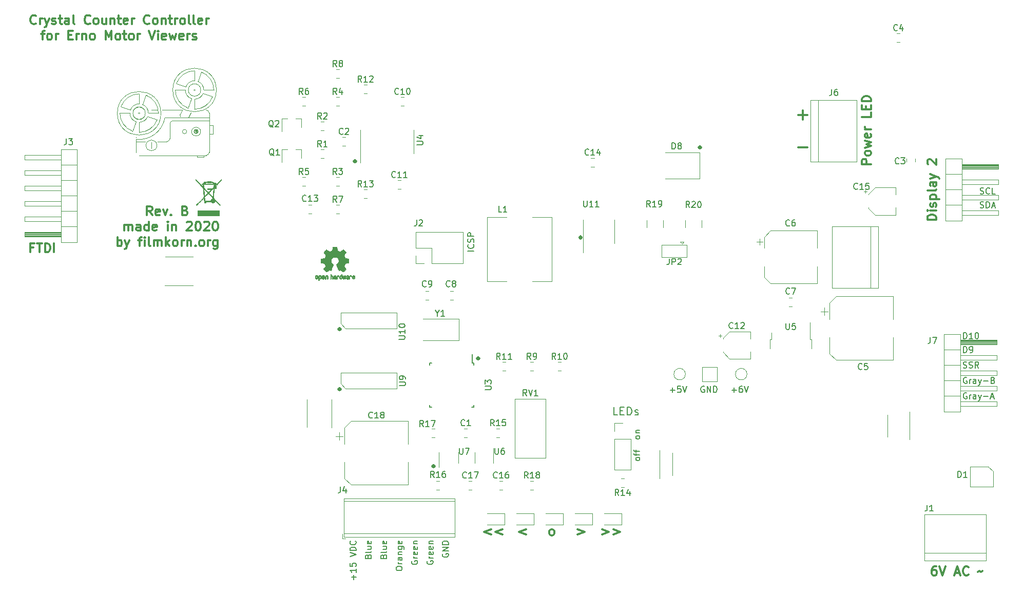
<source format=gbr>
G04 #@! TF.GenerationSoftware,KiCad,Pcbnew,(5.1.5-0-10_14)*
G04 #@! TF.CreationDate,2020-01-18T13:45:36+01:00*
G04 #@! TF.ProjectId,ErnoCCC,45726e6f-4343-4432-9e6b-696361645f70,rev?*
G04 #@! TF.SameCoordinates,Original*
G04 #@! TF.FileFunction,Legend,Top*
G04 #@! TF.FilePolarity,Positive*
%FSLAX46Y46*%
G04 Gerber Fmt 4.6, Leading zero omitted, Abs format (unit mm)*
G04 Created by KiCad (PCBNEW (5.1.5-0-10_14)) date 2020-01-18 13:45:36*
%MOMM*%
%LPD*%
G04 APERTURE LIST*
%ADD10C,0.200000*%
%ADD11C,0.150000*%
%ADD12C,0.300000*%
%ADD13C,0.120000*%
%ADD14C,0.010000*%
%ADD15C,0.050000*%
G04 APERTURE END LIST*
D10*
X115379523Y-78946380D02*
X115379523Y-79327333D01*
X115474761Y-79327333D02*
X115474761Y-78946380D01*
X115570000Y-78851142D02*
X115570000Y-79422571D01*
X115665238Y-79327333D02*
X115665238Y-78946380D01*
X115760476Y-78946380D02*
X115760476Y-79327333D01*
X115379523Y-79232095D02*
X115570000Y-79422571D01*
X115760476Y-79232095D01*
X115379523Y-79041619D02*
X115570000Y-78851142D01*
X115760476Y-79041619D01*
X115379523Y-78946380D02*
X115570000Y-78851142D01*
X115760476Y-78946380D01*
X115855714Y-79136857D01*
X115760476Y-79327333D01*
X115570000Y-79422571D01*
X115379523Y-79327333D01*
X115284285Y-79136857D01*
X115379523Y-78946380D01*
X115379523Y-88852380D02*
X115379523Y-89233333D01*
X115474761Y-89233333D02*
X115474761Y-88852380D01*
X115570000Y-88757142D02*
X115570000Y-89328571D01*
X115665238Y-89233333D02*
X115665238Y-88852380D01*
X115760476Y-88852380D02*
X115760476Y-89233333D01*
X115379523Y-89138095D02*
X115570000Y-89328571D01*
X115760476Y-89138095D01*
X115379523Y-88947619D02*
X115570000Y-88757142D01*
X115760476Y-88947619D01*
X115379523Y-88852380D02*
X115570000Y-88757142D01*
X115760476Y-88852380D01*
X115855714Y-89042857D01*
X115760476Y-89233333D01*
X115570000Y-89328571D01*
X115379523Y-89233333D01*
X115284285Y-89042857D01*
X115379523Y-88852380D01*
X155146380Y-64198476D02*
X155527333Y-64198476D01*
X155527333Y-64103238D02*
X155146380Y-64103238D01*
X155051142Y-64008000D02*
X155622571Y-64008000D01*
X155527333Y-63912761D02*
X155146380Y-63912761D01*
X155146380Y-63817523D02*
X155527333Y-63817523D01*
X155432095Y-64198476D02*
X155622571Y-64008000D01*
X155432095Y-63817523D01*
X155241619Y-64198476D02*
X155051142Y-64008000D01*
X155241619Y-63817523D01*
X155146380Y-64198476D02*
X155051142Y-64008000D01*
X155146380Y-63817523D01*
X155336857Y-63722285D01*
X155527333Y-63817523D01*
X155622571Y-64008000D01*
X155527333Y-64198476D01*
X155336857Y-64293714D01*
X155146380Y-64198476D01*
X117919523Y-51260380D02*
X117919523Y-51641333D01*
X118014761Y-51641333D02*
X118014761Y-51260380D01*
X118110000Y-51165142D02*
X118110000Y-51736571D01*
X118205238Y-51641333D02*
X118205238Y-51260380D01*
X118300476Y-51260380D02*
X118300476Y-51641333D01*
X117919523Y-51546095D02*
X118110000Y-51736571D01*
X118300476Y-51546095D01*
X117919523Y-51355619D02*
X118110000Y-51165142D01*
X118300476Y-51355619D01*
X117919523Y-51260380D02*
X118110000Y-51165142D01*
X118300476Y-51260380D01*
X118395714Y-51450857D01*
X118300476Y-51641333D01*
X118110000Y-51736571D01*
X117919523Y-51641333D01*
X117824285Y-51450857D01*
X117919523Y-51260380D01*
X130873523Y-101552380D02*
X130873523Y-101933333D01*
X130968761Y-101933333D02*
X130968761Y-101552380D01*
X131064000Y-101457142D02*
X131064000Y-102028571D01*
X131159238Y-101933333D02*
X131159238Y-101552380D01*
X131254476Y-101552380D02*
X131254476Y-101933333D01*
X130873523Y-101838095D02*
X131064000Y-102028571D01*
X131254476Y-101838095D01*
X130873523Y-101647619D02*
X131064000Y-101457142D01*
X131254476Y-101647619D01*
X130873523Y-101552380D02*
X131064000Y-101457142D01*
X131254476Y-101552380D01*
X131349714Y-101742857D01*
X131254476Y-101933333D01*
X131064000Y-102028571D01*
X130873523Y-101933333D01*
X130778285Y-101742857D01*
X130873523Y-101552380D01*
X138239523Y-83772380D02*
X138239523Y-84153333D01*
X138334761Y-84153333D02*
X138334761Y-83772380D01*
X138430000Y-83677142D02*
X138430000Y-84248571D01*
X138525238Y-84153333D02*
X138525238Y-83772380D01*
X138620476Y-83772380D02*
X138620476Y-84153333D01*
X138239523Y-84058095D02*
X138430000Y-84248571D01*
X138620476Y-84058095D01*
X138239523Y-83867619D02*
X138430000Y-83677142D01*
X138620476Y-83867619D01*
X138239523Y-83772380D02*
X138430000Y-83677142D01*
X138620476Y-83772380D01*
X138715714Y-83962857D01*
X138620476Y-84153333D01*
X138430000Y-84248571D01*
X138239523Y-84153333D01*
X138144285Y-83962857D01*
X138239523Y-83772380D01*
X174815523Y-48974380D02*
X174815523Y-49355333D01*
X174910761Y-49355333D02*
X174910761Y-48974380D01*
X175006000Y-48879142D02*
X175006000Y-49450571D01*
X175101238Y-49355333D02*
X175101238Y-48974380D01*
X175196476Y-48974380D02*
X175196476Y-49355333D01*
X174815523Y-49260095D02*
X175006000Y-49450571D01*
X175196476Y-49260095D01*
X174815523Y-49069619D02*
X175006000Y-48879142D01*
X175196476Y-49069619D01*
X174815523Y-48974380D02*
X175006000Y-48879142D01*
X175196476Y-48974380D01*
X175291714Y-49164857D01*
X175196476Y-49355333D01*
X175006000Y-49450571D01*
X174815523Y-49355333D01*
X174720285Y-49164857D01*
X174815523Y-48974380D01*
D11*
X221267976Y-56792761D02*
X221410833Y-56840380D01*
X221648928Y-56840380D01*
X221744166Y-56792761D01*
X221791785Y-56745142D01*
X221839404Y-56649904D01*
X221839404Y-56554666D01*
X221791785Y-56459428D01*
X221744166Y-56411809D01*
X221648928Y-56364190D01*
X221458452Y-56316571D01*
X221363214Y-56268952D01*
X221315595Y-56221333D01*
X221267976Y-56126095D01*
X221267976Y-56030857D01*
X221315595Y-55935619D01*
X221363214Y-55888000D01*
X221458452Y-55840380D01*
X221696547Y-55840380D01*
X221839404Y-55888000D01*
X222839404Y-56745142D02*
X222791785Y-56792761D01*
X222648928Y-56840380D01*
X222553690Y-56840380D01*
X222410833Y-56792761D01*
X222315595Y-56697523D01*
X222267976Y-56602285D01*
X222220357Y-56411809D01*
X222220357Y-56268952D01*
X222267976Y-56078476D01*
X222315595Y-55983238D01*
X222410833Y-55888000D01*
X222553690Y-55840380D01*
X222648928Y-55840380D01*
X222791785Y-55888000D01*
X222839404Y-55935619D01*
X223744166Y-56840380D02*
X223267976Y-56840380D01*
X223267976Y-55840380D01*
X221267976Y-59078761D02*
X221410833Y-59126380D01*
X221648928Y-59126380D01*
X221744166Y-59078761D01*
X221791785Y-59031142D01*
X221839404Y-58935904D01*
X221839404Y-58840666D01*
X221791785Y-58745428D01*
X221744166Y-58697809D01*
X221648928Y-58650190D01*
X221458452Y-58602571D01*
X221363214Y-58554952D01*
X221315595Y-58507333D01*
X221267976Y-58412095D01*
X221267976Y-58316857D01*
X221315595Y-58221619D01*
X221363214Y-58174000D01*
X221458452Y-58126380D01*
X221696547Y-58126380D01*
X221839404Y-58174000D01*
X222267976Y-59126380D02*
X222267976Y-58126380D01*
X222506071Y-58126380D01*
X222648928Y-58174000D01*
X222744166Y-58269238D01*
X222791785Y-58364476D01*
X222839404Y-58554952D01*
X222839404Y-58697809D01*
X222791785Y-58888285D01*
X222744166Y-58983523D01*
X222648928Y-59078761D01*
X222506071Y-59126380D01*
X222267976Y-59126380D01*
X223220357Y-58840666D02*
X223696547Y-58840666D01*
X223125119Y-59126380D02*
X223458452Y-58126380D01*
X223791785Y-59126380D01*
X218521595Y-80716380D02*
X218521595Y-79716380D01*
X218759690Y-79716380D01*
X218902547Y-79764000D01*
X218997785Y-79859238D01*
X219045404Y-79954476D01*
X219093023Y-80144952D01*
X219093023Y-80287809D01*
X219045404Y-80478285D01*
X218997785Y-80573523D01*
X218902547Y-80668761D01*
X218759690Y-80716380D01*
X218521595Y-80716380D01*
X220045404Y-80716380D02*
X219473976Y-80716380D01*
X219759690Y-80716380D02*
X219759690Y-79716380D01*
X219664452Y-79859238D01*
X219569214Y-79954476D01*
X219473976Y-80002095D01*
X220664452Y-79716380D02*
X220759690Y-79716380D01*
X220854928Y-79764000D01*
X220902547Y-79811619D01*
X220950166Y-79906857D01*
X220997785Y-80097333D01*
X220997785Y-80335428D01*
X220950166Y-80525904D01*
X220902547Y-80621142D01*
X220854928Y-80668761D01*
X220759690Y-80716380D01*
X220664452Y-80716380D01*
X220569214Y-80668761D01*
X220521595Y-80621142D01*
X220473976Y-80525904D01*
X220426357Y-80335428D01*
X220426357Y-80097333D01*
X220473976Y-79906857D01*
X220521595Y-79811619D01*
X220569214Y-79764000D01*
X220664452Y-79716380D01*
X218521595Y-83002380D02*
X218521595Y-82002380D01*
X218759690Y-82002380D01*
X218902547Y-82050000D01*
X218997785Y-82145238D01*
X219045404Y-82240476D01*
X219093023Y-82430952D01*
X219093023Y-82573809D01*
X219045404Y-82764285D01*
X218997785Y-82859523D01*
X218902547Y-82954761D01*
X218759690Y-83002380D01*
X218521595Y-83002380D01*
X219569214Y-83002380D02*
X219759690Y-83002380D01*
X219854928Y-82954761D01*
X219902547Y-82907142D01*
X219997785Y-82764285D01*
X220045404Y-82573809D01*
X220045404Y-82192857D01*
X219997785Y-82097619D01*
X219950166Y-82050000D01*
X219854928Y-82002380D01*
X219664452Y-82002380D01*
X219569214Y-82050000D01*
X219521595Y-82097619D01*
X219473976Y-82192857D01*
X219473976Y-82430952D01*
X219521595Y-82526190D01*
X219569214Y-82573809D01*
X219664452Y-82621428D01*
X219854928Y-82621428D01*
X219950166Y-82573809D01*
X219997785Y-82526190D01*
X220045404Y-82430952D01*
X218473976Y-85494761D02*
X218616833Y-85542380D01*
X218854928Y-85542380D01*
X218950166Y-85494761D01*
X218997785Y-85447142D01*
X219045404Y-85351904D01*
X219045404Y-85256666D01*
X218997785Y-85161428D01*
X218950166Y-85113809D01*
X218854928Y-85066190D01*
X218664452Y-85018571D01*
X218569214Y-84970952D01*
X218521595Y-84923333D01*
X218473976Y-84828095D01*
X218473976Y-84732857D01*
X218521595Y-84637619D01*
X218569214Y-84590000D01*
X218664452Y-84542380D01*
X218902547Y-84542380D01*
X219045404Y-84590000D01*
X219426357Y-85494761D02*
X219569214Y-85542380D01*
X219807309Y-85542380D01*
X219902547Y-85494761D01*
X219950166Y-85447142D01*
X219997785Y-85351904D01*
X219997785Y-85256666D01*
X219950166Y-85161428D01*
X219902547Y-85113809D01*
X219807309Y-85066190D01*
X219616833Y-85018571D01*
X219521595Y-84970952D01*
X219473976Y-84923333D01*
X219426357Y-84828095D01*
X219426357Y-84732857D01*
X219473976Y-84637619D01*
X219521595Y-84590000D01*
X219616833Y-84542380D01*
X219854928Y-84542380D01*
X219997785Y-84590000D01*
X220997785Y-85542380D02*
X220664452Y-85066190D01*
X220426357Y-85542380D02*
X220426357Y-84542380D01*
X220807309Y-84542380D01*
X220902547Y-84590000D01*
X220950166Y-84637619D01*
X220997785Y-84732857D01*
X220997785Y-84875714D01*
X220950166Y-84970952D01*
X220902547Y-85018571D01*
X220807309Y-85066190D01*
X220426357Y-85066190D01*
X219045404Y-87130000D02*
X218950166Y-87082380D01*
X218807309Y-87082380D01*
X218664452Y-87130000D01*
X218569214Y-87225238D01*
X218521595Y-87320476D01*
X218473976Y-87510952D01*
X218473976Y-87653809D01*
X218521595Y-87844285D01*
X218569214Y-87939523D01*
X218664452Y-88034761D01*
X218807309Y-88082380D01*
X218902547Y-88082380D01*
X219045404Y-88034761D01*
X219093023Y-87987142D01*
X219093023Y-87653809D01*
X218902547Y-87653809D01*
X219521595Y-88082380D02*
X219521595Y-87415714D01*
X219521595Y-87606190D02*
X219569214Y-87510952D01*
X219616833Y-87463333D01*
X219712071Y-87415714D01*
X219807309Y-87415714D01*
X220569214Y-88082380D02*
X220569214Y-87558571D01*
X220521595Y-87463333D01*
X220426357Y-87415714D01*
X220235880Y-87415714D01*
X220140642Y-87463333D01*
X220569214Y-88034761D02*
X220473976Y-88082380D01*
X220235880Y-88082380D01*
X220140642Y-88034761D01*
X220093023Y-87939523D01*
X220093023Y-87844285D01*
X220140642Y-87749047D01*
X220235880Y-87701428D01*
X220473976Y-87701428D01*
X220569214Y-87653809D01*
X220950166Y-87415714D02*
X221188261Y-88082380D01*
X221426357Y-87415714D02*
X221188261Y-88082380D01*
X221093023Y-88320476D01*
X221045404Y-88368095D01*
X220950166Y-88415714D01*
X221807309Y-87701428D02*
X222569214Y-87701428D01*
X223378738Y-87558571D02*
X223521595Y-87606190D01*
X223569214Y-87653809D01*
X223616833Y-87749047D01*
X223616833Y-87891904D01*
X223569214Y-87987142D01*
X223521595Y-88034761D01*
X223426357Y-88082380D01*
X223045404Y-88082380D01*
X223045404Y-87082380D01*
X223378738Y-87082380D01*
X223473976Y-87130000D01*
X223521595Y-87177619D01*
X223569214Y-87272857D01*
X223569214Y-87368095D01*
X223521595Y-87463333D01*
X223473976Y-87510952D01*
X223378738Y-87558571D01*
X223045404Y-87558571D01*
X219045404Y-89670000D02*
X218950166Y-89622380D01*
X218807309Y-89622380D01*
X218664452Y-89670000D01*
X218569214Y-89765238D01*
X218521595Y-89860476D01*
X218473976Y-90050952D01*
X218473976Y-90193809D01*
X218521595Y-90384285D01*
X218569214Y-90479523D01*
X218664452Y-90574761D01*
X218807309Y-90622380D01*
X218902547Y-90622380D01*
X219045404Y-90574761D01*
X219093023Y-90527142D01*
X219093023Y-90193809D01*
X218902547Y-90193809D01*
X219521595Y-90622380D02*
X219521595Y-89955714D01*
X219521595Y-90146190D02*
X219569214Y-90050952D01*
X219616833Y-90003333D01*
X219712071Y-89955714D01*
X219807309Y-89955714D01*
X220569214Y-90622380D02*
X220569214Y-90098571D01*
X220521595Y-90003333D01*
X220426357Y-89955714D01*
X220235880Y-89955714D01*
X220140642Y-90003333D01*
X220569214Y-90574761D02*
X220473976Y-90622380D01*
X220235880Y-90622380D01*
X220140642Y-90574761D01*
X220093023Y-90479523D01*
X220093023Y-90384285D01*
X220140642Y-90289047D01*
X220235880Y-90241428D01*
X220473976Y-90241428D01*
X220569214Y-90193809D01*
X220950166Y-89955714D02*
X221188261Y-90622380D01*
X221426357Y-89955714D02*
X221188261Y-90622380D01*
X221093023Y-90860476D01*
X221045404Y-90908095D01*
X220950166Y-90955714D01*
X221807309Y-90241428D02*
X222569214Y-90241428D01*
X222997785Y-90336666D02*
X223473976Y-90336666D01*
X222902547Y-90622380D02*
X223235880Y-89622380D01*
X223569214Y-90622380D01*
X132596000Y-116175214D02*
X132548380Y-116270452D01*
X132548380Y-116413309D01*
X132596000Y-116556166D01*
X132691238Y-116651404D01*
X132786476Y-116699023D01*
X132976952Y-116746642D01*
X133119809Y-116746642D01*
X133310285Y-116699023D01*
X133405523Y-116651404D01*
X133500761Y-116556166D01*
X133548380Y-116413309D01*
X133548380Y-116318071D01*
X133500761Y-116175214D01*
X133453142Y-116127595D01*
X133119809Y-116127595D01*
X133119809Y-116318071D01*
X133548380Y-115699023D02*
X132548380Y-115699023D01*
X133548380Y-115127595D01*
X132548380Y-115127595D01*
X133548380Y-114651404D02*
X132548380Y-114651404D01*
X132548380Y-114413309D01*
X132596000Y-114270452D01*
X132691238Y-114175214D01*
X132786476Y-114127595D01*
X132976952Y-114079976D01*
X133119809Y-114079976D01*
X133310285Y-114127595D01*
X133405523Y-114175214D01*
X133500761Y-114270452D01*
X133548380Y-114413309D01*
X133548380Y-114651404D01*
X117927428Y-120413309D02*
X117927428Y-119651404D01*
X118308380Y-120032357D02*
X117546476Y-120032357D01*
X118308380Y-118651404D02*
X118308380Y-119222833D01*
X118308380Y-118937119D02*
X117308380Y-118937119D01*
X117451238Y-119032357D01*
X117546476Y-119127595D01*
X117594095Y-119222833D01*
X117308380Y-117746642D02*
X117308380Y-118222833D01*
X117784571Y-118270452D01*
X117736952Y-118222833D01*
X117689333Y-118127595D01*
X117689333Y-117889500D01*
X117736952Y-117794261D01*
X117784571Y-117746642D01*
X117879809Y-117699023D01*
X118117904Y-117699023D01*
X118213142Y-117746642D01*
X118260761Y-117794261D01*
X118308380Y-117889500D01*
X118308380Y-118127595D01*
X118260761Y-118222833D01*
X118213142Y-118270452D01*
X117308380Y-116651404D02*
X118308380Y-116318071D01*
X117308380Y-115984738D01*
X118308380Y-115651404D02*
X117308380Y-115651404D01*
X117308380Y-115413309D01*
X117356000Y-115270452D01*
X117451238Y-115175214D01*
X117546476Y-115127595D01*
X117736952Y-115079976D01*
X117879809Y-115079976D01*
X118070285Y-115127595D01*
X118165523Y-115175214D01*
X118260761Y-115270452D01*
X118308380Y-115413309D01*
X118308380Y-115651404D01*
X118213142Y-114079976D02*
X118260761Y-114127595D01*
X118308380Y-114270452D01*
X118308380Y-114365690D01*
X118260761Y-114508547D01*
X118165523Y-114603785D01*
X118070285Y-114651404D01*
X117879809Y-114699023D01*
X117736952Y-114699023D01*
X117546476Y-114651404D01*
X117451238Y-114603785D01*
X117356000Y-114508547D01*
X117308380Y-114365690D01*
X117308380Y-114270452D01*
X117356000Y-114127595D01*
X117403619Y-114079976D01*
X137739380Y-66246190D02*
X136739380Y-66246190D01*
X137644142Y-65198571D02*
X137691761Y-65246190D01*
X137739380Y-65389047D01*
X137739380Y-65484285D01*
X137691761Y-65627142D01*
X137596523Y-65722380D01*
X137501285Y-65770000D01*
X137310809Y-65817619D01*
X137167952Y-65817619D01*
X136977476Y-65770000D01*
X136882238Y-65722380D01*
X136787000Y-65627142D01*
X136739380Y-65484285D01*
X136739380Y-65389047D01*
X136787000Y-65246190D01*
X136834619Y-65198571D01*
X137691761Y-64817619D02*
X137739380Y-64674761D01*
X137739380Y-64436666D01*
X137691761Y-64341428D01*
X137644142Y-64293809D01*
X137548904Y-64246190D01*
X137453666Y-64246190D01*
X137358428Y-64293809D01*
X137310809Y-64341428D01*
X137263190Y-64436666D01*
X137215571Y-64627142D01*
X137167952Y-64722380D01*
X137120333Y-64770000D01*
X137025095Y-64817619D01*
X136929857Y-64817619D01*
X136834619Y-64770000D01*
X136787000Y-64722380D01*
X136739380Y-64627142D01*
X136739380Y-64389047D01*
X136787000Y-64246190D01*
X137739380Y-63817619D02*
X136739380Y-63817619D01*
X136739380Y-63436666D01*
X136787000Y-63341428D01*
X136834619Y-63293809D01*
X136929857Y-63246190D01*
X137072714Y-63246190D01*
X137167952Y-63293809D01*
X137215571Y-63341428D01*
X137263190Y-63436666D01*
X137263190Y-63817619D01*
D12*
X191262095Y-49164857D02*
X192785904Y-49164857D01*
X191262095Y-43830857D02*
X192785904Y-43830857D01*
X192024000Y-44592761D02*
X192024000Y-43068952D01*
D13*
X89371590Y-44157046D02*
G75*
G02X89263000Y-43765000I653410J392046D01*
G01*
X91041000Y-43384000D02*
X90660000Y-44273000D01*
X89644000Y-43003000D02*
X89263000Y-43765000D01*
X91930000Y-46559000D02*
X91930000Y-46559000D01*
X92057000Y-46559000D02*
G75*
G03X92057000Y-46559000I-127000J0D01*
G01*
X92109605Y-46559000D02*
G75*
G03X92109605Y-46559000I-179605J0D01*
G01*
X92213981Y-46559000D02*
G75*
G03X92213981Y-46559000I-283981J0D01*
G01*
X84564000Y-48337000D02*
X84564000Y-49353000D01*
X83548000Y-48210000D02*
X82024000Y-48210000D01*
X87104000Y-48210000D02*
X85580000Y-48210000D01*
X85462026Y-48845000D02*
G75*
G03X85462026Y-48845000I-898026J0D01*
G01*
X92057000Y-50750000D02*
X92057000Y-50496000D01*
X93200000Y-50750000D02*
X92057000Y-50750000D01*
X93200000Y-50496000D02*
X93200000Y-50750000D01*
X87612000Y-45289000D02*
G75*
G02X88120000Y-44781000I508000J0D01*
G01*
X87612000Y-47702000D02*
G75*
G02X87104000Y-48210000I-508000J0D01*
G01*
X87612000Y-45289000D02*
X87612000Y-47702000D01*
X94089000Y-44781000D02*
X88120000Y-44781000D01*
X90384210Y-46559000D02*
G75*
G03X90384210Y-46559000I-359210J0D01*
G01*
X92670531Y-46559000D02*
G75*
G03X92670531Y-46559000I-740531J0D01*
G01*
X92289210Y-46559000D02*
G75*
G03X92289210Y-46559000I-359210J0D01*
G01*
X94724000Y-46940000D02*
X94089000Y-46940000D01*
X94724000Y-45543000D02*
X94724000Y-46940000D01*
X94089000Y-45543000D02*
X94724000Y-45543000D01*
X94089000Y-45543000D02*
X94597000Y-45543000D01*
X82024000Y-47575000D02*
X82024000Y-47448000D01*
X93581000Y-43003000D02*
G75*
G02X94089000Y-43511000I0J-508000D01*
G01*
X94089000Y-49988000D02*
G75*
G02X93581000Y-50496000I-508000J0D01*
G01*
X85453000Y-43003000D02*
X84564000Y-43003000D01*
X86783395Y-44267071D02*
G75*
G02X82024000Y-47829000I-4251395J719969D01*
G01*
X94089000Y-44273000D02*
X86850000Y-44273000D01*
X83954419Y-44058084D02*
G75*
G02X82532000Y-45035000I-1422419J547084D01*
G01*
X79544682Y-42435566D02*
G75*
G02X82532000Y-40336000I2987318J-1075434D01*
G01*
X81456566Y-46498318D02*
G75*
G02X79357000Y-43511000I1075434J2987318D01*
G01*
X83607434Y-40523682D02*
X83079084Y-42088581D01*
X83079084Y-42088581D02*
G75*
G02X84056000Y-43511000I-547084J-1422419D01*
G01*
X81984916Y-44933419D02*
X81456566Y-46498318D01*
X82532000Y-40336000D02*
X82532000Y-41987000D01*
X79544682Y-42435566D02*
X81109581Y-42963916D01*
X81984916Y-44933419D02*
G75*
G02X81008000Y-43511000I547084J1422419D01*
G01*
X83607434Y-40523682D02*
G75*
G02X85707000Y-43511000I-1075434J-2987318D01*
G01*
X83555907Y-43511000D02*
G75*
G03X83555907Y-43511000I-1023907J0D01*
G01*
X82659000Y-43511000D02*
G75*
G03X82659000Y-43511000I-127000J0D01*
G01*
X79357000Y-43511000D02*
X81008000Y-43511000D01*
X85519318Y-44586434D02*
G75*
G02X82532000Y-46686000I-2987318J1075434D01*
G01*
X81109581Y-42963916D02*
G75*
G02X82532000Y-41987000I1422419J-547084D01*
G01*
X84056000Y-43511000D02*
X85707000Y-43511000D01*
X82532000Y-45035000D02*
X82532000Y-46686000D01*
X83954419Y-44058084D02*
X85519318Y-44586434D01*
X91803000Y-39701000D02*
G75*
G03X91803000Y-39701000I-127000J0D01*
G01*
X93098419Y-40248084D02*
X94663318Y-40776434D01*
X91676000Y-41225000D02*
X91676000Y-42876000D01*
X91128916Y-41123419D02*
X90600566Y-42688318D01*
X88501000Y-39701000D02*
X90152000Y-39701000D01*
X88688682Y-38625566D02*
X90253581Y-39153916D01*
X91676000Y-36526000D02*
X91676000Y-38177000D01*
X93200000Y-39701000D02*
X94851000Y-39701000D01*
X92751434Y-36713682D02*
X92223084Y-38278581D01*
X92223084Y-38278581D02*
G75*
G02X93200000Y-39701000I-547084J-1422419D01*
G01*
X93098419Y-40248084D02*
G75*
G02X91676000Y-41225000I-1422419J547084D01*
G01*
X91128916Y-41123419D02*
G75*
G02X90152000Y-39701000I547084J1422419D01*
G01*
X90253581Y-39153916D02*
G75*
G02X91676000Y-38177000I1422419J-547084D01*
G01*
X92751434Y-36713682D02*
G75*
G02X94851000Y-39701000I-1075434J-2987318D01*
G01*
X94663318Y-40776434D02*
G75*
G02X91676000Y-42876000I-2987318J1075434D01*
G01*
X90600566Y-42688318D02*
G75*
G02X88501000Y-39701000I1075434J2987318D01*
G01*
X88688682Y-38625566D02*
G75*
G02X91676000Y-36526000I2987318J-1075434D01*
G01*
X83555907Y-43547102D02*
G75*
G03X83555907Y-43547102I-1023907J0D01*
G01*
X92699907Y-39701000D02*
G75*
G03X92699907Y-39701000I-1023907J0D01*
G01*
X82024000Y-49988000D02*
X82024000Y-47829000D01*
X93581000Y-50496000D02*
X82532000Y-50496000D01*
X94089000Y-43511000D02*
X94089000Y-49988000D01*
X86342000Y-43003000D02*
X89644000Y-43003000D01*
X86124102Y-43547102D02*
G75*
G03X86124102Y-43547102I-3592102J0D01*
G01*
X95268102Y-39701000D02*
G75*
G03X95268102Y-39701000I-3592102J0D01*
G01*
D12*
X84693428Y-60368571D02*
X84193428Y-59654285D01*
X83836285Y-60368571D02*
X83836285Y-58868571D01*
X84407714Y-58868571D01*
X84550571Y-58940000D01*
X84622000Y-59011428D01*
X84693428Y-59154285D01*
X84693428Y-59368571D01*
X84622000Y-59511428D01*
X84550571Y-59582857D01*
X84407714Y-59654285D01*
X83836285Y-59654285D01*
X85907714Y-60297142D02*
X85764857Y-60368571D01*
X85479142Y-60368571D01*
X85336285Y-60297142D01*
X85264857Y-60154285D01*
X85264857Y-59582857D01*
X85336285Y-59440000D01*
X85479142Y-59368571D01*
X85764857Y-59368571D01*
X85907714Y-59440000D01*
X85979142Y-59582857D01*
X85979142Y-59725714D01*
X85264857Y-59868571D01*
X86479142Y-59368571D02*
X86836285Y-60368571D01*
X87193428Y-59368571D01*
X87764857Y-60225714D02*
X87836285Y-60297142D01*
X87764857Y-60368571D01*
X87693428Y-60297142D01*
X87764857Y-60225714D01*
X87764857Y-60368571D01*
X90122000Y-59582857D02*
X90336285Y-59654285D01*
X90407714Y-59725714D01*
X90479142Y-59868571D01*
X90479142Y-60082857D01*
X90407714Y-60225714D01*
X90336285Y-60297142D01*
X90193428Y-60368571D01*
X89622000Y-60368571D01*
X89622000Y-58868571D01*
X90122000Y-58868571D01*
X90264857Y-58940000D01*
X90336285Y-59011428D01*
X90407714Y-59154285D01*
X90407714Y-59297142D01*
X90336285Y-59440000D01*
X90264857Y-59511428D01*
X90122000Y-59582857D01*
X89622000Y-59582857D01*
D11*
X175750095Y-88604000D02*
X175654857Y-88556380D01*
X175512000Y-88556380D01*
X175369142Y-88604000D01*
X175273904Y-88699238D01*
X175226285Y-88794476D01*
X175178666Y-88984952D01*
X175178666Y-89127809D01*
X175226285Y-89318285D01*
X175273904Y-89413523D01*
X175369142Y-89508761D01*
X175512000Y-89556380D01*
X175607238Y-89556380D01*
X175750095Y-89508761D01*
X175797714Y-89461142D01*
X175797714Y-89127809D01*
X175607238Y-89127809D01*
X176226285Y-89556380D02*
X176226285Y-88556380D01*
X176797714Y-89556380D01*
X176797714Y-88556380D01*
X177273904Y-89556380D02*
X177273904Y-88556380D01*
X177512000Y-88556380D01*
X177654857Y-88604000D01*
X177750095Y-88699238D01*
X177797714Y-88794476D01*
X177845333Y-88984952D01*
X177845333Y-89127809D01*
X177797714Y-89318285D01*
X177750095Y-89413523D01*
X177654857Y-89508761D01*
X177512000Y-89556380D01*
X177273904Y-89556380D01*
X170146285Y-89175428D02*
X170908190Y-89175428D01*
X170527238Y-89556380D02*
X170527238Y-88794476D01*
X171860571Y-88556380D02*
X171384380Y-88556380D01*
X171336761Y-89032571D01*
X171384380Y-88984952D01*
X171479619Y-88937333D01*
X171717714Y-88937333D01*
X171812952Y-88984952D01*
X171860571Y-89032571D01*
X171908190Y-89127809D01*
X171908190Y-89365904D01*
X171860571Y-89461142D01*
X171812952Y-89508761D01*
X171717714Y-89556380D01*
X171479619Y-89556380D01*
X171384380Y-89508761D01*
X171336761Y-89461142D01*
X172193904Y-88556380D02*
X172527238Y-89556380D01*
X172860571Y-88556380D01*
X180306285Y-89175428D02*
X181068190Y-89175428D01*
X180687238Y-89556380D02*
X180687238Y-88794476D01*
X181972952Y-88556380D02*
X181782476Y-88556380D01*
X181687238Y-88604000D01*
X181639619Y-88651619D01*
X181544380Y-88794476D01*
X181496761Y-88984952D01*
X181496761Y-89365904D01*
X181544380Y-89461142D01*
X181592000Y-89508761D01*
X181687238Y-89556380D01*
X181877714Y-89556380D01*
X181972952Y-89508761D01*
X182020571Y-89461142D01*
X182068190Y-89365904D01*
X182068190Y-89127809D01*
X182020571Y-89032571D01*
X181972952Y-88984952D01*
X181877714Y-88937333D01*
X181687238Y-88937333D01*
X181592000Y-88984952D01*
X181544380Y-89032571D01*
X181496761Y-89127809D01*
X182353904Y-88556380D02*
X182687238Y-89556380D01*
X183020571Y-88556380D01*
D12*
X80102714Y-62903571D02*
X80102714Y-61903571D01*
X80102714Y-62046428D02*
X80174142Y-61975000D01*
X80317000Y-61903571D01*
X80531285Y-61903571D01*
X80674142Y-61975000D01*
X80745571Y-62117857D01*
X80745571Y-62903571D01*
X80745571Y-62117857D02*
X80817000Y-61975000D01*
X80959857Y-61903571D01*
X81174142Y-61903571D01*
X81317000Y-61975000D01*
X81388428Y-62117857D01*
X81388428Y-62903571D01*
X82745571Y-62903571D02*
X82745571Y-62117857D01*
X82674142Y-61975000D01*
X82531285Y-61903571D01*
X82245571Y-61903571D01*
X82102714Y-61975000D01*
X82745571Y-62832142D02*
X82602714Y-62903571D01*
X82245571Y-62903571D01*
X82102714Y-62832142D01*
X82031285Y-62689285D01*
X82031285Y-62546428D01*
X82102714Y-62403571D01*
X82245571Y-62332142D01*
X82602714Y-62332142D01*
X82745571Y-62260714D01*
X84102714Y-62903571D02*
X84102714Y-61403571D01*
X84102714Y-62832142D02*
X83959857Y-62903571D01*
X83674142Y-62903571D01*
X83531285Y-62832142D01*
X83459857Y-62760714D01*
X83388428Y-62617857D01*
X83388428Y-62189285D01*
X83459857Y-62046428D01*
X83531285Y-61975000D01*
X83674142Y-61903571D01*
X83959857Y-61903571D01*
X84102714Y-61975000D01*
X85388428Y-62832142D02*
X85245571Y-62903571D01*
X84959857Y-62903571D01*
X84817000Y-62832142D01*
X84745571Y-62689285D01*
X84745571Y-62117857D01*
X84817000Y-61975000D01*
X84959857Y-61903571D01*
X85245571Y-61903571D01*
X85388428Y-61975000D01*
X85459857Y-62117857D01*
X85459857Y-62260714D01*
X84745571Y-62403571D01*
X87245571Y-62903571D02*
X87245571Y-61903571D01*
X87245571Y-61403571D02*
X87174142Y-61475000D01*
X87245571Y-61546428D01*
X87317000Y-61475000D01*
X87245571Y-61403571D01*
X87245571Y-61546428D01*
X87959857Y-61903571D02*
X87959857Y-62903571D01*
X87959857Y-62046428D02*
X88031285Y-61975000D01*
X88174142Y-61903571D01*
X88388428Y-61903571D01*
X88531285Y-61975000D01*
X88602714Y-62117857D01*
X88602714Y-62903571D01*
X90388428Y-61546428D02*
X90459857Y-61475000D01*
X90602714Y-61403571D01*
X90959857Y-61403571D01*
X91102714Y-61475000D01*
X91174142Y-61546428D01*
X91245571Y-61689285D01*
X91245571Y-61832142D01*
X91174142Y-62046428D01*
X90317000Y-62903571D01*
X91245571Y-62903571D01*
X92174142Y-61403571D02*
X92317000Y-61403571D01*
X92459857Y-61475000D01*
X92531285Y-61546428D01*
X92602714Y-61689285D01*
X92674142Y-61975000D01*
X92674142Y-62332142D01*
X92602714Y-62617857D01*
X92531285Y-62760714D01*
X92459857Y-62832142D01*
X92317000Y-62903571D01*
X92174142Y-62903571D01*
X92031285Y-62832142D01*
X91959857Y-62760714D01*
X91888428Y-62617857D01*
X91817000Y-62332142D01*
X91817000Y-61975000D01*
X91888428Y-61689285D01*
X91959857Y-61546428D01*
X92031285Y-61475000D01*
X92174142Y-61403571D01*
X93245571Y-61546428D02*
X93317000Y-61475000D01*
X93459857Y-61403571D01*
X93817000Y-61403571D01*
X93959857Y-61475000D01*
X94031285Y-61546428D01*
X94102714Y-61689285D01*
X94102714Y-61832142D01*
X94031285Y-62046428D01*
X93174142Y-62903571D01*
X94102714Y-62903571D01*
X95031285Y-61403571D02*
X95174142Y-61403571D01*
X95317000Y-61475000D01*
X95388428Y-61546428D01*
X95459857Y-61689285D01*
X95531285Y-61975000D01*
X95531285Y-62332142D01*
X95459857Y-62617857D01*
X95388428Y-62760714D01*
X95317000Y-62832142D01*
X95174142Y-62903571D01*
X95031285Y-62903571D01*
X94888428Y-62832142D01*
X94817000Y-62760714D01*
X94745571Y-62617857D01*
X94674142Y-62332142D01*
X94674142Y-61975000D01*
X94745571Y-61689285D01*
X94817000Y-61546428D01*
X94888428Y-61475000D01*
X95031285Y-61403571D01*
X78959857Y-65453571D02*
X78959857Y-63953571D01*
X78959857Y-64525000D02*
X79102714Y-64453571D01*
X79388428Y-64453571D01*
X79531285Y-64525000D01*
X79602714Y-64596428D01*
X79674142Y-64739285D01*
X79674142Y-65167857D01*
X79602714Y-65310714D01*
X79531285Y-65382142D01*
X79388428Y-65453571D01*
X79102714Y-65453571D01*
X78959857Y-65382142D01*
X80174142Y-64453571D02*
X80531285Y-65453571D01*
X80888428Y-64453571D02*
X80531285Y-65453571D01*
X80388428Y-65810714D01*
X80317000Y-65882142D01*
X80174142Y-65953571D01*
X82388428Y-64453571D02*
X82959857Y-64453571D01*
X82602714Y-65453571D02*
X82602714Y-64167857D01*
X82674142Y-64025000D01*
X82817000Y-63953571D01*
X82959857Y-63953571D01*
X83459857Y-65453571D02*
X83459857Y-64453571D01*
X83459857Y-63953571D02*
X83388428Y-64025000D01*
X83459857Y-64096428D01*
X83531285Y-64025000D01*
X83459857Y-63953571D01*
X83459857Y-64096428D01*
X84388428Y-65453571D02*
X84245571Y-65382142D01*
X84174142Y-65239285D01*
X84174142Y-63953571D01*
X84959857Y-65453571D02*
X84959857Y-64453571D01*
X84959857Y-64596428D02*
X85031285Y-64525000D01*
X85174142Y-64453571D01*
X85388428Y-64453571D01*
X85531285Y-64525000D01*
X85602714Y-64667857D01*
X85602714Y-65453571D01*
X85602714Y-64667857D02*
X85674142Y-64525000D01*
X85817000Y-64453571D01*
X86031285Y-64453571D01*
X86174142Y-64525000D01*
X86245571Y-64667857D01*
X86245571Y-65453571D01*
X86959857Y-65453571D02*
X86959857Y-63953571D01*
X87102714Y-64882142D02*
X87531285Y-65453571D01*
X87531285Y-64453571D02*
X86959857Y-65025000D01*
X88388428Y-65453571D02*
X88245571Y-65382142D01*
X88174142Y-65310714D01*
X88102714Y-65167857D01*
X88102714Y-64739285D01*
X88174142Y-64596428D01*
X88245571Y-64525000D01*
X88388428Y-64453571D01*
X88602714Y-64453571D01*
X88745571Y-64525000D01*
X88817000Y-64596428D01*
X88888428Y-64739285D01*
X88888428Y-65167857D01*
X88817000Y-65310714D01*
X88745571Y-65382142D01*
X88602714Y-65453571D01*
X88388428Y-65453571D01*
X89531285Y-65453571D02*
X89531285Y-64453571D01*
X89531285Y-64739285D02*
X89602714Y-64596428D01*
X89674142Y-64525000D01*
X89817000Y-64453571D01*
X89959857Y-64453571D01*
X90459857Y-64453571D02*
X90459857Y-65453571D01*
X90459857Y-64596428D02*
X90531285Y-64525000D01*
X90674142Y-64453571D01*
X90888428Y-64453571D01*
X91031285Y-64525000D01*
X91102714Y-64667857D01*
X91102714Y-65453571D01*
X91817000Y-65310714D02*
X91888428Y-65382142D01*
X91817000Y-65453571D01*
X91745571Y-65382142D01*
X91817000Y-65310714D01*
X91817000Y-65453571D01*
X92745571Y-65453571D02*
X92602714Y-65382142D01*
X92531285Y-65310714D01*
X92459857Y-65167857D01*
X92459857Y-64739285D01*
X92531285Y-64596428D01*
X92602714Y-64525000D01*
X92745571Y-64453571D01*
X92959857Y-64453571D01*
X93102714Y-64525000D01*
X93174142Y-64596428D01*
X93245571Y-64739285D01*
X93245571Y-65167857D01*
X93174142Y-65310714D01*
X93102714Y-65382142D01*
X92959857Y-65453571D01*
X92745571Y-65453571D01*
X93888428Y-65453571D02*
X93888428Y-64453571D01*
X93888428Y-64739285D02*
X93959857Y-64596428D01*
X94031285Y-64525000D01*
X94174142Y-64453571D01*
X94317000Y-64453571D01*
X95459857Y-64453571D02*
X95459857Y-65667857D01*
X95388428Y-65810714D01*
X95317000Y-65882142D01*
X95174142Y-65953571D01*
X94959857Y-65953571D01*
X94817000Y-65882142D01*
X95459857Y-65382142D02*
X95317000Y-65453571D01*
X95031285Y-65453571D01*
X94888428Y-65382142D01*
X94817000Y-65310714D01*
X94745571Y-65167857D01*
X94745571Y-64739285D01*
X94817000Y-64596428D01*
X94888428Y-64525000D01*
X95031285Y-64453571D01*
X95317000Y-64453571D01*
X95459857Y-64525000D01*
X65533714Y-28724714D02*
X65462285Y-28796142D01*
X65247999Y-28867571D01*
X65105142Y-28867571D01*
X64890857Y-28796142D01*
X64747999Y-28653285D01*
X64676571Y-28510428D01*
X64605142Y-28224714D01*
X64605142Y-28010428D01*
X64676571Y-27724714D01*
X64747999Y-27581857D01*
X64890857Y-27439000D01*
X65105142Y-27367571D01*
X65247999Y-27367571D01*
X65462285Y-27439000D01*
X65533714Y-27510428D01*
X66176571Y-28867571D02*
X66176571Y-27867571D01*
X66176571Y-28153285D02*
X66247999Y-28010428D01*
X66319428Y-27939000D01*
X66462285Y-27867571D01*
X66605142Y-27867571D01*
X66962285Y-27867571D02*
X67319428Y-28867571D01*
X67676571Y-27867571D02*
X67319428Y-28867571D01*
X67176571Y-29224714D01*
X67105142Y-29296142D01*
X66962285Y-29367571D01*
X68176571Y-28796142D02*
X68319428Y-28867571D01*
X68605142Y-28867571D01*
X68748000Y-28796142D01*
X68819428Y-28653285D01*
X68819428Y-28581857D01*
X68748000Y-28439000D01*
X68605142Y-28367571D01*
X68390857Y-28367571D01*
X68248000Y-28296142D01*
X68176571Y-28153285D01*
X68176571Y-28081857D01*
X68248000Y-27939000D01*
X68390857Y-27867571D01*
X68605142Y-27867571D01*
X68748000Y-27939000D01*
X69248000Y-27867571D02*
X69819428Y-27867571D01*
X69462285Y-27367571D02*
X69462285Y-28653285D01*
X69533714Y-28796142D01*
X69676571Y-28867571D01*
X69819428Y-28867571D01*
X70962285Y-28867571D02*
X70962285Y-28081857D01*
X70890857Y-27939000D01*
X70748000Y-27867571D01*
X70462285Y-27867571D01*
X70319428Y-27939000D01*
X70962285Y-28796142D02*
X70819428Y-28867571D01*
X70462285Y-28867571D01*
X70319428Y-28796142D01*
X70248000Y-28653285D01*
X70248000Y-28510428D01*
X70319428Y-28367571D01*
X70462285Y-28296142D01*
X70819428Y-28296142D01*
X70962285Y-28224714D01*
X71890857Y-28867571D02*
X71748000Y-28796142D01*
X71676571Y-28653285D01*
X71676571Y-27367571D01*
X74462285Y-28724714D02*
X74390857Y-28796142D01*
X74176571Y-28867571D01*
X74033714Y-28867571D01*
X73819428Y-28796142D01*
X73676571Y-28653285D01*
X73605142Y-28510428D01*
X73533714Y-28224714D01*
X73533714Y-28010428D01*
X73605142Y-27724714D01*
X73676571Y-27581857D01*
X73819428Y-27439000D01*
X74033714Y-27367571D01*
X74176571Y-27367571D01*
X74390857Y-27439000D01*
X74462285Y-27510428D01*
X75319428Y-28867571D02*
X75176571Y-28796142D01*
X75105142Y-28724714D01*
X75033714Y-28581857D01*
X75033714Y-28153285D01*
X75105142Y-28010428D01*
X75176571Y-27939000D01*
X75319428Y-27867571D01*
X75533714Y-27867571D01*
X75676571Y-27939000D01*
X75748000Y-28010428D01*
X75819428Y-28153285D01*
X75819428Y-28581857D01*
X75748000Y-28724714D01*
X75676571Y-28796142D01*
X75533714Y-28867571D01*
X75319428Y-28867571D01*
X77105142Y-27867571D02*
X77105142Y-28867571D01*
X76462285Y-27867571D02*
X76462285Y-28653285D01*
X76533714Y-28796142D01*
X76676571Y-28867571D01*
X76890857Y-28867571D01*
X77033714Y-28796142D01*
X77105142Y-28724714D01*
X77819428Y-27867571D02*
X77819428Y-28867571D01*
X77819428Y-28010428D02*
X77890857Y-27939000D01*
X78033714Y-27867571D01*
X78248000Y-27867571D01*
X78390857Y-27939000D01*
X78462285Y-28081857D01*
X78462285Y-28867571D01*
X78962285Y-27867571D02*
X79533714Y-27867571D01*
X79176571Y-27367571D02*
X79176571Y-28653285D01*
X79248000Y-28796142D01*
X79390857Y-28867571D01*
X79533714Y-28867571D01*
X80605142Y-28796142D02*
X80462285Y-28867571D01*
X80176571Y-28867571D01*
X80033714Y-28796142D01*
X79962285Y-28653285D01*
X79962285Y-28081857D01*
X80033714Y-27939000D01*
X80176571Y-27867571D01*
X80462285Y-27867571D01*
X80605142Y-27939000D01*
X80676571Y-28081857D01*
X80676571Y-28224714D01*
X79962285Y-28367571D01*
X81319428Y-28867571D02*
X81319428Y-27867571D01*
X81319428Y-28153285D02*
X81390857Y-28010428D01*
X81462285Y-27939000D01*
X81605142Y-27867571D01*
X81748000Y-27867571D01*
X84247999Y-28724714D02*
X84176571Y-28796142D01*
X83962285Y-28867571D01*
X83819428Y-28867571D01*
X83605142Y-28796142D01*
X83462285Y-28653285D01*
X83390857Y-28510428D01*
X83319428Y-28224714D01*
X83319428Y-28010428D01*
X83390857Y-27724714D01*
X83462285Y-27581857D01*
X83605142Y-27439000D01*
X83819428Y-27367571D01*
X83962285Y-27367571D01*
X84176571Y-27439000D01*
X84247999Y-27510428D01*
X85105142Y-28867571D02*
X84962285Y-28796142D01*
X84890857Y-28724714D01*
X84819428Y-28581857D01*
X84819428Y-28153285D01*
X84890857Y-28010428D01*
X84962285Y-27939000D01*
X85105142Y-27867571D01*
X85319428Y-27867571D01*
X85462285Y-27939000D01*
X85533714Y-28010428D01*
X85605142Y-28153285D01*
X85605142Y-28581857D01*
X85533714Y-28724714D01*
X85462285Y-28796142D01*
X85319428Y-28867571D01*
X85105142Y-28867571D01*
X86248000Y-27867571D02*
X86248000Y-28867571D01*
X86248000Y-28010428D02*
X86319428Y-27939000D01*
X86462285Y-27867571D01*
X86676571Y-27867571D01*
X86819428Y-27939000D01*
X86890857Y-28081857D01*
X86890857Y-28867571D01*
X87390857Y-27867571D02*
X87962285Y-27867571D01*
X87605142Y-27367571D02*
X87605142Y-28653285D01*
X87676571Y-28796142D01*
X87819428Y-28867571D01*
X87962285Y-28867571D01*
X88462285Y-28867571D02*
X88462285Y-27867571D01*
X88462285Y-28153285D02*
X88533714Y-28010428D01*
X88605142Y-27939000D01*
X88748000Y-27867571D01*
X88890857Y-27867571D01*
X89605142Y-28867571D02*
X89462285Y-28796142D01*
X89390857Y-28724714D01*
X89319428Y-28581857D01*
X89319428Y-28153285D01*
X89390857Y-28010428D01*
X89462285Y-27939000D01*
X89605142Y-27867571D01*
X89819428Y-27867571D01*
X89962285Y-27939000D01*
X90033714Y-28010428D01*
X90105142Y-28153285D01*
X90105142Y-28581857D01*
X90033714Y-28724714D01*
X89962285Y-28796142D01*
X89819428Y-28867571D01*
X89605142Y-28867571D01*
X90962285Y-28867571D02*
X90819428Y-28796142D01*
X90748000Y-28653285D01*
X90748000Y-27367571D01*
X91748000Y-28867571D02*
X91605142Y-28796142D01*
X91533714Y-28653285D01*
X91533714Y-27367571D01*
X92890857Y-28796142D02*
X92748000Y-28867571D01*
X92462285Y-28867571D01*
X92319428Y-28796142D01*
X92248000Y-28653285D01*
X92248000Y-28081857D01*
X92319428Y-27939000D01*
X92462285Y-27867571D01*
X92748000Y-27867571D01*
X92890857Y-27939000D01*
X92962285Y-28081857D01*
X92962285Y-28224714D01*
X92248000Y-28367571D01*
X93605142Y-28867571D02*
X93605142Y-27867571D01*
X93605142Y-28153285D02*
X93676571Y-28010428D01*
X93748000Y-27939000D01*
X93890857Y-27867571D01*
X94033714Y-27867571D01*
X66355142Y-30417571D02*
X66926571Y-30417571D01*
X66569428Y-31417571D02*
X66569428Y-30131857D01*
X66640857Y-29989000D01*
X66783714Y-29917571D01*
X66926571Y-29917571D01*
X67640857Y-31417571D02*
X67498000Y-31346142D01*
X67426571Y-31274714D01*
X67355142Y-31131857D01*
X67355142Y-30703285D01*
X67426571Y-30560428D01*
X67498000Y-30489000D01*
X67640857Y-30417571D01*
X67855142Y-30417571D01*
X67998000Y-30489000D01*
X68069428Y-30560428D01*
X68140857Y-30703285D01*
X68140857Y-31131857D01*
X68069428Y-31274714D01*
X67998000Y-31346142D01*
X67855142Y-31417571D01*
X67640857Y-31417571D01*
X68783714Y-31417571D02*
X68783714Y-30417571D01*
X68783714Y-30703285D02*
X68855142Y-30560428D01*
X68926571Y-30489000D01*
X69069428Y-30417571D01*
X69212285Y-30417571D01*
X70855142Y-30631857D02*
X71355142Y-30631857D01*
X71569428Y-31417571D02*
X70855142Y-31417571D01*
X70855142Y-29917571D01*
X71569428Y-29917571D01*
X72212285Y-31417571D02*
X72212285Y-30417571D01*
X72212285Y-30703285D02*
X72283714Y-30560428D01*
X72355142Y-30489000D01*
X72498000Y-30417571D01*
X72640857Y-30417571D01*
X73140857Y-30417571D02*
X73140857Y-31417571D01*
X73140857Y-30560428D02*
X73212285Y-30489000D01*
X73355142Y-30417571D01*
X73569428Y-30417571D01*
X73712285Y-30489000D01*
X73783714Y-30631857D01*
X73783714Y-31417571D01*
X74712285Y-31417571D02*
X74569428Y-31346142D01*
X74498000Y-31274714D01*
X74426571Y-31131857D01*
X74426571Y-30703285D01*
X74498000Y-30560428D01*
X74569428Y-30489000D01*
X74712285Y-30417571D01*
X74926571Y-30417571D01*
X75069428Y-30489000D01*
X75140857Y-30560428D01*
X75212285Y-30703285D01*
X75212285Y-31131857D01*
X75140857Y-31274714D01*
X75069428Y-31346142D01*
X74926571Y-31417571D01*
X74712285Y-31417571D01*
X76998000Y-31417571D02*
X76998000Y-29917571D01*
X77498000Y-30989000D01*
X77998000Y-29917571D01*
X77998000Y-31417571D01*
X78926571Y-31417571D02*
X78783714Y-31346142D01*
X78712285Y-31274714D01*
X78640857Y-31131857D01*
X78640857Y-30703285D01*
X78712285Y-30560428D01*
X78783714Y-30489000D01*
X78926571Y-30417571D01*
X79140857Y-30417571D01*
X79283714Y-30489000D01*
X79355142Y-30560428D01*
X79426571Y-30703285D01*
X79426571Y-31131857D01*
X79355142Y-31274714D01*
X79283714Y-31346142D01*
X79140857Y-31417571D01*
X78926571Y-31417571D01*
X79855142Y-30417571D02*
X80426571Y-30417571D01*
X80069428Y-29917571D02*
X80069428Y-31203285D01*
X80140857Y-31346142D01*
X80283714Y-31417571D01*
X80426571Y-31417571D01*
X81140857Y-31417571D02*
X80998000Y-31346142D01*
X80926571Y-31274714D01*
X80855142Y-31131857D01*
X80855142Y-30703285D01*
X80926571Y-30560428D01*
X80998000Y-30489000D01*
X81140857Y-30417571D01*
X81355142Y-30417571D01*
X81498000Y-30489000D01*
X81569428Y-30560428D01*
X81640857Y-30703285D01*
X81640857Y-31131857D01*
X81569428Y-31274714D01*
X81498000Y-31346142D01*
X81355142Y-31417571D01*
X81140857Y-31417571D01*
X82283714Y-31417571D02*
X82283714Y-30417571D01*
X82283714Y-30703285D02*
X82355142Y-30560428D01*
X82426571Y-30489000D01*
X82569428Y-30417571D01*
X82712285Y-30417571D01*
X84140857Y-29917571D02*
X84640857Y-31417571D01*
X85140857Y-29917571D01*
X85640857Y-31417571D02*
X85640857Y-30417571D01*
X85640857Y-29917571D02*
X85569428Y-29989000D01*
X85640857Y-30060428D01*
X85712285Y-29989000D01*
X85640857Y-29917571D01*
X85640857Y-30060428D01*
X86926571Y-31346142D02*
X86783714Y-31417571D01*
X86498000Y-31417571D01*
X86355142Y-31346142D01*
X86283714Y-31203285D01*
X86283714Y-30631857D01*
X86355142Y-30489000D01*
X86498000Y-30417571D01*
X86783714Y-30417571D01*
X86926571Y-30489000D01*
X86998000Y-30631857D01*
X86998000Y-30774714D01*
X86283714Y-30917571D01*
X87498000Y-30417571D02*
X87783714Y-31417571D01*
X88069428Y-30703285D01*
X88355142Y-31417571D01*
X88640857Y-30417571D01*
X89783714Y-31346142D02*
X89640857Y-31417571D01*
X89355142Y-31417571D01*
X89212285Y-31346142D01*
X89140857Y-31203285D01*
X89140857Y-30631857D01*
X89212285Y-30489000D01*
X89355142Y-30417571D01*
X89640857Y-30417571D01*
X89783714Y-30489000D01*
X89855142Y-30631857D01*
X89855142Y-30774714D01*
X89140857Y-30917571D01*
X90498000Y-31417571D02*
X90498000Y-30417571D01*
X90498000Y-30703285D02*
X90569428Y-30560428D01*
X90640857Y-30489000D01*
X90783714Y-30417571D01*
X90926571Y-30417571D01*
X91355142Y-31346142D02*
X91498000Y-31417571D01*
X91783714Y-31417571D01*
X91926571Y-31346142D01*
X91998000Y-31203285D01*
X91998000Y-31131857D01*
X91926571Y-30989000D01*
X91783714Y-30917571D01*
X91569428Y-30917571D01*
X91426571Y-30846142D01*
X91355142Y-30703285D01*
X91355142Y-30631857D01*
X91426571Y-30489000D01*
X91569428Y-30417571D01*
X91783714Y-30417571D01*
X91926571Y-30489000D01*
X65083714Y-65678857D02*
X64583714Y-65678857D01*
X64583714Y-66464571D02*
X64583714Y-64964571D01*
X65298000Y-64964571D01*
X65655142Y-64964571D02*
X66512285Y-64964571D01*
X66083714Y-66464571D02*
X66083714Y-64964571D01*
X67012285Y-66464571D02*
X67012285Y-64964571D01*
X67369428Y-64964571D01*
X67583714Y-65036000D01*
X67726571Y-65178857D01*
X67798000Y-65321714D01*
X67869428Y-65607428D01*
X67869428Y-65821714D01*
X67798000Y-66107428D01*
X67726571Y-66250285D01*
X67583714Y-66393142D01*
X67369428Y-66464571D01*
X67012285Y-66464571D01*
X68512285Y-66464571D02*
X68512285Y-64964571D01*
D11*
X130056000Y-117365690D02*
X130008380Y-117460928D01*
X130008380Y-117603785D01*
X130056000Y-117746642D01*
X130151238Y-117841880D01*
X130246476Y-117889500D01*
X130436952Y-117937119D01*
X130579809Y-117937119D01*
X130770285Y-117889500D01*
X130865523Y-117841880D01*
X130960761Y-117746642D01*
X131008380Y-117603785D01*
X131008380Y-117508547D01*
X130960761Y-117365690D01*
X130913142Y-117318071D01*
X130579809Y-117318071D01*
X130579809Y-117508547D01*
X131008380Y-116889500D02*
X130341714Y-116889500D01*
X130532190Y-116889500D02*
X130436952Y-116841880D01*
X130389333Y-116794261D01*
X130341714Y-116699023D01*
X130341714Y-116603785D01*
X130960761Y-115889500D02*
X131008380Y-115984738D01*
X131008380Y-116175214D01*
X130960761Y-116270452D01*
X130865523Y-116318071D01*
X130484571Y-116318071D01*
X130389333Y-116270452D01*
X130341714Y-116175214D01*
X130341714Y-115984738D01*
X130389333Y-115889500D01*
X130484571Y-115841880D01*
X130579809Y-115841880D01*
X130675047Y-116318071D01*
X130960761Y-115032357D02*
X131008380Y-115127595D01*
X131008380Y-115318071D01*
X130960761Y-115413309D01*
X130865523Y-115460928D01*
X130484571Y-115460928D01*
X130389333Y-115413309D01*
X130341714Y-115318071D01*
X130341714Y-115127595D01*
X130389333Y-115032357D01*
X130484571Y-114984738D01*
X130579809Y-114984738D01*
X130675047Y-115460928D01*
X130341714Y-114556166D02*
X131008380Y-114556166D01*
X130436952Y-114556166D02*
X130389333Y-114508547D01*
X130341714Y-114413309D01*
X130341714Y-114270452D01*
X130389333Y-114175214D01*
X130484571Y-114127595D01*
X131008380Y-114127595D01*
X127498000Y-117365690D02*
X127450380Y-117460928D01*
X127450380Y-117603785D01*
X127498000Y-117746642D01*
X127593238Y-117841880D01*
X127688476Y-117889500D01*
X127878952Y-117937119D01*
X128021809Y-117937119D01*
X128212285Y-117889500D01*
X128307523Y-117841880D01*
X128402761Y-117746642D01*
X128450380Y-117603785D01*
X128450380Y-117508547D01*
X128402761Y-117365690D01*
X128355142Y-117318071D01*
X128021809Y-117318071D01*
X128021809Y-117508547D01*
X128450380Y-116889500D02*
X127783714Y-116889500D01*
X127974190Y-116889500D02*
X127878952Y-116841880D01*
X127831333Y-116794261D01*
X127783714Y-116699023D01*
X127783714Y-116603785D01*
X128402761Y-115889500D02*
X128450380Y-115984738D01*
X128450380Y-116175214D01*
X128402761Y-116270452D01*
X128307523Y-116318071D01*
X127926571Y-116318071D01*
X127831333Y-116270452D01*
X127783714Y-116175214D01*
X127783714Y-115984738D01*
X127831333Y-115889500D01*
X127926571Y-115841880D01*
X128021809Y-115841880D01*
X128117047Y-116318071D01*
X128402761Y-115032357D02*
X128450380Y-115127595D01*
X128450380Y-115318071D01*
X128402761Y-115413309D01*
X128307523Y-115460928D01*
X127926571Y-115460928D01*
X127831333Y-115413309D01*
X127783714Y-115318071D01*
X127783714Y-115127595D01*
X127831333Y-115032357D01*
X127926571Y-114984738D01*
X128021809Y-114984738D01*
X128117047Y-115460928D01*
X127783714Y-114556166D02*
X128450380Y-114556166D01*
X127878952Y-114556166D02*
X127831333Y-114508547D01*
X127783714Y-114413309D01*
X127783714Y-114270452D01*
X127831333Y-114175214D01*
X127926571Y-114127595D01*
X128450380Y-114127595D01*
X120306571Y-116603785D02*
X120354190Y-116460928D01*
X120401809Y-116413309D01*
X120497047Y-116365690D01*
X120639904Y-116365690D01*
X120735142Y-116413309D01*
X120782761Y-116460928D01*
X120830380Y-116556166D01*
X120830380Y-116937119D01*
X119830380Y-116937119D01*
X119830380Y-116603785D01*
X119878000Y-116508547D01*
X119925619Y-116460928D01*
X120020857Y-116413309D01*
X120116095Y-116413309D01*
X120211333Y-116460928D01*
X120258952Y-116508547D01*
X120306571Y-116603785D01*
X120306571Y-116937119D01*
X120830380Y-115794261D02*
X120782761Y-115889500D01*
X120687523Y-115937119D01*
X119830380Y-115937119D01*
X120163714Y-114984738D02*
X120830380Y-114984738D01*
X120163714Y-115413309D02*
X120687523Y-115413309D01*
X120782761Y-115365690D01*
X120830380Y-115270452D01*
X120830380Y-115127595D01*
X120782761Y-115032357D01*
X120735142Y-114984738D01*
X120782761Y-114127595D02*
X120830380Y-114222833D01*
X120830380Y-114413309D01*
X120782761Y-114508547D01*
X120687523Y-114556166D01*
X120306571Y-114556166D01*
X120211333Y-114508547D01*
X120163714Y-114413309D01*
X120163714Y-114222833D01*
X120211333Y-114127595D01*
X120306571Y-114079976D01*
X120401809Y-114079976D01*
X120497047Y-114556166D01*
X122846571Y-116603785D02*
X122894190Y-116460928D01*
X122941809Y-116413309D01*
X123037047Y-116365690D01*
X123179904Y-116365690D01*
X123275142Y-116413309D01*
X123322761Y-116460928D01*
X123370380Y-116556166D01*
X123370380Y-116937119D01*
X122370380Y-116937119D01*
X122370380Y-116603785D01*
X122418000Y-116508547D01*
X122465619Y-116460928D01*
X122560857Y-116413309D01*
X122656095Y-116413309D01*
X122751333Y-116460928D01*
X122798952Y-116508547D01*
X122846571Y-116603785D01*
X122846571Y-116937119D01*
X123370380Y-115794261D02*
X123322761Y-115889500D01*
X123227523Y-115937119D01*
X122370380Y-115937119D01*
X122703714Y-114984738D02*
X123370380Y-114984738D01*
X122703714Y-115413309D02*
X123227523Y-115413309D01*
X123322761Y-115365690D01*
X123370380Y-115270452D01*
X123370380Y-115127595D01*
X123322761Y-115032357D01*
X123275142Y-114984738D01*
X123322761Y-114127595D02*
X123370380Y-114222833D01*
X123370380Y-114413309D01*
X123322761Y-114508547D01*
X123227523Y-114556166D01*
X122846571Y-114556166D01*
X122751333Y-114508547D01*
X122703714Y-114413309D01*
X122703714Y-114222833D01*
X122751333Y-114127595D01*
X122846571Y-114079976D01*
X122941809Y-114079976D01*
X123037047Y-114556166D01*
X124910380Y-118699023D02*
X124910380Y-118508547D01*
X124958000Y-118413309D01*
X125053238Y-118318071D01*
X125243714Y-118270452D01*
X125577047Y-118270452D01*
X125767523Y-118318071D01*
X125862761Y-118413309D01*
X125910380Y-118508547D01*
X125910380Y-118699023D01*
X125862761Y-118794261D01*
X125767523Y-118889500D01*
X125577047Y-118937119D01*
X125243714Y-118937119D01*
X125053238Y-118889500D01*
X124958000Y-118794261D01*
X124910380Y-118699023D01*
X125910380Y-117841880D02*
X125243714Y-117841880D01*
X125434190Y-117841880D02*
X125338952Y-117794261D01*
X125291333Y-117746642D01*
X125243714Y-117651404D01*
X125243714Y-117556166D01*
X125910380Y-116794261D02*
X125386571Y-116794261D01*
X125291333Y-116841880D01*
X125243714Y-116937119D01*
X125243714Y-117127595D01*
X125291333Y-117222833D01*
X125862761Y-116794261D02*
X125910380Y-116889500D01*
X125910380Y-117127595D01*
X125862761Y-117222833D01*
X125767523Y-117270452D01*
X125672285Y-117270452D01*
X125577047Y-117222833D01*
X125529428Y-117127595D01*
X125529428Y-116889500D01*
X125481809Y-116794261D01*
X125243714Y-116318071D02*
X125910380Y-116318071D01*
X125338952Y-116318071D02*
X125291333Y-116270452D01*
X125243714Y-116175214D01*
X125243714Y-116032357D01*
X125291333Y-115937119D01*
X125386571Y-115889500D01*
X125910380Y-115889500D01*
X125243714Y-114984738D02*
X126053238Y-114984738D01*
X126148476Y-115032357D01*
X126196095Y-115079976D01*
X126243714Y-115175214D01*
X126243714Y-115318071D01*
X126196095Y-115413309D01*
X125862761Y-114984738D02*
X125910380Y-115079976D01*
X125910380Y-115270452D01*
X125862761Y-115365690D01*
X125815142Y-115413309D01*
X125719904Y-115460928D01*
X125434190Y-115460928D01*
X125338952Y-115413309D01*
X125291333Y-115365690D01*
X125243714Y-115270452D01*
X125243714Y-115079976D01*
X125291333Y-114984738D01*
X125862761Y-114127595D02*
X125910380Y-114222833D01*
X125910380Y-114413309D01*
X125862761Y-114508547D01*
X125767523Y-114556166D01*
X125386571Y-114556166D01*
X125291333Y-114508547D01*
X125243714Y-114413309D01*
X125243714Y-114222833D01*
X125291333Y-114127595D01*
X125386571Y-114079976D01*
X125481809Y-114079976D01*
X125577047Y-114556166D01*
D12*
X213977428Y-118254571D02*
X213691714Y-118254571D01*
X213548857Y-118326000D01*
X213477428Y-118397428D01*
X213334571Y-118611714D01*
X213263142Y-118897428D01*
X213263142Y-119468857D01*
X213334571Y-119611714D01*
X213406000Y-119683142D01*
X213548857Y-119754571D01*
X213834571Y-119754571D01*
X213977428Y-119683142D01*
X214048857Y-119611714D01*
X214120285Y-119468857D01*
X214120285Y-119111714D01*
X214048857Y-118968857D01*
X213977428Y-118897428D01*
X213834571Y-118826000D01*
X213548857Y-118826000D01*
X213406000Y-118897428D01*
X213334571Y-118968857D01*
X213263142Y-119111714D01*
X214548857Y-118254571D02*
X215048857Y-119754571D01*
X215548857Y-118254571D01*
X217120285Y-119326000D02*
X217834571Y-119326000D01*
X216977428Y-119754571D02*
X217477428Y-118254571D01*
X217977428Y-119754571D01*
X219334571Y-119611714D02*
X219263142Y-119683142D01*
X219048857Y-119754571D01*
X218906000Y-119754571D01*
X218691714Y-119683142D01*
X218548857Y-119540285D01*
X218477428Y-119397428D01*
X218406000Y-119111714D01*
X218406000Y-118897428D01*
X218477428Y-118611714D01*
X218548857Y-118468857D01*
X218691714Y-118326000D01*
X218906000Y-118254571D01*
X219048857Y-118254571D01*
X219263142Y-118326000D01*
X219334571Y-118397428D01*
X220906000Y-119183142D02*
X220977428Y-119111714D01*
X221120285Y-119040285D01*
X221406000Y-119183142D01*
X221548857Y-119111714D01*
X221620285Y-119040285D01*
X203243571Y-51926428D02*
X201743571Y-51926428D01*
X201743571Y-51355000D01*
X201815000Y-51212142D01*
X201886428Y-51140714D01*
X202029285Y-51069285D01*
X202243571Y-51069285D01*
X202386428Y-51140714D01*
X202457857Y-51212142D01*
X202529285Y-51355000D01*
X202529285Y-51926428D01*
X203243571Y-50212142D02*
X203172142Y-50355000D01*
X203100714Y-50426428D01*
X202957857Y-50497857D01*
X202529285Y-50497857D01*
X202386428Y-50426428D01*
X202315000Y-50355000D01*
X202243571Y-50212142D01*
X202243571Y-49997857D01*
X202315000Y-49855000D01*
X202386428Y-49783571D01*
X202529285Y-49712142D01*
X202957857Y-49712142D01*
X203100714Y-49783571D01*
X203172142Y-49855000D01*
X203243571Y-49997857D01*
X203243571Y-50212142D01*
X202243571Y-49212142D02*
X203243571Y-48926428D01*
X202529285Y-48640714D01*
X203243571Y-48355000D01*
X202243571Y-48069285D01*
X203172142Y-46926428D02*
X203243571Y-47069285D01*
X203243571Y-47355000D01*
X203172142Y-47497857D01*
X203029285Y-47569285D01*
X202457857Y-47569285D01*
X202315000Y-47497857D01*
X202243571Y-47355000D01*
X202243571Y-47069285D01*
X202315000Y-46926428D01*
X202457857Y-46855000D01*
X202600714Y-46855000D01*
X202743571Y-47569285D01*
X203243571Y-46212142D02*
X202243571Y-46212142D01*
X202529285Y-46212142D02*
X202386428Y-46140714D01*
X202315000Y-46069285D01*
X202243571Y-45926428D01*
X202243571Y-45783571D01*
X203243571Y-43426428D02*
X203243571Y-44140714D01*
X201743571Y-44140714D01*
X202457857Y-42926428D02*
X202457857Y-42426428D01*
X203243571Y-42212142D02*
X203243571Y-42926428D01*
X201743571Y-42926428D01*
X201743571Y-42212142D01*
X203243571Y-41569285D02*
X201743571Y-41569285D01*
X201743571Y-41212142D01*
X201815000Y-40997857D01*
X201957857Y-40855000D01*
X202100714Y-40783571D01*
X202386428Y-40712142D01*
X202600714Y-40712142D01*
X202886428Y-40783571D01*
X203029285Y-40855000D01*
X203172142Y-40997857D01*
X203243571Y-41212142D01*
X203243571Y-41569285D01*
X214038571Y-61098285D02*
X212538571Y-61098285D01*
X212538571Y-60741142D01*
X212610000Y-60526857D01*
X212752857Y-60384000D01*
X212895714Y-60312571D01*
X213181428Y-60241142D01*
X213395714Y-60241142D01*
X213681428Y-60312571D01*
X213824285Y-60384000D01*
X213967142Y-60526857D01*
X214038571Y-60741142D01*
X214038571Y-61098285D01*
X214038571Y-59598285D02*
X213038571Y-59598285D01*
X212538571Y-59598285D02*
X212610000Y-59669714D01*
X212681428Y-59598285D01*
X212610000Y-59526857D01*
X212538571Y-59598285D01*
X212681428Y-59598285D01*
X213967142Y-58955428D02*
X214038571Y-58812571D01*
X214038571Y-58526857D01*
X213967142Y-58384000D01*
X213824285Y-58312571D01*
X213752857Y-58312571D01*
X213610000Y-58384000D01*
X213538571Y-58526857D01*
X213538571Y-58741142D01*
X213467142Y-58884000D01*
X213324285Y-58955428D01*
X213252857Y-58955428D01*
X213110000Y-58884000D01*
X213038571Y-58741142D01*
X213038571Y-58526857D01*
X213110000Y-58384000D01*
X213038571Y-57669714D02*
X214538571Y-57669714D01*
X213110000Y-57669714D02*
X213038571Y-57526857D01*
X213038571Y-57241142D01*
X213110000Y-57098285D01*
X213181428Y-57026857D01*
X213324285Y-56955428D01*
X213752857Y-56955428D01*
X213895714Y-57026857D01*
X213967142Y-57098285D01*
X214038571Y-57241142D01*
X214038571Y-57526857D01*
X213967142Y-57669714D01*
X214038571Y-56098285D02*
X213967142Y-56241142D01*
X213824285Y-56312571D01*
X212538571Y-56312571D01*
X214038571Y-54884000D02*
X213252857Y-54884000D01*
X213110000Y-54955428D01*
X213038571Y-55098285D01*
X213038571Y-55384000D01*
X213110000Y-55526857D01*
X213967142Y-54884000D02*
X214038571Y-55026857D01*
X214038571Y-55384000D01*
X213967142Y-55526857D01*
X213824285Y-55598285D01*
X213681428Y-55598285D01*
X213538571Y-55526857D01*
X213467142Y-55384000D01*
X213467142Y-55026857D01*
X213395714Y-54884000D01*
X213038571Y-54312571D02*
X214038571Y-53955428D01*
X213038571Y-53598285D02*
X214038571Y-53955428D01*
X214395714Y-54098285D01*
X214467142Y-54169714D01*
X214538571Y-54312571D01*
X212681428Y-51955428D02*
X212610000Y-51884000D01*
X212538571Y-51741142D01*
X212538571Y-51384000D01*
X212610000Y-51241142D01*
X212681428Y-51169714D01*
X212824285Y-51098285D01*
X212967142Y-51098285D01*
X213181428Y-51169714D01*
X214038571Y-52026857D01*
X214038571Y-51098285D01*
X158883000Y-112150571D02*
X160025857Y-112579142D01*
X158883000Y-113007714D01*
X160740142Y-112150571D02*
X161883000Y-112579142D01*
X160740142Y-113007714D01*
X154858571Y-112150571D02*
X156001428Y-112579142D01*
X154858571Y-113007714D01*
X150496857Y-113150571D02*
X150354000Y-113079142D01*
X150282571Y-113007714D01*
X150211142Y-112864857D01*
X150211142Y-112436285D01*
X150282571Y-112293428D01*
X150354000Y-112222000D01*
X150496857Y-112150571D01*
X150711142Y-112150571D01*
X150854000Y-112222000D01*
X150925428Y-112293428D01*
X150996857Y-112436285D01*
X150996857Y-112864857D01*
X150925428Y-113007714D01*
X150854000Y-113079142D01*
X150711142Y-113150571D01*
X150496857Y-113150571D01*
X146349428Y-112150571D02*
X145206571Y-112579142D01*
X146349428Y-113007714D01*
X140594857Y-112150571D02*
X139452000Y-112579142D01*
X140594857Y-113007714D01*
X142452000Y-112150571D02*
X141309142Y-112579142D01*
X142452000Y-113007714D01*
D10*
X161452095Y-93298095D02*
X160833047Y-93298095D01*
X160833047Y-91998095D01*
X161885428Y-92617142D02*
X162318761Y-92617142D01*
X162504476Y-93298095D02*
X161885428Y-93298095D01*
X161885428Y-91998095D01*
X162504476Y-91998095D01*
X163061619Y-93298095D02*
X163061619Y-91998095D01*
X163371142Y-91998095D01*
X163556857Y-92060000D01*
X163680666Y-92183809D01*
X163742571Y-92307619D01*
X163804476Y-92555238D01*
X163804476Y-92740952D01*
X163742571Y-92988571D01*
X163680666Y-93112380D01*
X163556857Y-93236190D01*
X163371142Y-93298095D01*
X163061619Y-93298095D01*
X164299714Y-93236190D02*
X164423523Y-93298095D01*
X164671142Y-93298095D01*
X164794952Y-93236190D01*
X164856857Y-93112380D01*
X164856857Y-93050476D01*
X164794952Y-92926666D01*
X164671142Y-92864761D01*
X164485428Y-92864761D01*
X164361619Y-92802857D01*
X164299714Y-92679047D01*
X164299714Y-92617142D01*
X164361619Y-92493333D01*
X164485428Y-92431428D01*
X164671142Y-92431428D01*
X164794952Y-92493333D01*
D11*
X165112380Y-100607523D02*
X165064761Y-100702761D01*
X165017142Y-100750380D01*
X164921904Y-100798000D01*
X164636190Y-100798000D01*
X164540952Y-100750380D01*
X164493333Y-100702761D01*
X164445714Y-100607523D01*
X164445714Y-100464666D01*
X164493333Y-100369428D01*
X164540952Y-100321809D01*
X164636190Y-100274190D01*
X164921904Y-100274190D01*
X165017142Y-100321809D01*
X165064761Y-100369428D01*
X165112380Y-100464666D01*
X165112380Y-100607523D01*
X164445714Y-99988476D02*
X164445714Y-99607523D01*
X165112380Y-99845619D02*
X164255238Y-99845619D01*
X164160000Y-99798000D01*
X164112380Y-99702761D01*
X164112380Y-99607523D01*
X164445714Y-99417047D02*
X164445714Y-99036095D01*
X165112380Y-99274190D02*
X164255238Y-99274190D01*
X164160000Y-99226571D01*
X164112380Y-99131333D01*
X164112380Y-99036095D01*
X165112380Y-97036095D02*
X165064761Y-97131333D01*
X165017142Y-97178952D01*
X164921904Y-97226571D01*
X164636190Y-97226571D01*
X164540952Y-97178952D01*
X164493333Y-97131333D01*
X164445714Y-97036095D01*
X164445714Y-96893238D01*
X164493333Y-96798000D01*
X164540952Y-96750380D01*
X164636190Y-96702761D01*
X164921904Y-96702761D01*
X165017142Y-96750380D01*
X165064761Y-96798000D01*
X165112380Y-96893238D01*
X165112380Y-97036095D01*
X164445714Y-96274190D02*
X165112380Y-96274190D01*
X164540952Y-96274190D02*
X164493333Y-96226571D01*
X164445714Y-96131333D01*
X164445714Y-95988476D01*
X164493333Y-95893238D01*
X164588571Y-95845619D01*
X165112380Y-95845619D01*
D14*
G36*
X114911910Y-65568348D02*
G01*
X114990454Y-65568778D01*
X115047298Y-65569942D01*
X115086105Y-65572207D01*
X115110538Y-65575940D01*
X115124262Y-65581506D01*
X115130940Y-65589273D01*
X115134236Y-65599605D01*
X115134556Y-65600943D01*
X115139562Y-65625079D01*
X115148829Y-65672701D01*
X115161392Y-65738741D01*
X115176287Y-65818128D01*
X115192551Y-65905796D01*
X115193119Y-65908875D01*
X115209410Y-65994789D01*
X115224652Y-66070696D01*
X115237861Y-66132045D01*
X115248054Y-66174282D01*
X115254248Y-66192855D01*
X115254543Y-66193184D01*
X115272788Y-66202253D01*
X115310405Y-66217367D01*
X115359271Y-66235262D01*
X115359543Y-66235358D01*
X115421093Y-66258493D01*
X115493657Y-66287965D01*
X115562057Y-66317597D01*
X115565294Y-66319062D01*
X115676702Y-66369626D01*
X115923399Y-66201160D01*
X115999077Y-66149803D01*
X116067631Y-66103889D01*
X116125088Y-66066030D01*
X116167476Y-66038837D01*
X116190825Y-66024921D01*
X116193042Y-66023889D01*
X116210010Y-66028484D01*
X116241701Y-66050655D01*
X116289352Y-66091447D01*
X116354198Y-66151905D01*
X116420397Y-66216227D01*
X116484214Y-66279612D01*
X116541329Y-66337451D01*
X116588305Y-66386175D01*
X116621703Y-66422210D01*
X116638085Y-66441984D01*
X116638694Y-66443002D01*
X116640505Y-66456572D01*
X116633683Y-66478733D01*
X116616540Y-66512478D01*
X116587393Y-66560800D01*
X116544555Y-66626692D01*
X116487448Y-66711517D01*
X116436766Y-66786177D01*
X116391461Y-66853140D01*
X116354150Y-66908516D01*
X116327452Y-66948420D01*
X116313985Y-66968962D01*
X116313137Y-66970356D01*
X116314781Y-66990038D01*
X116327245Y-67028293D01*
X116348048Y-67077889D01*
X116355462Y-67093728D01*
X116387814Y-67164290D01*
X116422328Y-67244353D01*
X116450365Y-67313629D01*
X116470568Y-67365045D01*
X116486615Y-67404119D01*
X116495888Y-67424541D01*
X116497041Y-67426114D01*
X116514096Y-67428721D01*
X116554298Y-67435863D01*
X116612302Y-67446523D01*
X116682763Y-67459685D01*
X116760335Y-67474333D01*
X116839672Y-67489449D01*
X116915431Y-67504018D01*
X116982264Y-67517022D01*
X117034828Y-67527445D01*
X117067776Y-67534270D01*
X117075857Y-67536199D01*
X117084205Y-67540962D01*
X117090506Y-67551718D01*
X117095045Y-67572098D01*
X117098104Y-67605734D01*
X117099967Y-67656255D01*
X117100918Y-67727292D01*
X117101240Y-67822476D01*
X117101257Y-67861492D01*
X117101257Y-68178799D01*
X117025057Y-68193839D01*
X116982663Y-68201995D01*
X116919400Y-68213899D01*
X116842962Y-68228116D01*
X116761043Y-68243210D01*
X116738400Y-68247355D01*
X116662806Y-68262053D01*
X116596953Y-68276505D01*
X116546366Y-68289375D01*
X116516574Y-68299322D01*
X116511612Y-68302287D01*
X116499426Y-68323283D01*
X116481953Y-68363967D01*
X116462577Y-68416322D01*
X116458734Y-68427600D01*
X116433339Y-68497523D01*
X116401817Y-68576418D01*
X116370969Y-68647266D01*
X116370817Y-68647595D01*
X116319447Y-68758733D01*
X116488399Y-69007253D01*
X116657352Y-69255772D01*
X116440429Y-69473058D01*
X116374819Y-69537726D01*
X116314979Y-69594733D01*
X116264267Y-69641033D01*
X116226046Y-69673584D01*
X116203675Y-69689343D01*
X116200466Y-69690343D01*
X116181626Y-69682469D01*
X116143180Y-69660578D01*
X116089330Y-69627267D01*
X116024276Y-69585131D01*
X115953940Y-69537943D01*
X115882555Y-69489810D01*
X115818908Y-69447928D01*
X115767041Y-69414871D01*
X115730995Y-69393218D01*
X115714867Y-69385543D01*
X115695189Y-69392037D01*
X115657875Y-69409150D01*
X115610621Y-69433326D01*
X115605612Y-69436013D01*
X115541977Y-69467927D01*
X115498341Y-69483579D01*
X115471202Y-69483745D01*
X115457057Y-69469204D01*
X115456975Y-69469000D01*
X115449905Y-69451779D01*
X115433042Y-69410899D01*
X115407695Y-69349525D01*
X115375171Y-69270819D01*
X115336778Y-69177947D01*
X115293822Y-69074072D01*
X115252222Y-68973502D01*
X115206504Y-68862516D01*
X115164526Y-68759703D01*
X115127548Y-68668215D01*
X115096827Y-68591201D01*
X115073622Y-68531815D01*
X115059190Y-68493209D01*
X115054743Y-68478800D01*
X115065896Y-68462272D01*
X115095069Y-68435930D01*
X115133971Y-68406887D01*
X115244757Y-68315039D01*
X115331351Y-68209759D01*
X115392716Y-68093266D01*
X115427815Y-67967776D01*
X115435608Y-67835507D01*
X115429943Y-67774457D01*
X115399078Y-67647795D01*
X115345920Y-67535941D01*
X115273767Y-67440001D01*
X115185917Y-67361076D01*
X115085665Y-67300270D01*
X114976310Y-67258687D01*
X114861147Y-67237428D01*
X114743475Y-67237599D01*
X114626590Y-67260301D01*
X114513789Y-67306638D01*
X114408369Y-67377713D01*
X114364368Y-67417911D01*
X114279979Y-67521129D01*
X114221222Y-67633925D01*
X114187704Y-67753010D01*
X114179035Y-67875095D01*
X114194823Y-67996893D01*
X114234678Y-68115116D01*
X114298207Y-68226475D01*
X114385021Y-68327684D01*
X114482029Y-68406887D01*
X114522437Y-68437162D01*
X114550982Y-68463219D01*
X114561257Y-68478825D01*
X114555877Y-68495843D01*
X114540575Y-68536500D01*
X114516612Y-68597642D01*
X114485244Y-68676119D01*
X114447732Y-68768780D01*
X114405333Y-68872472D01*
X114363663Y-68973526D01*
X114317690Y-69084607D01*
X114275107Y-69187541D01*
X114237221Y-69279165D01*
X114205340Y-69356316D01*
X114180771Y-69415831D01*
X114164820Y-69454544D01*
X114158910Y-69469000D01*
X114144948Y-69483685D01*
X114117940Y-69483642D01*
X114074413Y-69468099D01*
X114010890Y-69436284D01*
X114010388Y-69436013D01*
X113962560Y-69411323D01*
X113923897Y-69393338D01*
X113902095Y-69385614D01*
X113901133Y-69385543D01*
X113884721Y-69393378D01*
X113848487Y-69415165D01*
X113796474Y-69448328D01*
X113732725Y-69490291D01*
X113662060Y-69537943D01*
X113590116Y-69586191D01*
X113525274Y-69628151D01*
X113471735Y-69661227D01*
X113433697Y-69682821D01*
X113415533Y-69690343D01*
X113398808Y-69680457D01*
X113365180Y-69652826D01*
X113318010Y-69610495D01*
X113260658Y-69556505D01*
X113196484Y-69493899D01*
X113175497Y-69472983D01*
X112958499Y-69255623D01*
X113123668Y-69013220D01*
X113173864Y-68938781D01*
X113217919Y-68871972D01*
X113253362Y-68816665D01*
X113277719Y-68776729D01*
X113288522Y-68756036D01*
X113288838Y-68754563D01*
X113283143Y-68735058D01*
X113267826Y-68695822D01*
X113245537Y-68643430D01*
X113229893Y-68608355D01*
X113200641Y-68541201D01*
X113173094Y-68473358D01*
X113151737Y-68416034D01*
X113145935Y-68398572D01*
X113129452Y-68351938D01*
X113113340Y-68315905D01*
X113104490Y-68302287D01*
X113084960Y-68293952D01*
X113042334Y-68282137D01*
X112982145Y-68268181D01*
X112909922Y-68253422D01*
X112877600Y-68247355D01*
X112795522Y-68232273D01*
X112716795Y-68217669D01*
X112649109Y-68204980D01*
X112600160Y-68195642D01*
X112590943Y-68193839D01*
X112514743Y-68178799D01*
X112514743Y-67861492D01*
X112514914Y-67757154D01*
X112515616Y-67678213D01*
X112517134Y-67621038D01*
X112519749Y-67581999D01*
X112523746Y-67557465D01*
X112529409Y-67543805D01*
X112537020Y-67537389D01*
X112540143Y-67536199D01*
X112558978Y-67531980D01*
X112600588Y-67523562D01*
X112659630Y-67511961D01*
X112730757Y-67498195D01*
X112808625Y-67483280D01*
X112887887Y-67468232D01*
X112963198Y-67454069D01*
X113029213Y-67441806D01*
X113080587Y-67432461D01*
X113111975Y-67427050D01*
X113118959Y-67426114D01*
X113125285Y-67413596D01*
X113139290Y-67380246D01*
X113158355Y-67332377D01*
X113165634Y-67313629D01*
X113194996Y-67241195D01*
X113229571Y-67161170D01*
X113260537Y-67093728D01*
X113283323Y-67042159D01*
X113298482Y-66999785D01*
X113303542Y-66973834D01*
X113302736Y-66970356D01*
X113292041Y-66953936D01*
X113267620Y-66917417D01*
X113232095Y-66864687D01*
X113188087Y-66799635D01*
X113138217Y-66726151D01*
X113128356Y-66711645D01*
X113070492Y-66625704D01*
X113027956Y-66560261D01*
X112999054Y-66512304D01*
X112982090Y-66478820D01*
X112975367Y-66456795D01*
X112977190Y-66443217D01*
X112977236Y-66443131D01*
X112991586Y-66425297D01*
X113023323Y-66390817D01*
X113069010Y-66343268D01*
X113125204Y-66286222D01*
X113188468Y-66223255D01*
X113195602Y-66216227D01*
X113275330Y-66139020D01*
X113336857Y-66082330D01*
X113381421Y-66045110D01*
X113410257Y-66026315D01*
X113422958Y-66023889D01*
X113441494Y-66034471D01*
X113479961Y-66058916D01*
X113534386Y-66094612D01*
X113600798Y-66138947D01*
X113675225Y-66189311D01*
X113692601Y-66201160D01*
X113939297Y-66369626D01*
X114050706Y-66319062D01*
X114118457Y-66289595D01*
X114191183Y-66259959D01*
X114253703Y-66236330D01*
X114256457Y-66235358D01*
X114305360Y-66217457D01*
X114343057Y-66202320D01*
X114361425Y-66193210D01*
X114361456Y-66193184D01*
X114367285Y-66176717D01*
X114377192Y-66136219D01*
X114390195Y-66076242D01*
X114405309Y-66001340D01*
X114421552Y-65916064D01*
X114422881Y-65908875D01*
X114439175Y-65821014D01*
X114454133Y-65741260D01*
X114466791Y-65674681D01*
X114476186Y-65626347D01*
X114481354Y-65601325D01*
X114481444Y-65600943D01*
X114484589Y-65590299D01*
X114490704Y-65582262D01*
X114503453Y-65576467D01*
X114526500Y-65572547D01*
X114563509Y-65570135D01*
X114618144Y-65568865D01*
X114694067Y-65568371D01*
X114794944Y-65568286D01*
X114808000Y-65568286D01*
X114911910Y-65568348D01*
G37*
X114911910Y-65568348D02*
X114990454Y-65568778D01*
X115047298Y-65569942D01*
X115086105Y-65572207D01*
X115110538Y-65575940D01*
X115124262Y-65581506D01*
X115130940Y-65589273D01*
X115134236Y-65599605D01*
X115134556Y-65600943D01*
X115139562Y-65625079D01*
X115148829Y-65672701D01*
X115161392Y-65738741D01*
X115176287Y-65818128D01*
X115192551Y-65905796D01*
X115193119Y-65908875D01*
X115209410Y-65994789D01*
X115224652Y-66070696D01*
X115237861Y-66132045D01*
X115248054Y-66174282D01*
X115254248Y-66192855D01*
X115254543Y-66193184D01*
X115272788Y-66202253D01*
X115310405Y-66217367D01*
X115359271Y-66235262D01*
X115359543Y-66235358D01*
X115421093Y-66258493D01*
X115493657Y-66287965D01*
X115562057Y-66317597D01*
X115565294Y-66319062D01*
X115676702Y-66369626D01*
X115923399Y-66201160D01*
X115999077Y-66149803D01*
X116067631Y-66103889D01*
X116125088Y-66066030D01*
X116167476Y-66038837D01*
X116190825Y-66024921D01*
X116193042Y-66023889D01*
X116210010Y-66028484D01*
X116241701Y-66050655D01*
X116289352Y-66091447D01*
X116354198Y-66151905D01*
X116420397Y-66216227D01*
X116484214Y-66279612D01*
X116541329Y-66337451D01*
X116588305Y-66386175D01*
X116621703Y-66422210D01*
X116638085Y-66441984D01*
X116638694Y-66443002D01*
X116640505Y-66456572D01*
X116633683Y-66478733D01*
X116616540Y-66512478D01*
X116587393Y-66560800D01*
X116544555Y-66626692D01*
X116487448Y-66711517D01*
X116436766Y-66786177D01*
X116391461Y-66853140D01*
X116354150Y-66908516D01*
X116327452Y-66948420D01*
X116313985Y-66968962D01*
X116313137Y-66970356D01*
X116314781Y-66990038D01*
X116327245Y-67028293D01*
X116348048Y-67077889D01*
X116355462Y-67093728D01*
X116387814Y-67164290D01*
X116422328Y-67244353D01*
X116450365Y-67313629D01*
X116470568Y-67365045D01*
X116486615Y-67404119D01*
X116495888Y-67424541D01*
X116497041Y-67426114D01*
X116514096Y-67428721D01*
X116554298Y-67435863D01*
X116612302Y-67446523D01*
X116682763Y-67459685D01*
X116760335Y-67474333D01*
X116839672Y-67489449D01*
X116915431Y-67504018D01*
X116982264Y-67517022D01*
X117034828Y-67527445D01*
X117067776Y-67534270D01*
X117075857Y-67536199D01*
X117084205Y-67540962D01*
X117090506Y-67551718D01*
X117095045Y-67572098D01*
X117098104Y-67605734D01*
X117099967Y-67656255D01*
X117100918Y-67727292D01*
X117101240Y-67822476D01*
X117101257Y-67861492D01*
X117101257Y-68178799D01*
X117025057Y-68193839D01*
X116982663Y-68201995D01*
X116919400Y-68213899D01*
X116842962Y-68228116D01*
X116761043Y-68243210D01*
X116738400Y-68247355D01*
X116662806Y-68262053D01*
X116596953Y-68276505D01*
X116546366Y-68289375D01*
X116516574Y-68299322D01*
X116511612Y-68302287D01*
X116499426Y-68323283D01*
X116481953Y-68363967D01*
X116462577Y-68416322D01*
X116458734Y-68427600D01*
X116433339Y-68497523D01*
X116401817Y-68576418D01*
X116370969Y-68647266D01*
X116370817Y-68647595D01*
X116319447Y-68758733D01*
X116488399Y-69007253D01*
X116657352Y-69255772D01*
X116440429Y-69473058D01*
X116374819Y-69537726D01*
X116314979Y-69594733D01*
X116264267Y-69641033D01*
X116226046Y-69673584D01*
X116203675Y-69689343D01*
X116200466Y-69690343D01*
X116181626Y-69682469D01*
X116143180Y-69660578D01*
X116089330Y-69627267D01*
X116024276Y-69585131D01*
X115953940Y-69537943D01*
X115882555Y-69489810D01*
X115818908Y-69447928D01*
X115767041Y-69414871D01*
X115730995Y-69393218D01*
X115714867Y-69385543D01*
X115695189Y-69392037D01*
X115657875Y-69409150D01*
X115610621Y-69433326D01*
X115605612Y-69436013D01*
X115541977Y-69467927D01*
X115498341Y-69483579D01*
X115471202Y-69483745D01*
X115457057Y-69469204D01*
X115456975Y-69469000D01*
X115449905Y-69451779D01*
X115433042Y-69410899D01*
X115407695Y-69349525D01*
X115375171Y-69270819D01*
X115336778Y-69177947D01*
X115293822Y-69074072D01*
X115252222Y-68973502D01*
X115206504Y-68862516D01*
X115164526Y-68759703D01*
X115127548Y-68668215D01*
X115096827Y-68591201D01*
X115073622Y-68531815D01*
X115059190Y-68493209D01*
X115054743Y-68478800D01*
X115065896Y-68462272D01*
X115095069Y-68435930D01*
X115133971Y-68406887D01*
X115244757Y-68315039D01*
X115331351Y-68209759D01*
X115392716Y-68093266D01*
X115427815Y-67967776D01*
X115435608Y-67835507D01*
X115429943Y-67774457D01*
X115399078Y-67647795D01*
X115345920Y-67535941D01*
X115273767Y-67440001D01*
X115185917Y-67361076D01*
X115085665Y-67300270D01*
X114976310Y-67258687D01*
X114861147Y-67237428D01*
X114743475Y-67237599D01*
X114626590Y-67260301D01*
X114513789Y-67306638D01*
X114408369Y-67377713D01*
X114364368Y-67417911D01*
X114279979Y-67521129D01*
X114221222Y-67633925D01*
X114187704Y-67753010D01*
X114179035Y-67875095D01*
X114194823Y-67996893D01*
X114234678Y-68115116D01*
X114298207Y-68226475D01*
X114385021Y-68327684D01*
X114482029Y-68406887D01*
X114522437Y-68437162D01*
X114550982Y-68463219D01*
X114561257Y-68478825D01*
X114555877Y-68495843D01*
X114540575Y-68536500D01*
X114516612Y-68597642D01*
X114485244Y-68676119D01*
X114447732Y-68768780D01*
X114405333Y-68872472D01*
X114363663Y-68973526D01*
X114317690Y-69084607D01*
X114275107Y-69187541D01*
X114237221Y-69279165D01*
X114205340Y-69356316D01*
X114180771Y-69415831D01*
X114164820Y-69454544D01*
X114158910Y-69469000D01*
X114144948Y-69483685D01*
X114117940Y-69483642D01*
X114074413Y-69468099D01*
X114010890Y-69436284D01*
X114010388Y-69436013D01*
X113962560Y-69411323D01*
X113923897Y-69393338D01*
X113902095Y-69385614D01*
X113901133Y-69385543D01*
X113884721Y-69393378D01*
X113848487Y-69415165D01*
X113796474Y-69448328D01*
X113732725Y-69490291D01*
X113662060Y-69537943D01*
X113590116Y-69586191D01*
X113525274Y-69628151D01*
X113471735Y-69661227D01*
X113433697Y-69682821D01*
X113415533Y-69690343D01*
X113398808Y-69680457D01*
X113365180Y-69652826D01*
X113318010Y-69610495D01*
X113260658Y-69556505D01*
X113196484Y-69493899D01*
X113175497Y-69472983D01*
X112958499Y-69255623D01*
X113123668Y-69013220D01*
X113173864Y-68938781D01*
X113217919Y-68871972D01*
X113253362Y-68816665D01*
X113277719Y-68776729D01*
X113288522Y-68756036D01*
X113288838Y-68754563D01*
X113283143Y-68735058D01*
X113267826Y-68695822D01*
X113245537Y-68643430D01*
X113229893Y-68608355D01*
X113200641Y-68541201D01*
X113173094Y-68473358D01*
X113151737Y-68416034D01*
X113145935Y-68398572D01*
X113129452Y-68351938D01*
X113113340Y-68315905D01*
X113104490Y-68302287D01*
X113084960Y-68293952D01*
X113042334Y-68282137D01*
X112982145Y-68268181D01*
X112909922Y-68253422D01*
X112877600Y-68247355D01*
X112795522Y-68232273D01*
X112716795Y-68217669D01*
X112649109Y-68204980D01*
X112600160Y-68195642D01*
X112590943Y-68193839D01*
X112514743Y-68178799D01*
X112514743Y-67861492D01*
X112514914Y-67757154D01*
X112515616Y-67678213D01*
X112517134Y-67621038D01*
X112519749Y-67581999D01*
X112523746Y-67557465D01*
X112529409Y-67543805D01*
X112537020Y-67537389D01*
X112540143Y-67536199D01*
X112558978Y-67531980D01*
X112600588Y-67523562D01*
X112659630Y-67511961D01*
X112730757Y-67498195D01*
X112808625Y-67483280D01*
X112887887Y-67468232D01*
X112963198Y-67454069D01*
X113029213Y-67441806D01*
X113080587Y-67432461D01*
X113111975Y-67427050D01*
X113118959Y-67426114D01*
X113125285Y-67413596D01*
X113139290Y-67380246D01*
X113158355Y-67332377D01*
X113165634Y-67313629D01*
X113194996Y-67241195D01*
X113229571Y-67161170D01*
X113260537Y-67093728D01*
X113283323Y-67042159D01*
X113298482Y-66999785D01*
X113303542Y-66973834D01*
X113302736Y-66970356D01*
X113292041Y-66953936D01*
X113267620Y-66917417D01*
X113232095Y-66864687D01*
X113188087Y-66799635D01*
X113138217Y-66726151D01*
X113128356Y-66711645D01*
X113070492Y-66625704D01*
X113027956Y-66560261D01*
X112999054Y-66512304D01*
X112982090Y-66478820D01*
X112975367Y-66456795D01*
X112977190Y-66443217D01*
X112977236Y-66443131D01*
X112991586Y-66425297D01*
X113023323Y-66390817D01*
X113069010Y-66343268D01*
X113125204Y-66286222D01*
X113188468Y-66223255D01*
X113195602Y-66216227D01*
X113275330Y-66139020D01*
X113336857Y-66082330D01*
X113381421Y-66045110D01*
X113410257Y-66026315D01*
X113422958Y-66023889D01*
X113441494Y-66034471D01*
X113479961Y-66058916D01*
X113534386Y-66094612D01*
X113600798Y-66138947D01*
X113675225Y-66189311D01*
X113692601Y-66201160D01*
X113939297Y-66369626D01*
X114050706Y-66319062D01*
X114118457Y-66289595D01*
X114191183Y-66259959D01*
X114253703Y-66236330D01*
X114256457Y-66235358D01*
X114305360Y-66217457D01*
X114343057Y-66202320D01*
X114361425Y-66193210D01*
X114361456Y-66193184D01*
X114367285Y-66176717D01*
X114377192Y-66136219D01*
X114390195Y-66076242D01*
X114405309Y-66001340D01*
X114421552Y-65916064D01*
X114422881Y-65908875D01*
X114439175Y-65821014D01*
X114454133Y-65741260D01*
X114466791Y-65674681D01*
X114476186Y-65626347D01*
X114481354Y-65601325D01*
X114481444Y-65600943D01*
X114484589Y-65590299D01*
X114490704Y-65582262D01*
X114503453Y-65576467D01*
X114526500Y-65572547D01*
X114563509Y-65570135D01*
X114618144Y-65568865D01*
X114694067Y-65568371D01*
X114794944Y-65568286D01*
X114808000Y-65568286D01*
X114911910Y-65568348D01*
G36*
X117961595Y-70292966D02*
G01*
X118019021Y-70330497D01*
X118046719Y-70364096D01*
X118068662Y-70425064D01*
X118070405Y-70473308D01*
X118066457Y-70537816D01*
X117917686Y-70602934D01*
X117845349Y-70636202D01*
X117798084Y-70662964D01*
X117773507Y-70686144D01*
X117769237Y-70708667D01*
X117782889Y-70733455D01*
X117797943Y-70749886D01*
X117841746Y-70776235D01*
X117889389Y-70778081D01*
X117933145Y-70757546D01*
X117965289Y-70716752D01*
X117971038Y-70702347D01*
X117998576Y-70657356D01*
X118030258Y-70638182D01*
X118073714Y-70621779D01*
X118073714Y-70683966D01*
X118069872Y-70726283D01*
X118054823Y-70761969D01*
X118023280Y-70802943D01*
X118018592Y-70808267D01*
X117983506Y-70844720D01*
X117953347Y-70864283D01*
X117915615Y-70873283D01*
X117884335Y-70876230D01*
X117828385Y-70876965D01*
X117788555Y-70867660D01*
X117763708Y-70853846D01*
X117724656Y-70823467D01*
X117697625Y-70790613D01*
X117680517Y-70749294D01*
X117671238Y-70693521D01*
X117667693Y-70617305D01*
X117667410Y-70578622D01*
X117668372Y-70532247D01*
X117756007Y-70532247D01*
X117757023Y-70557126D01*
X117759556Y-70561200D01*
X117776274Y-70555665D01*
X117812249Y-70541017D01*
X117860331Y-70520190D01*
X117870386Y-70515714D01*
X117931152Y-70484814D01*
X117964632Y-70457657D01*
X117971990Y-70432220D01*
X117954391Y-70406481D01*
X117939856Y-70395109D01*
X117887410Y-70372364D01*
X117838322Y-70376122D01*
X117797227Y-70403884D01*
X117768758Y-70453152D01*
X117759631Y-70492257D01*
X117756007Y-70532247D01*
X117668372Y-70532247D01*
X117669285Y-70488249D01*
X117676196Y-70421384D01*
X117689884Y-70372695D01*
X117712096Y-70336849D01*
X117744574Y-70308513D01*
X117758733Y-70299355D01*
X117823053Y-70275507D01*
X117893473Y-70274006D01*
X117961595Y-70292966D01*
G37*
X117961595Y-70292966D02*
X118019021Y-70330497D01*
X118046719Y-70364096D01*
X118068662Y-70425064D01*
X118070405Y-70473308D01*
X118066457Y-70537816D01*
X117917686Y-70602934D01*
X117845349Y-70636202D01*
X117798084Y-70662964D01*
X117773507Y-70686144D01*
X117769237Y-70708667D01*
X117782889Y-70733455D01*
X117797943Y-70749886D01*
X117841746Y-70776235D01*
X117889389Y-70778081D01*
X117933145Y-70757546D01*
X117965289Y-70716752D01*
X117971038Y-70702347D01*
X117998576Y-70657356D01*
X118030258Y-70638182D01*
X118073714Y-70621779D01*
X118073714Y-70683966D01*
X118069872Y-70726283D01*
X118054823Y-70761969D01*
X118023280Y-70802943D01*
X118018592Y-70808267D01*
X117983506Y-70844720D01*
X117953347Y-70864283D01*
X117915615Y-70873283D01*
X117884335Y-70876230D01*
X117828385Y-70876965D01*
X117788555Y-70867660D01*
X117763708Y-70853846D01*
X117724656Y-70823467D01*
X117697625Y-70790613D01*
X117680517Y-70749294D01*
X117671238Y-70693521D01*
X117667693Y-70617305D01*
X117667410Y-70578622D01*
X117668372Y-70532247D01*
X117756007Y-70532247D01*
X117757023Y-70557126D01*
X117759556Y-70561200D01*
X117776274Y-70555665D01*
X117812249Y-70541017D01*
X117860331Y-70520190D01*
X117870386Y-70515714D01*
X117931152Y-70484814D01*
X117964632Y-70457657D01*
X117971990Y-70432220D01*
X117954391Y-70406481D01*
X117939856Y-70395109D01*
X117887410Y-70372364D01*
X117838322Y-70376122D01*
X117797227Y-70403884D01*
X117768758Y-70453152D01*
X117759631Y-70492257D01*
X117756007Y-70532247D01*
X117668372Y-70532247D01*
X117669285Y-70488249D01*
X117676196Y-70421384D01*
X117689884Y-70372695D01*
X117712096Y-70336849D01*
X117744574Y-70308513D01*
X117758733Y-70299355D01*
X117823053Y-70275507D01*
X117893473Y-70274006D01*
X117961595Y-70292966D01*
G36*
X117460600Y-70284752D02*
G01*
X117477948Y-70292334D01*
X117519356Y-70325128D01*
X117554765Y-70372547D01*
X117576664Y-70423151D01*
X117580229Y-70448098D01*
X117568279Y-70482927D01*
X117542067Y-70501357D01*
X117513964Y-70512516D01*
X117501095Y-70514572D01*
X117494829Y-70499649D01*
X117482456Y-70467175D01*
X117477028Y-70452502D01*
X117446590Y-70401744D01*
X117402520Y-70376427D01*
X117346010Y-70377206D01*
X117341825Y-70378203D01*
X117311655Y-70392507D01*
X117289476Y-70420393D01*
X117274327Y-70465287D01*
X117265250Y-70530615D01*
X117261286Y-70619804D01*
X117260914Y-70667261D01*
X117260730Y-70742071D01*
X117259522Y-70793069D01*
X117256309Y-70825471D01*
X117250109Y-70844495D01*
X117239940Y-70855356D01*
X117224819Y-70863272D01*
X117223946Y-70863670D01*
X117194828Y-70875981D01*
X117180403Y-70880514D01*
X117178186Y-70866809D01*
X117176289Y-70828925D01*
X117174847Y-70771715D01*
X117173998Y-70700027D01*
X117173829Y-70647565D01*
X117174692Y-70546047D01*
X117178070Y-70469032D01*
X117185142Y-70412023D01*
X117197088Y-70370526D01*
X117215090Y-70340043D01*
X117240327Y-70316080D01*
X117265247Y-70299355D01*
X117325171Y-70277097D01*
X117394911Y-70272076D01*
X117460600Y-70284752D01*
G37*
X117460600Y-70284752D02*
X117477948Y-70292334D01*
X117519356Y-70325128D01*
X117554765Y-70372547D01*
X117576664Y-70423151D01*
X117580229Y-70448098D01*
X117568279Y-70482927D01*
X117542067Y-70501357D01*
X117513964Y-70512516D01*
X117501095Y-70514572D01*
X117494829Y-70499649D01*
X117482456Y-70467175D01*
X117477028Y-70452502D01*
X117446590Y-70401744D01*
X117402520Y-70376427D01*
X117346010Y-70377206D01*
X117341825Y-70378203D01*
X117311655Y-70392507D01*
X117289476Y-70420393D01*
X117274327Y-70465287D01*
X117265250Y-70530615D01*
X117261286Y-70619804D01*
X117260914Y-70667261D01*
X117260730Y-70742071D01*
X117259522Y-70793069D01*
X117256309Y-70825471D01*
X117250109Y-70844495D01*
X117239940Y-70855356D01*
X117224819Y-70863272D01*
X117223946Y-70863670D01*
X117194828Y-70875981D01*
X117180403Y-70880514D01*
X117178186Y-70866809D01*
X117176289Y-70828925D01*
X117174847Y-70771715D01*
X117173998Y-70700027D01*
X117173829Y-70647565D01*
X117174692Y-70546047D01*
X117178070Y-70469032D01*
X117185142Y-70412023D01*
X117197088Y-70370526D01*
X117215090Y-70340043D01*
X117240327Y-70316080D01*
X117265247Y-70299355D01*
X117325171Y-70277097D01*
X117394911Y-70272076D01*
X117460600Y-70284752D01*
G36*
X116952876Y-70282335D02*
G01*
X116994667Y-70301344D01*
X117027469Y-70324378D01*
X117051503Y-70350133D01*
X117068097Y-70383358D01*
X117078577Y-70428800D01*
X117084271Y-70491207D01*
X117086507Y-70575327D01*
X117086743Y-70630721D01*
X117086743Y-70846826D01*
X117049774Y-70863670D01*
X117020656Y-70875981D01*
X117006231Y-70880514D01*
X117003472Y-70867025D01*
X117001282Y-70830653D01*
X116999942Y-70777542D01*
X116999657Y-70735372D01*
X116998434Y-70674447D01*
X116995136Y-70626115D01*
X116990321Y-70596518D01*
X116986496Y-70590229D01*
X116960783Y-70596652D01*
X116920418Y-70613125D01*
X116873679Y-70635458D01*
X116828845Y-70659457D01*
X116794193Y-70680930D01*
X116778002Y-70695685D01*
X116777938Y-70695845D01*
X116779330Y-70723152D01*
X116791818Y-70749219D01*
X116813743Y-70770392D01*
X116845743Y-70777474D01*
X116873092Y-70776649D01*
X116911826Y-70776042D01*
X116932158Y-70785116D01*
X116944369Y-70809092D01*
X116945909Y-70813613D01*
X116951203Y-70847806D01*
X116937047Y-70868568D01*
X116900148Y-70878462D01*
X116860289Y-70880292D01*
X116788562Y-70866727D01*
X116751432Y-70847355D01*
X116705576Y-70801845D01*
X116681256Y-70745983D01*
X116679073Y-70686957D01*
X116699629Y-70631953D01*
X116730549Y-70597486D01*
X116761420Y-70578189D01*
X116809942Y-70553759D01*
X116866485Y-70528985D01*
X116875910Y-70525199D01*
X116938019Y-70497791D01*
X116973822Y-70473634D01*
X116985337Y-70449619D01*
X116974580Y-70422635D01*
X116956114Y-70401543D01*
X116912469Y-70375572D01*
X116864446Y-70373624D01*
X116820406Y-70393637D01*
X116788709Y-70433551D01*
X116784549Y-70443848D01*
X116760327Y-70481724D01*
X116724965Y-70509842D01*
X116680343Y-70532917D01*
X116680343Y-70467485D01*
X116682969Y-70427506D01*
X116694230Y-70395997D01*
X116719199Y-70362378D01*
X116743169Y-70336484D01*
X116780441Y-70299817D01*
X116809401Y-70280121D01*
X116840505Y-70272220D01*
X116875713Y-70270914D01*
X116952876Y-70282335D01*
G37*
X116952876Y-70282335D02*
X116994667Y-70301344D01*
X117027469Y-70324378D01*
X117051503Y-70350133D01*
X117068097Y-70383358D01*
X117078577Y-70428800D01*
X117084271Y-70491207D01*
X117086507Y-70575327D01*
X117086743Y-70630721D01*
X117086743Y-70846826D01*
X117049774Y-70863670D01*
X117020656Y-70875981D01*
X117006231Y-70880514D01*
X117003472Y-70867025D01*
X117001282Y-70830653D01*
X116999942Y-70777542D01*
X116999657Y-70735372D01*
X116998434Y-70674447D01*
X116995136Y-70626115D01*
X116990321Y-70596518D01*
X116986496Y-70590229D01*
X116960783Y-70596652D01*
X116920418Y-70613125D01*
X116873679Y-70635458D01*
X116828845Y-70659457D01*
X116794193Y-70680930D01*
X116778002Y-70695685D01*
X116777938Y-70695845D01*
X116779330Y-70723152D01*
X116791818Y-70749219D01*
X116813743Y-70770392D01*
X116845743Y-70777474D01*
X116873092Y-70776649D01*
X116911826Y-70776042D01*
X116932158Y-70785116D01*
X116944369Y-70809092D01*
X116945909Y-70813613D01*
X116951203Y-70847806D01*
X116937047Y-70868568D01*
X116900148Y-70878462D01*
X116860289Y-70880292D01*
X116788562Y-70866727D01*
X116751432Y-70847355D01*
X116705576Y-70801845D01*
X116681256Y-70745983D01*
X116679073Y-70686957D01*
X116699629Y-70631953D01*
X116730549Y-70597486D01*
X116761420Y-70578189D01*
X116809942Y-70553759D01*
X116866485Y-70528985D01*
X116875910Y-70525199D01*
X116938019Y-70497791D01*
X116973822Y-70473634D01*
X116985337Y-70449619D01*
X116974580Y-70422635D01*
X116956114Y-70401543D01*
X116912469Y-70375572D01*
X116864446Y-70373624D01*
X116820406Y-70393637D01*
X116788709Y-70433551D01*
X116784549Y-70443848D01*
X116760327Y-70481724D01*
X116724965Y-70509842D01*
X116680343Y-70532917D01*
X116680343Y-70467485D01*
X116682969Y-70427506D01*
X116694230Y-70395997D01*
X116719199Y-70362378D01*
X116743169Y-70336484D01*
X116780441Y-70299817D01*
X116809401Y-70280121D01*
X116840505Y-70272220D01*
X116875713Y-70270914D01*
X116952876Y-70282335D01*
G36*
X116587833Y-70284663D02*
G01*
X116590048Y-70322850D01*
X116591784Y-70380886D01*
X116592899Y-70454180D01*
X116593257Y-70531055D01*
X116593257Y-70791196D01*
X116547326Y-70837127D01*
X116515675Y-70865429D01*
X116487890Y-70876893D01*
X116449915Y-70876168D01*
X116434840Y-70874321D01*
X116387726Y-70868948D01*
X116348756Y-70865869D01*
X116339257Y-70865585D01*
X116307233Y-70867445D01*
X116261432Y-70872114D01*
X116243674Y-70874321D01*
X116200057Y-70877735D01*
X116170745Y-70870320D01*
X116141680Y-70847427D01*
X116131188Y-70837127D01*
X116085257Y-70791196D01*
X116085257Y-70304602D01*
X116122226Y-70287758D01*
X116154059Y-70275282D01*
X116172683Y-70270914D01*
X116177458Y-70284718D01*
X116181921Y-70323286D01*
X116185775Y-70382356D01*
X116188722Y-70457663D01*
X116190143Y-70521286D01*
X116194114Y-70771657D01*
X116228759Y-70776556D01*
X116260268Y-70773131D01*
X116275708Y-70762041D01*
X116280023Y-70741308D01*
X116283708Y-70697145D01*
X116286469Y-70635146D01*
X116288012Y-70560909D01*
X116288235Y-70522706D01*
X116288457Y-70302783D01*
X116334166Y-70286849D01*
X116366518Y-70276015D01*
X116384115Y-70270962D01*
X116384623Y-70270914D01*
X116386388Y-70284648D01*
X116388329Y-70322730D01*
X116390282Y-70380482D01*
X116392084Y-70453227D01*
X116393343Y-70521286D01*
X116397314Y-70771657D01*
X116484400Y-70771657D01*
X116488396Y-70543240D01*
X116492392Y-70314822D01*
X116534847Y-70292868D01*
X116566192Y-70277793D01*
X116584744Y-70270951D01*
X116585279Y-70270914D01*
X116587833Y-70284663D01*
G37*
X116587833Y-70284663D02*
X116590048Y-70322850D01*
X116591784Y-70380886D01*
X116592899Y-70454180D01*
X116593257Y-70531055D01*
X116593257Y-70791196D01*
X116547326Y-70837127D01*
X116515675Y-70865429D01*
X116487890Y-70876893D01*
X116449915Y-70876168D01*
X116434840Y-70874321D01*
X116387726Y-70868948D01*
X116348756Y-70865869D01*
X116339257Y-70865585D01*
X116307233Y-70867445D01*
X116261432Y-70872114D01*
X116243674Y-70874321D01*
X116200057Y-70877735D01*
X116170745Y-70870320D01*
X116141680Y-70847427D01*
X116131188Y-70837127D01*
X116085257Y-70791196D01*
X116085257Y-70304602D01*
X116122226Y-70287758D01*
X116154059Y-70275282D01*
X116172683Y-70270914D01*
X116177458Y-70284718D01*
X116181921Y-70323286D01*
X116185775Y-70382356D01*
X116188722Y-70457663D01*
X116190143Y-70521286D01*
X116194114Y-70771657D01*
X116228759Y-70776556D01*
X116260268Y-70773131D01*
X116275708Y-70762041D01*
X116280023Y-70741308D01*
X116283708Y-70697145D01*
X116286469Y-70635146D01*
X116288012Y-70560909D01*
X116288235Y-70522706D01*
X116288457Y-70302783D01*
X116334166Y-70286849D01*
X116366518Y-70276015D01*
X116384115Y-70270962D01*
X116384623Y-70270914D01*
X116386388Y-70284648D01*
X116388329Y-70322730D01*
X116390282Y-70380482D01*
X116392084Y-70453227D01*
X116393343Y-70521286D01*
X116397314Y-70771657D01*
X116484400Y-70771657D01*
X116488396Y-70543240D01*
X116492392Y-70314822D01*
X116534847Y-70292868D01*
X116566192Y-70277793D01*
X116584744Y-70270951D01*
X116585279Y-70270914D01*
X116587833Y-70284663D01*
G36*
X115998117Y-70391358D02*
G01*
X115997933Y-70499837D01*
X115997219Y-70583287D01*
X115995675Y-70645704D01*
X115993001Y-70691085D01*
X115988894Y-70723429D01*
X115983055Y-70746733D01*
X115975182Y-70764995D01*
X115969221Y-70775418D01*
X115919855Y-70831945D01*
X115857264Y-70867377D01*
X115788013Y-70880090D01*
X115718668Y-70868463D01*
X115677375Y-70847568D01*
X115634025Y-70811422D01*
X115604481Y-70767276D01*
X115586655Y-70709462D01*
X115578463Y-70632313D01*
X115577302Y-70575714D01*
X115577458Y-70571647D01*
X115678857Y-70571647D01*
X115679476Y-70636550D01*
X115682314Y-70679514D01*
X115688840Y-70707622D01*
X115700523Y-70727953D01*
X115714483Y-70743288D01*
X115761365Y-70772890D01*
X115811701Y-70775419D01*
X115859276Y-70750705D01*
X115862979Y-70747356D01*
X115878783Y-70729935D01*
X115888693Y-70709209D01*
X115894058Y-70678362D01*
X115896228Y-70630577D01*
X115896571Y-70577748D01*
X115895827Y-70511381D01*
X115892748Y-70467106D01*
X115886061Y-70438009D01*
X115874496Y-70417173D01*
X115865013Y-70406107D01*
X115820960Y-70378198D01*
X115770224Y-70374843D01*
X115721796Y-70396159D01*
X115712450Y-70404073D01*
X115696540Y-70421647D01*
X115686610Y-70442587D01*
X115681278Y-70473782D01*
X115679163Y-70522122D01*
X115678857Y-70571647D01*
X115577458Y-70571647D01*
X115580810Y-70484568D01*
X115592726Y-70416086D01*
X115615135Y-70364600D01*
X115650124Y-70324443D01*
X115677375Y-70303861D01*
X115726907Y-70281625D01*
X115784316Y-70271304D01*
X115837682Y-70274067D01*
X115867543Y-70285212D01*
X115879261Y-70288383D01*
X115887037Y-70276557D01*
X115892465Y-70244866D01*
X115896571Y-70196593D01*
X115901067Y-70142829D01*
X115907313Y-70110482D01*
X115918676Y-70091985D01*
X115938528Y-70079770D01*
X115951000Y-70074362D01*
X115998171Y-70054601D01*
X115998117Y-70391358D01*
G37*
X115998117Y-70391358D02*
X115997933Y-70499837D01*
X115997219Y-70583287D01*
X115995675Y-70645704D01*
X115993001Y-70691085D01*
X115988894Y-70723429D01*
X115983055Y-70746733D01*
X115975182Y-70764995D01*
X115969221Y-70775418D01*
X115919855Y-70831945D01*
X115857264Y-70867377D01*
X115788013Y-70880090D01*
X115718668Y-70868463D01*
X115677375Y-70847568D01*
X115634025Y-70811422D01*
X115604481Y-70767276D01*
X115586655Y-70709462D01*
X115578463Y-70632313D01*
X115577302Y-70575714D01*
X115577458Y-70571647D01*
X115678857Y-70571647D01*
X115679476Y-70636550D01*
X115682314Y-70679514D01*
X115688840Y-70707622D01*
X115700523Y-70727953D01*
X115714483Y-70743288D01*
X115761365Y-70772890D01*
X115811701Y-70775419D01*
X115859276Y-70750705D01*
X115862979Y-70747356D01*
X115878783Y-70729935D01*
X115888693Y-70709209D01*
X115894058Y-70678362D01*
X115896228Y-70630577D01*
X115896571Y-70577748D01*
X115895827Y-70511381D01*
X115892748Y-70467106D01*
X115886061Y-70438009D01*
X115874496Y-70417173D01*
X115865013Y-70406107D01*
X115820960Y-70378198D01*
X115770224Y-70374843D01*
X115721796Y-70396159D01*
X115712450Y-70404073D01*
X115696540Y-70421647D01*
X115686610Y-70442587D01*
X115681278Y-70473782D01*
X115679163Y-70522122D01*
X115678857Y-70571647D01*
X115577458Y-70571647D01*
X115580810Y-70484568D01*
X115592726Y-70416086D01*
X115615135Y-70364600D01*
X115650124Y-70324443D01*
X115677375Y-70303861D01*
X115726907Y-70281625D01*
X115784316Y-70271304D01*
X115837682Y-70274067D01*
X115867543Y-70285212D01*
X115879261Y-70288383D01*
X115887037Y-70276557D01*
X115892465Y-70244866D01*
X115896571Y-70196593D01*
X115901067Y-70142829D01*
X115907313Y-70110482D01*
X115918676Y-70091985D01*
X115938528Y-70079770D01*
X115951000Y-70074362D01*
X115998171Y-70054601D01*
X115998117Y-70391358D01*
G36*
X115337926Y-70275755D02*
G01*
X115403858Y-70300084D01*
X115457273Y-70343117D01*
X115478164Y-70373409D01*
X115500939Y-70428994D01*
X115500466Y-70469186D01*
X115476562Y-70496217D01*
X115467717Y-70500813D01*
X115429530Y-70515144D01*
X115410028Y-70511472D01*
X115403422Y-70487407D01*
X115403086Y-70474114D01*
X115390992Y-70425210D01*
X115359471Y-70390999D01*
X115315659Y-70374476D01*
X115266695Y-70378634D01*
X115226894Y-70400227D01*
X115213450Y-70412544D01*
X115203921Y-70427487D01*
X115197485Y-70450075D01*
X115193317Y-70485328D01*
X115190597Y-70538266D01*
X115188502Y-70613907D01*
X115187960Y-70637857D01*
X115185981Y-70719790D01*
X115183731Y-70777455D01*
X115180357Y-70815608D01*
X115175006Y-70839004D01*
X115166824Y-70852398D01*
X115154959Y-70860545D01*
X115147362Y-70864144D01*
X115115102Y-70876452D01*
X115096111Y-70880514D01*
X115089836Y-70866948D01*
X115086006Y-70825934D01*
X115084600Y-70756999D01*
X115085598Y-70659669D01*
X115085908Y-70644657D01*
X115088101Y-70555859D01*
X115090693Y-70491019D01*
X115094382Y-70445067D01*
X115099864Y-70412935D01*
X115107835Y-70389553D01*
X115118993Y-70369852D01*
X115124830Y-70361410D01*
X115158296Y-70324057D01*
X115195727Y-70295003D01*
X115200309Y-70292467D01*
X115267426Y-70272443D01*
X115337926Y-70275755D01*
G37*
X115337926Y-70275755D02*
X115403858Y-70300084D01*
X115457273Y-70343117D01*
X115478164Y-70373409D01*
X115500939Y-70428994D01*
X115500466Y-70469186D01*
X115476562Y-70496217D01*
X115467717Y-70500813D01*
X115429530Y-70515144D01*
X115410028Y-70511472D01*
X115403422Y-70487407D01*
X115403086Y-70474114D01*
X115390992Y-70425210D01*
X115359471Y-70390999D01*
X115315659Y-70374476D01*
X115266695Y-70378634D01*
X115226894Y-70400227D01*
X115213450Y-70412544D01*
X115203921Y-70427487D01*
X115197485Y-70450075D01*
X115193317Y-70485328D01*
X115190597Y-70538266D01*
X115188502Y-70613907D01*
X115187960Y-70637857D01*
X115185981Y-70719790D01*
X115183731Y-70777455D01*
X115180357Y-70815608D01*
X115175006Y-70839004D01*
X115166824Y-70852398D01*
X115154959Y-70860545D01*
X115147362Y-70864144D01*
X115115102Y-70876452D01*
X115096111Y-70880514D01*
X115089836Y-70866948D01*
X115086006Y-70825934D01*
X115084600Y-70756999D01*
X115085598Y-70659669D01*
X115085908Y-70644657D01*
X115088101Y-70555859D01*
X115090693Y-70491019D01*
X115094382Y-70445067D01*
X115099864Y-70412935D01*
X115107835Y-70389553D01*
X115118993Y-70369852D01*
X115124830Y-70361410D01*
X115158296Y-70324057D01*
X115195727Y-70295003D01*
X115200309Y-70292467D01*
X115267426Y-70272443D01*
X115337926Y-70275755D01*
G36*
X114847744Y-70276968D02*
G01*
X114904616Y-70298087D01*
X114905267Y-70298493D01*
X114940440Y-70324380D01*
X114966407Y-70354633D01*
X114984670Y-70394058D01*
X114996732Y-70447462D01*
X115004096Y-70519651D01*
X115008264Y-70615432D01*
X115008629Y-70629078D01*
X115013876Y-70834842D01*
X114969716Y-70857678D01*
X114937763Y-70873110D01*
X114918470Y-70880423D01*
X114917578Y-70880514D01*
X114914239Y-70867022D01*
X114911587Y-70830626D01*
X114909956Y-70777452D01*
X114909600Y-70734393D01*
X114909592Y-70664641D01*
X114906403Y-70620837D01*
X114895288Y-70599944D01*
X114871501Y-70598925D01*
X114830296Y-70614741D01*
X114768086Y-70643815D01*
X114722341Y-70667963D01*
X114698813Y-70688913D01*
X114691896Y-70711747D01*
X114691886Y-70712877D01*
X114703299Y-70752212D01*
X114737092Y-70773462D01*
X114788809Y-70776539D01*
X114826061Y-70776006D01*
X114845703Y-70786735D01*
X114857952Y-70812505D01*
X114865002Y-70845337D01*
X114854842Y-70863966D01*
X114851017Y-70866632D01*
X114815001Y-70877340D01*
X114764566Y-70878856D01*
X114712626Y-70871759D01*
X114675822Y-70858788D01*
X114624938Y-70815585D01*
X114596014Y-70755446D01*
X114590286Y-70708462D01*
X114594657Y-70666082D01*
X114610475Y-70631488D01*
X114641797Y-70600763D01*
X114692678Y-70569990D01*
X114767176Y-70535252D01*
X114771714Y-70533288D01*
X114838821Y-70502287D01*
X114880232Y-70476862D01*
X114897981Y-70454014D01*
X114894107Y-70430745D01*
X114870643Y-70404056D01*
X114863627Y-70397914D01*
X114816630Y-70374100D01*
X114767933Y-70375103D01*
X114725522Y-70398451D01*
X114697384Y-70441675D01*
X114694769Y-70450160D01*
X114669308Y-70491308D01*
X114637001Y-70511128D01*
X114590286Y-70530770D01*
X114590286Y-70479950D01*
X114604496Y-70406082D01*
X114646675Y-70338327D01*
X114668624Y-70315661D01*
X114718517Y-70286569D01*
X114781967Y-70273400D01*
X114847744Y-70276968D01*
G37*
X114847744Y-70276968D02*
X114904616Y-70298087D01*
X114905267Y-70298493D01*
X114940440Y-70324380D01*
X114966407Y-70354633D01*
X114984670Y-70394058D01*
X114996732Y-70447462D01*
X115004096Y-70519651D01*
X115008264Y-70615432D01*
X115008629Y-70629078D01*
X115013876Y-70834842D01*
X114969716Y-70857678D01*
X114937763Y-70873110D01*
X114918470Y-70880423D01*
X114917578Y-70880514D01*
X114914239Y-70867022D01*
X114911587Y-70830626D01*
X114909956Y-70777452D01*
X114909600Y-70734393D01*
X114909592Y-70664641D01*
X114906403Y-70620837D01*
X114895288Y-70599944D01*
X114871501Y-70598925D01*
X114830296Y-70614741D01*
X114768086Y-70643815D01*
X114722341Y-70667963D01*
X114698813Y-70688913D01*
X114691896Y-70711747D01*
X114691886Y-70712877D01*
X114703299Y-70752212D01*
X114737092Y-70773462D01*
X114788809Y-70776539D01*
X114826061Y-70776006D01*
X114845703Y-70786735D01*
X114857952Y-70812505D01*
X114865002Y-70845337D01*
X114854842Y-70863966D01*
X114851017Y-70866632D01*
X114815001Y-70877340D01*
X114764566Y-70878856D01*
X114712626Y-70871759D01*
X114675822Y-70858788D01*
X114624938Y-70815585D01*
X114596014Y-70755446D01*
X114590286Y-70708462D01*
X114594657Y-70666082D01*
X114610475Y-70631488D01*
X114641797Y-70600763D01*
X114692678Y-70569990D01*
X114767176Y-70535252D01*
X114771714Y-70533288D01*
X114838821Y-70502287D01*
X114880232Y-70476862D01*
X114897981Y-70454014D01*
X114894107Y-70430745D01*
X114870643Y-70404056D01*
X114863627Y-70397914D01*
X114816630Y-70374100D01*
X114767933Y-70375103D01*
X114725522Y-70398451D01*
X114697384Y-70441675D01*
X114694769Y-70450160D01*
X114669308Y-70491308D01*
X114637001Y-70511128D01*
X114590286Y-70530770D01*
X114590286Y-70479950D01*
X114604496Y-70406082D01*
X114646675Y-70338327D01*
X114668624Y-70315661D01*
X114718517Y-70286569D01*
X114781967Y-70273400D01*
X114847744Y-70276968D01*
G36*
X114183886Y-70177289D02*
G01*
X114188139Y-70236613D01*
X114193025Y-70271572D01*
X114199795Y-70286820D01*
X114209702Y-70287015D01*
X114212914Y-70285195D01*
X114255644Y-70272015D01*
X114311227Y-70272785D01*
X114367737Y-70286333D01*
X114403082Y-70303861D01*
X114439321Y-70331861D01*
X114465813Y-70363549D01*
X114483999Y-70403813D01*
X114495322Y-70457543D01*
X114501222Y-70529626D01*
X114503143Y-70624951D01*
X114503177Y-70643237D01*
X114503200Y-70848646D01*
X114457491Y-70864580D01*
X114425027Y-70875420D01*
X114407215Y-70880468D01*
X114406691Y-70880514D01*
X114404937Y-70866828D01*
X114403444Y-70829076D01*
X114402326Y-70772224D01*
X114401697Y-70701234D01*
X114401600Y-70658073D01*
X114401398Y-70572973D01*
X114400358Y-70511981D01*
X114397831Y-70470177D01*
X114393164Y-70442642D01*
X114385707Y-70424456D01*
X114374811Y-70410698D01*
X114368007Y-70404073D01*
X114321272Y-70377375D01*
X114270272Y-70375375D01*
X114224001Y-70397955D01*
X114215444Y-70406107D01*
X114202893Y-70421436D01*
X114194188Y-70439618D01*
X114188631Y-70465909D01*
X114185526Y-70505562D01*
X114184176Y-70563832D01*
X114183886Y-70644173D01*
X114183886Y-70848646D01*
X114138177Y-70864580D01*
X114105713Y-70875420D01*
X114087901Y-70880468D01*
X114087377Y-70880514D01*
X114086037Y-70866623D01*
X114084828Y-70827439D01*
X114083801Y-70766700D01*
X114083002Y-70688141D01*
X114082481Y-70595498D01*
X114082286Y-70492509D01*
X114082286Y-70095342D01*
X114129457Y-70075444D01*
X114176629Y-70055547D01*
X114183886Y-70177289D01*
G37*
X114183886Y-70177289D02*
X114188139Y-70236613D01*
X114193025Y-70271572D01*
X114199795Y-70286820D01*
X114209702Y-70287015D01*
X114212914Y-70285195D01*
X114255644Y-70272015D01*
X114311227Y-70272785D01*
X114367737Y-70286333D01*
X114403082Y-70303861D01*
X114439321Y-70331861D01*
X114465813Y-70363549D01*
X114483999Y-70403813D01*
X114495322Y-70457543D01*
X114501222Y-70529626D01*
X114503143Y-70624951D01*
X114503177Y-70643237D01*
X114503200Y-70848646D01*
X114457491Y-70864580D01*
X114425027Y-70875420D01*
X114407215Y-70880468D01*
X114406691Y-70880514D01*
X114404937Y-70866828D01*
X114403444Y-70829076D01*
X114402326Y-70772224D01*
X114401697Y-70701234D01*
X114401600Y-70658073D01*
X114401398Y-70572973D01*
X114400358Y-70511981D01*
X114397831Y-70470177D01*
X114393164Y-70442642D01*
X114385707Y-70424456D01*
X114374811Y-70410698D01*
X114368007Y-70404073D01*
X114321272Y-70377375D01*
X114270272Y-70375375D01*
X114224001Y-70397955D01*
X114215444Y-70406107D01*
X114202893Y-70421436D01*
X114194188Y-70439618D01*
X114188631Y-70465909D01*
X114185526Y-70505562D01*
X114184176Y-70563832D01*
X114183886Y-70644173D01*
X114183886Y-70848646D01*
X114138177Y-70864580D01*
X114105713Y-70875420D01*
X114087901Y-70880468D01*
X114087377Y-70880514D01*
X114086037Y-70866623D01*
X114084828Y-70827439D01*
X114083801Y-70766700D01*
X114083002Y-70688141D01*
X114082481Y-70595498D01*
X114082286Y-70492509D01*
X114082286Y-70095342D01*
X114129457Y-70075444D01*
X114176629Y-70055547D01*
X114183886Y-70177289D01*
G36*
X112976303Y-70257239D02*
G01*
X113033527Y-70295735D01*
X113077749Y-70351335D01*
X113104167Y-70422086D01*
X113109510Y-70474162D01*
X113108903Y-70495893D01*
X113103822Y-70512531D01*
X113089855Y-70527437D01*
X113062589Y-70543973D01*
X113017612Y-70565498D01*
X112950511Y-70595374D01*
X112950171Y-70595524D01*
X112888407Y-70623813D01*
X112837759Y-70648933D01*
X112803404Y-70668179D01*
X112790518Y-70678848D01*
X112790514Y-70678934D01*
X112801872Y-70702166D01*
X112828431Y-70727774D01*
X112858923Y-70746221D01*
X112874370Y-70749886D01*
X112916515Y-70737212D01*
X112952808Y-70705471D01*
X112970517Y-70670572D01*
X112987552Y-70644845D01*
X113020922Y-70615546D01*
X113060149Y-70590235D01*
X113094756Y-70576471D01*
X113101993Y-70575714D01*
X113110139Y-70588160D01*
X113110630Y-70619972D01*
X113104643Y-70662866D01*
X113093357Y-70708558D01*
X113077950Y-70748761D01*
X113077171Y-70750322D01*
X113030804Y-70815062D01*
X112970711Y-70859097D01*
X112902465Y-70880711D01*
X112831638Y-70878185D01*
X112763804Y-70849804D01*
X112760788Y-70847808D01*
X112707427Y-70799448D01*
X112672340Y-70736352D01*
X112652922Y-70653387D01*
X112650316Y-70630078D01*
X112645701Y-70520055D01*
X112651233Y-70468748D01*
X112790514Y-70468748D01*
X112792324Y-70500753D01*
X112802222Y-70510093D01*
X112826898Y-70503105D01*
X112865795Y-70486587D01*
X112909275Y-70465881D01*
X112910356Y-70465333D01*
X112947209Y-70445949D01*
X112962000Y-70433013D01*
X112958353Y-70419451D01*
X112942995Y-70401632D01*
X112903923Y-70375845D01*
X112861846Y-70373950D01*
X112824103Y-70392717D01*
X112798034Y-70428915D01*
X112790514Y-70468748D01*
X112651233Y-70468748D01*
X112655194Y-70432027D01*
X112679550Y-70362212D01*
X112713456Y-70313302D01*
X112774653Y-70263878D01*
X112842063Y-70239359D01*
X112910880Y-70237797D01*
X112976303Y-70257239D01*
G37*
X112976303Y-70257239D02*
X113033527Y-70295735D01*
X113077749Y-70351335D01*
X113104167Y-70422086D01*
X113109510Y-70474162D01*
X113108903Y-70495893D01*
X113103822Y-70512531D01*
X113089855Y-70527437D01*
X113062589Y-70543973D01*
X113017612Y-70565498D01*
X112950511Y-70595374D01*
X112950171Y-70595524D01*
X112888407Y-70623813D01*
X112837759Y-70648933D01*
X112803404Y-70668179D01*
X112790518Y-70678848D01*
X112790514Y-70678934D01*
X112801872Y-70702166D01*
X112828431Y-70727774D01*
X112858923Y-70746221D01*
X112874370Y-70749886D01*
X112916515Y-70737212D01*
X112952808Y-70705471D01*
X112970517Y-70670572D01*
X112987552Y-70644845D01*
X113020922Y-70615546D01*
X113060149Y-70590235D01*
X113094756Y-70576471D01*
X113101993Y-70575714D01*
X113110139Y-70588160D01*
X113110630Y-70619972D01*
X113104643Y-70662866D01*
X113093357Y-70708558D01*
X113077950Y-70748761D01*
X113077171Y-70750322D01*
X113030804Y-70815062D01*
X112970711Y-70859097D01*
X112902465Y-70880711D01*
X112831638Y-70878185D01*
X112763804Y-70849804D01*
X112760788Y-70847808D01*
X112707427Y-70799448D01*
X112672340Y-70736352D01*
X112652922Y-70653387D01*
X112650316Y-70630078D01*
X112645701Y-70520055D01*
X112651233Y-70468748D01*
X112790514Y-70468748D01*
X112792324Y-70500753D01*
X112802222Y-70510093D01*
X112826898Y-70503105D01*
X112865795Y-70486587D01*
X112909275Y-70465881D01*
X112910356Y-70465333D01*
X112947209Y-70445949D01*
X112962000Y-70433013D01*
X112958353Y-70419451D01*
X112942995Y-70401632D01*
X112903923Y-70375845D01*
X112861846Y-70373950D01*
X112824103Y-70392717D01*
X112798034Y-70428915D01*
X112790514Y-70468748D01*
X112651233Y-70468748D01*
X112655194Y-70432027D01*
X112679550Y-70362212D01*
X112713456Y-70313302D01*
X112774653Y-70263878D01*
X112842063Y-70239359D01*
X112910880Y-70237797D01*
X112976303Y-70257239D01*
G36*
X111849115Y-70247962D02*
G01*
X111917145Y-70283733D01*
X111967351Y-70341301D01*
X111985185Y-70378312D01*
X111999063Y-70433882D01*
X112006167Y-70504096D01*
X112006840Y-70580727D01*
X112001427Y-70655552D01*
X111990270Y-70720342D01*
X111973714Y-70766873D01*
X111968626Y-70774887D01*
X111908355Y-70834707D01*
X111836769Y-70870535D01*
X111759092Y-70881020D01*
X111680548Y-70864810D01*
X111658689Y-70855092D01*
X111616122Y-70825143D01*
X111578763Y-70785433D01*
X111575232Y-70780397D01*
X111560881Y-70756124D01*
X111551394Y-70730178D01*
X111545790Y-70696022D01*
X111543086Y-70647119D01*
X111542299Y-70576935D01*
X111542286Y-70561200D01*
X111542322Y-70556192D01*
X111687429Y-70556192D01*
X111688273Y-70622430D01*
X111691596Y-70666386D01*
X111698583Y-70694779D01*
X111710416Y-70714325D01*
X111716457Y-70720857D01*
X111751186Y-70745680D01*
X111784903Y-70744548D01*
X111818995Y-70723016D01*
X111839329Y-70700029D01*
X111851371Y-70666478D01*
X111858134Y-70613569D01*
X111858598Y-70607399D01*
X111859752Y-70511513D01*
X111847688Y-70440299D01*
X111822570Y-70394194D01*
X111784560Y-70373635D01*
X111770992Y-70372514D01*
X111735364Y-70378152D01*
X111710994Y-70397686D01*
X111696093Y-70435042D01*
X111688875Y-70494150D01*
X111687429Y-70556192D01*
X111542322Y-70556192D01*
X111542826Y-70486413D01*
X111545096Y-70434159D01*
X111550068Y-70397949D01*
X111558713Y-70371299D01*
X111572005Y-70347722D01*
X111574943Y-70343338D01*
X111624313Y-70284249D01*
X111678109Y-70249947D01*
X111743602Y-70236331D01*
X111765842Y-70235665D01*
X111849115Y-70247962D01*
G37*
X111849115Y-70247962D02*
X111917145Y-70283733D01*
X111967351Y-70341301D01*
X111985185Y-70378312D01*
X111999063Y-70433882D01*
X112006167Y-70504096D01*
X112006840Y-70580727D01*
X112001427Y-70655552D01*
X111990270Y-70720342D01*
X111973714Y-70766873D01*
X111968626Y-70774887D01*
X111908355Y-70834707D01*
X111836769Y-70870535D01*
X111759092Y-70881020D01*
X111680548Y-70864810D01*
X111658689Y-70855092D01*
X111616122Y-70825143D01*
X111578763Y-70785433D01*
X111575232Y-70780397D01*
X111560881Y-70756124D01*
X111551394Y-70730178D01*
X111545790Y-70696022D01*
X111543086Y-70647119D01*
X111542299Y-70576935D01*
X111542286Y-70561200D01*
X111542322Y-70556192D01*
X111687429Y-70556192D01*
X111688273Y-70622430D01*
X111691596Y-70666386D01*
X111698583Y-70694779D01*
X111710416Y-70714325D01*
X111716457Y-70720857D01*
X111751186Y-70745680D01*
X111784903Y-70744548D01*
X111818995Y-70723016D01*
X111839329Y-70700029D01*
X111851371Y-70666478D01*
X111858134Y-70613569D01*
X111858598Y-70607399D01*
X111859752Y-70511513D01*
X111847688Y-70440299D01*
X111822570Y-70394194D01*
X111784560Y-70373635D01*
X111770992Y-70372514D01*
X111735364Y-70378152D01*
X111710994Y-70397686D01*
X111696093Y-70435042D01*
X111688875Y-70494150D01*
X111687429Y-70556192D01*
X111542322Y-70556192D01*
X111542826Y-70486413D01*
X111545096Y-70434159D01*
X111550068Y-70397949D01*
X111558713Y-70371299D01*
X111572005Y-70347722D01*
X111574943Y-70343338D01*
X111624313Y-70284249D01*
X111678109Y-70249947D01*
X111743602Y-70236331D01*
X111765842Y-70235665D01*
X111849115Y-70247962D01*
G36*
X113524093Y-70253780D02*
G01*
X113570672Y-70280723D01*
X113603057Y-70307466D01*
X113626742Y-70335484D01*
X113643059Y-70369748D01*
X113653339Y-70415227D01*
X113658914Y-70476892D01*
X113661116Y-70559711D01*
X113661371Y-70619246D01*
X113661371Y-70838391D01*
X113599686Y-70866044D01*
X113538000Y-70893697D01*
X113530743Y-70653670D01*
X113527744Y-70564028D01*
X113524598Y-70498962D01*
X113520701Y-70454026D01*
X113515447Y-70424770D01*
X113508231Y-70406748D01*
X113498450Y-70395511D01*
X113495312Y-70393079D01*
X113447761Y-70374083D01*
X113399697Y-70381600D01*
X113371086Y-70401543D01*
X113359447Y-70415675D01*
X113351391Y-70434220D01*
X113346271Y-70462334D01*
X113343441Y-70505173D01*
X113342256Y-70567895D01*
X113342057Y-70633261D01*
X113342018Y-70715268D01*
X113340614Y-70773316D01*
X113335914Y-70812465D01*
X113325987Y-70837780D01*
X113308903Y-70854323D01*
X113282732Y-70867156D01*
X113247775Y-70880491D01*
X113209596Y-70895007D01*
X113214141Y-70637389D01*
X113215971Y-70544519D01*
X113218112Y-70475889D01*
X113221181Y-70426711D01*
X113225794Y-70392198D01*
X113232568Y-70367562D01*
X113242119Y-70348016D01*
X113253634Y-70330770D01*
X113309190Y-70275680D01*
X113376980Y-70243822D01*
X113450713Y-70236191D01*
X113524093Y-70253780D01*
G37*
X113524093Y-70253780D02*
X113570672Y-70280723D01*
X113603057Y-70307466D01*
X113626742Y-70335484D01*
X113643059Y-70369748D01*
X113653339Y-70415227D01*
X113658914Y-70476892D01*
X113661116Y-70559711D01*
X113661371Y-70619246D01*
X113661371Y-70838391D01*
X113599686Y-70866044D01*
X113538000Y-70893697D01*
X113530743Y-70653670D01*
X113527744Y-70564028D01*
X113524598Y-70498962D01*
X113520701Y-70454026D01*
X113515447Y-70424770D01*
X113508231Y-70406748D01*
X113498450Y-70395511D01*
X113495312Y-70393079D01*
X113447761Y-70374083D01*
X113399697Y-70381600D01*
X113371086Y-70401543D01*
X113359447Y-70415675D01*
X113351391Y-70434220D01*
X113346271Y-70462334D01*
X113343441Y-70505173D01*
X113342256Y-70567895D01*
X113342057Y-70633261D01*
X113342018Y-70715268D01*
X113340614Y-70773316D01*
X113335914Y-70812465D01*
X113325987Y-70837780D01*
X113308903Y-70854323D01*
X113282732Y-70867156D01*
X113247775Y-70880491D01*
X113209596Y-70895007D01*
X113214141Y-70637389D01*
X113215971Y-70544519D01*
X113218112Y-70475889D01*
X113221181Y-70426711D01*
X113225794Y-70392198D01*
X113232568Y-70367562D01*
X113242119Y-70348016D01*
X113253634Y-70330770D01*
X113309190Y-70275680D01*
X113376980Y-70243822D01*
X113450713Y-70236191D01*
X113524093Y-70253780D01*
G36*
X112407744Y-70245918D02*
G01*
X112463201Y-70273568D01*
X112512148Y-70324480D01*
X112525629Y-70343338D01*
X112540314Y-70368015D01*
X112549842Y-70394816D01*
X112555293Y-70430587D01*
X112557747Y-70482169D01*
X112558286Y-70550267D01*
X112555852Y-70643588D01*
X112547394Y-70713657D01*
X112531174Y-70765931D01*
X112505454Y-70805869D01*
X112468497Y-70838929D01*
X112465782Y-70840886D01*
X112429360Y-70860908D01*
X112385502Y-70870815D01*
X112329724Y-70873257D01*
X112239048Y-70873257D01*
X112239010Y-70961283D01*
X112238166Y-71010308D01*
X112233024Y-71039065D01*
X112219587Y-71056311D01*
X112193858Y-71070808D01*
X112187679Y-71073769D01*
X112158764Y-71087648D01*
X112136376Y-71096414D01*
X112119729Y-71097171D01*
X112108036Y-71087023D01*
X112100510Y-71063073D01*
X112096366Y-71022426D01*
X112094815Y-70962186D01*
X112095071Y-70879455D01*
X112096349Y-70771339D01*
X112096748Y-70739000D01*
X112098185Y-70627524D01*
X112099472Y-70554603D01*
X112238971Y-70554603D01*
X112239755Y-70616499D01*
X112243240Y-70656997D01*
X112251124Y-70683708D01*
X112265105Y-70704244D01*
X112274597Y-70714260D01*
X112313404Y-70743567D01*
X112347763Y-70745952D01*
X112383216Y-70721750D01*
X112384114Y-70720857D01*
X112398539Y-70702153D01*
X112407313Y-70676732D01*
X112411739Y-70637584D01*
X112413118Y-70577697D01*
X112413143Y-70564430D01*
X112409812Y-70481901D01*
X112398969Y-70424691D01*
X112379340Y-70389766D01*
X112349650Y-70374094D01*
X112332491Y-70372514D01*
X112291766Y-70379926D01*
X112263832Y-70404330D01*
X112247017Y-70448980D01*
X112239650Y-70517130D01*
X112238971Y-70554603D01*
X112099472Y-70554603D01*
X112099708Y-70541245D01*
X112101677Y-70476333D01*
X112104450Y-70428958D01*
X112108388Y-70395290D01*
X112113849Y-70371498D01*
X112121192Y-70353753D01*
X112130777Y-70338224D01*
X112134887Y-70332381D01*
X112189405Y-70277185D01*
X112258336Y-70245890D01*
X112338072Y-70237165D01*
X112407744Y-70245918D01*
G37*
X112407744Y-70245918D02*
X112463201Y-70273568D01*
X112512148Y-70324480D01*
X112525629Y-70343338D01*
X112540314Y-70368015D01*
X112549842Y-70394816D01*
X112555293Y-70430587D01*
X112557747Y-70482169D01*
X112558286Y-70550267D01*
X112555852Y-70643588D01*
X112547394Y-70713657D01*
X112531174Y-70765931D01*
X112505454Y-70805869D01*
X112468497Y-70838929D01*
X112465782Y-70840886D01*
X112429360Y-70860908D01*
X112385502Y-70870815D01*
X112329724Y-70873257D01*
X112239048Y-70873257D01*
X112239010Y-70961283D01*
X112238166Y-71010308D01*
X112233024Y-71039065D01*
X112219587Y-71056311D01*
X112193858Y-71070808D01*
X112187679Y-71073769D01*
X112158764Y-71087648D01*
X112136376Y-71096414D01*
X112119729Y-71097171D01*
X112108036Y-71087023D01*
X112100510Y-71063073D01*
X112096366Y-71022426D01*
X112094815Y-70962186D01*
X112095071Y-70879455D01*
X112096349Y-70771339D01*
X112096748Y-70739000D01*
X112098185Y-70627524D01*
X112099472Y-70554603D01*
X112238971Y-70554603D01*
X112239755Y-70616499D01*
X112243240Y-70656997D01*
X112251124Y-70683708D01*
X112265105Y-70704244D01*
X112274597Y-70714260D01*
X112313404Y-70743567D01*
X112347763Y-70745952D01*
X112383216Y-70721750D01*
X112384114Y-70720857D01*
X112398539Y-70702153D01*
X112407313Y-70676732D01*
X112411739Y-70637584D01*
X112413118Y-70577697D01*
X112413143Y-70564430D01*
X112409812Y-70481901D01*
X112398969Y-70424691D01*
X112379340Y-70389766D01*
X112349650Y-70374094D01*
X112332491Y-70372514D01*
X112291766Y-70379926D01*
X112263832Y-70404330D01*
X112247017Y-70448980D01*
X112239650Y-70517130D01*
X112238971Y-70554603D01*
X112099472Y-70554603D01*
X112099708Y-70541245D01*
X112101677Y-70476333D01*
X112104450Y-70428958D01*
X112108388Y-70395290D01*
X112113849Y-70371498D01*
X112121192Y-70353753D01*
X112130777Y-70338224D01*
X112134887Y-70332381D01*
X112189405Y-70277185D01*
X112258336Y-70245890D01*
X112338072Y-70237165D01*
X112407744Y-70245918D01*
G36*
X96104430Y-54468848D02*
G01*
X96103811Y-54555931D01*
X95652086Y-55014891D01*
X95200361Y-55473852D01*
X95200032Y-55684471D01*
X95199703Y-55895089D01*
X94924610Y-55895089D01*
X94917522Y-55948530D01*
X94914838Y-55972888D01*
X94910313Y-56018759D01*
X94904191Y-56083405D01*
X94896712Y-56164091D01*
X94888119Y-56258081D01*
X94878654Y-56362637D01*
X94868558Y-56475025D01*
X94858074Y-56592507D01*
X94847444Y-56712348D01*
X94836909Y-56831811D01*
X94826713Y-56948159D01*
X94817095Y-57058657D01*
X94808300Y-57160569D01*
X94800568Y-57251158D01*
X94794142Y-57327687D01*
X94789263Y-57387421D01*
X94786175Y-57427624D01*
X94785117Y-57445559D01*
X94785118Y-57445644D01*
X94792827Y-57460035D01*
X94815981Y-57489748D01*
X94854895Y-57535131D01*
X94909884Y-57596529D01*
X94981264Y-57674288D01*
X95069349Y-57768754D01*
X95174454Y-57880272D01*
X95296895Y-58009188D01*
X95331310Y-58045287D01*
X95877137Y-58617416D01*
X95788881Y-58705436D01*
X95717485Y-58627758D01*
X95691366Y-58599686D01*
X95650566Y-58556274D01*
X95597777Y-58500366D01*
X95535691Y-58434808D01*
X95467000Y-58362441D01*
X95394396Y-58286112D01*
X95350960Y-58240524D01*
X95269416Y-58155119D01*
X95203504Y-58086710D01*
X95151544Y-58034053D01*
X95111855Y-57995905D01*
X95082757Y-57971020D01*
X95062569Y-57958156D01*
X95049610Y-57956068D01*
X95042200Y-57963513D01*
X95038658Y-57979246D01*
X95037303Y-58002023D01*
X95037121Y-58008239D01*
X95027703Y-58051061D01*
X95004497Y-58102819D01*
X94972136Y-58155328D01*
X94935252Y-58200403D01*
X94920493Y-58214328D01*
X94844767Y-58263047D01*
X94756308Y-58290306D01*
X94678100Y-58296773D01*
X94589468Y-58284576D01*
X94507612Y-58248813D01*
X94435164Y-58190722D01*
X94421797Y-58176262D01*
X94372918Y-58120733D01*
X93527326Y-58120733D01*
X93527326Y-58296773D01*
X93300990Y-58296773D01*
X93300990Y-58214531D01*
X93298150Y-58158386D01*
X93288607Y-58119416D01*
X93277009Y-58098219D01*
X93268723Y-58083052D01*
X93261627Y-58061062D01*
X93255252Y-58028987D01*
X93249128Y-57983569D01*
X93242784Y-57921548D01*
X93235750Y-57839662D01*
X93230934Y-57778746D01*
X93208839Y-57493343D01*
X92666435Y-58042805D01*
X92568363Y-58142228D01*
X92474216Y-58237815D01*
X92385715Y-58327810D01*
X92304580Y-58410457D01*
X92232531Y-58484001D01*
X92171288Y-58546684D01*
X92122573Y-58596752D01*
X92088104Y-58632448D01*
X92069621Y-58651995D01*
X92039257Y-58682944D01*
X92013929Y-58704530D01*
X92000305Y-58711723D01*
X91982905Y-58703297D01*
X91957540Y-58682245D01*
X91948942Y-58673671D01*
X91912486Y-58635620D01*
X92113198Y-58431658D01*
X92164404Y-58379699D01*
X92230431Y-58312820D01*
X92308382Y-58233950D01*
X92395362Y-58146014D01*
X92488474Y-58051941D01*
X92584821Y-57954658D01*
X92681508Y-57857093D01*
X92750866Y-57787145D01*
X92856297Y-57680550D01*
X92944871Y-57590307D01*
X93017719Y-57515192D01*
X93075977Y-57453986D01*
X93120775Y-57405466D01*
X93142979Y-57380129D01*
X93321276Y-57380129D01*
X93343599Y-57665555D01*
X93350331Y-57749219D01*
X93356843Y-57825727D01*
X93362766Y-57891081D01*
X93367732Y-57941281D01*
X93371371Y-57972329D01*
X93372542Y-57979273D01*
X93379162Y-58007565D01*
X94328636Y-58007565D01*
X94334974Y-57928606D01*
X94354110Y-57835315D01*
X94394154Y-57752791D01*
X94452582Y-57684038D01*
X94526871Y-57632063D01*
X94610252Y-57600863D01*
X94637302Y-57586228D01*
X94650844Y-57554819D01*
X94651128Y-57553434D01*
X94652753Y-57540174D01*
X94650744Y-57526595D01*
X94643142Y-57510181D01*
X94627984Y-57488411D01*
X94603312Y-57458767D01*
X94567164Y-57418732D01*
X94517580Y-57365785D01*
X94452599Y-57297409D01*
X94448401Y-57293005D01*
X94378507Y-57219611D01*
X94304200Y-57141437D01*
X94230586Y-57063864D01*
X94162771Y-56992275D01*
X94105860Y-56932051D01*
X94093168Y-56918587D01*
X94044513Y-56867820D01*
X94001291Y-56824375D01*
X93966605Y-56791241D01*
X93943556Y-56771405D01*
X93935818Y-56767046D01*
X93924278Y-56776170D01*
X93897290Y-56801200D01*
X93856979Y-56840052D01*
X93805471Y-56890643D01*
X93744891Y-56950888D01*
X93677364Y-57018704D01*
X93622174Y-57074565D01*
X93321276Y-57380129D01*
X93142979Y-57380129D01*
X93153249Y-57368411D01*
X93174529Y-57341599D01*
X93185749Y-57323808D01*
X93188246Y-57315570D01*
X93187300Y-57297590D01*
X93184427Y-57256892D01*
X93179813Y-57195819D01*
X93173642Y-57116713D01*
X93166102Y-57021914D01*
X93157379Y-56913767D01*
X93147657Y-56794612D01*
X93137124Y-56666791D01*
X93128635Y-56564635D01*
X93080604Y-55988674D01*
X93204195Y-55988674D01*
X93204727Y-56001104D01*
X93207231Y-56036110D01*
X93211504Y-56091215D01*
X93217347Y-56163943D01*
X93224557Y-56251814D01*
X93232934Y-56352351D01*
X93242277Y-56463077D01*
X93251242Y-56568205D01*
X93261398Y-56687483D01*
X93270858Y-56800080D01*
X93279404Y-56903305D01*
X93286821Y-56994473D01*
X93292892Y-57070895D01*
X93297399Y-57129883D01*
X93300127Y-57168749D01*
X93300884Y-57183844D01*
X93302065Y-57193238D01*
X93306744Y-57196966D01*
X93316724Y-57193471D01*
X93333810Y-57181199D01*
X93359804Y-57158594D01*
X93396510Y-57124100D01*
X93445733Y-57076162D01*
X93509274Y-57013224D01*
X93576695Y-56945968D01*
X93852399Y-56670477D01*
X93850467Y-56668406D01*
X94032710Y-56668406D01*
X94041016Y-56679780D01*
X94064267Y-56706563D01*
X94100135Y-56746292D01*
X94146287Y-56796507D01*
X94200394Y-56854746D01*
X94260126Y-56918547D01*
X94323152Y-56985449D01*
X94387142Y-57052990D01*
X94449764Y-57118710D01*
X94508690Y-57180146D01*
X94561588Y-57234837D01*
X94606128Y-57280322D01*
X94639980Y-57314138D01*
X94660812Y-57333826D01*
X94666494Y-57337837D01*
X94668366Y-57324891D01*
X94672254Y-57289134D01*
X94677943Y-57232804D01*
X94685219Y-57158140D01*
X94693869Y-57067380D01*
X94703678Y-56962762D01*
X94714434Y-56846526D01*
X94725921Y-56720908D01*
X94735093Y-56619618D01*
X94746826Y-56488279D01*
X94757665Y-56364552D01*
X94767430Y-56250681D01*
X94775937Y-56148911D01*
X94783005Y-56061487D01*
X94788451Y-55990653D01*
X94792092Y-55938653D01*
X94793747Y-55907732D01*
X94793558Y-55899703D01*
X94783666Y-55906854D01*
X94758476Y-55929841D01*
X94720190Y-55966439D01*
X94671011Y-56014422D01*
X94613139Y-56071566D01*
X94548778Y-56135647D01*
X94480129Y-56204438D01*
X94409395Y-56275716D01*
X94338778Y-56347255D01*
X94270480Y-56416830D01*
X94206704Y-56482217D01*
X94149650Y-56541191D01*
X94101522Y-56591527D01*
X94064522Y-56630999D01*
X94040852Y-56657383D01*
X94032710Y-56668406D01*
X93850467Y-56668406D01*
X93749591Y-56560295D01*
X93697232Y-56504377D01*
X93638465Y-56441948D01*
X93575615Y-56375443D01*
X93511005Y-56307298D01*
X93446958Y-56239948D01*
X93385797Y-56175828D01*
X93329847Y-56117372D01*
X93281430Y-56067018D01*
X93242870Y-56027198D01*
X93216491Y-56000350D01*
X93204616Y-55988908D01*
X93204195Y-55988674D01*
X93080604Y-55988674D01*
X93068599Y-55844726D01*
X92468062Y-55213158D01*
X91867525Y-54581589D01*
X91867966Y-54493315D01*
X91868408Y-54405040D01*
X91965417Y-54508666D01*
X92019709Y-54566463D01*
X92083808Y-54634368D01*
X92155984Y-54710572D01*
X92234508Y-54793269D01*
X92317651Y-54880653D01*
X92403681Y-54970915D01*
X92490870Y-55062250D01*
X92577487Y-55152849D01*
X92661803Y-55240907D01*
X92742088Y-55324615D01*
X92816613Y-55402167D01*
X92883646Y-55471757D01*
X92941459Y-55531576D01*
X92988321Y-55579818D01*
X93022504Y-55614676D01*
X93042276Y-55634343D01*
X93046610Y-55638116D01*
X93046908Y-55624992D01*
X93045269Y-55591389D01*
X93041977Y-55541880D01*
X93037318Y-55481037D01*
X93035318Y-55456732D01*
X93020423Y-55278951D01*
X93137045Y-55278951D01*
X93143066Y-55307243D01*
X93146137Y-55329618D01*
X93150452Y-55371717D01*
X93155512Y-55428178D01*
X93160819Y-55493635D01*
X93162656Y-55517862D01*
X93168073Y-55587421D01*
X93173541Y-55652018D01*
X93178512Y-55705548D01*
X93182439Y-55741910D01*
X93183325Y-55748509D01*
X93186666Y-55762056D01*
X93193899Y-55777914D01*
X93206560Y-55797861D01*
X93226189Y-55823673D01*
X93254322Y-55857129D01*
X93292498Y-55900007D01*
X93342254Y-55954083D01*
X93405129Y-56021136D01*
X93482659Y-56102943D01*
X93561749Y-56185950D01*
X93640436Y-56268094D01*
X93713888Y-56344169D01*
X93780276Y-56412325D01*
X93837773Y-56470712D01*
X93884549Y-56517481D01*
X93918776Y-56550782D01*
X93938627Y-56568767D01*
X93942860Y-56571442D01*
X93953997Y-56561741D01*
X93980029Y-56536441D01*
X94018430Y-56498082D01*
X94066672Y-56449200D01*
X94122230Y-56392334D01*
X94162408Y-56350906D01*
X94372169Y-56134000D01*
X93753663Y-56134000D01*
X93753663Y-55895089D01*
X94508119Y-55895089D01*
X94508119Y-56001542D01*
X94646435Y-55863654D01*
X94744553Y-55765840D01*
X94935643Y-55765840D01*
X94937471Y-55781270D01*
X94946723Y-55789867D01*
X94969050Y-55793613D01*
X95010105Y-55794489D01*
X95017376Y-55794495D01*
X95099109Y-55794495D01*
X95099109Y-55575172D01*
X95017376Y-55656179D01*
X94971270Y-55705428D01*
X94943694Y-55743159D01*
X94935643Y-55765840D01*
X94744553Y-55765840D01*
X94784752Y-55725766D01*
X94784752Y-55602952D01*
X94785137Y-55546450D01*
X94786900Y-55510505D01*
X94790950Y-55490530D01*
X94798199Y-55481937D01*
X94809130Y-55480139D01*
X94821288Y-55477498D01*
X94830273Y-55466912D01*
X94837174Y-55444381D01*
X94843076Y-55405909D01*
X94849065Y-55347498D01*
X94850987Y-55326104D01*
X94855148Y-55278951D01*
X93137045Y-55278951D01*
X93020423Y-55278951D01*
X92860891Y-55278951D01*
X92860891Y-55165782D01*
X92928686Y-55165782D01*
X92968338Y-55164696D01*
X92989884Y-55159454D01*
X92992520Y-55156334D01*
X93131384Y-55156334D01*
X93138692Y-55163462D01*
X93164007Y-55165662D01*
X93181092Y-55165782D01*
X93238119Y-55165782D01*
X93450779Y-55165782D01*
X94865302Y-55165782D01*
X94817458Y-55116786D01*
X94743150Y-55056324D01*
X94651184Y-55009691D01*
X94540002Y-54976249D01*
X94429529Y-54957753D01*
X94357227Y-54949122D01*
X94357227Y-55040040D01*
X93778812Y-55040040D01*
X93778812Y-54936893D01*
X93693935Y-54945496D01*
X93634632Y-54952756D01*
X93571449Y-54962379D01*
X93533614Y-54969252D01*
X93458168Y-54984407D01*
X93454474Y-55075095D01*
X93450779Y-55165782D01*
X93238119Y-55165782D01*
X93238119Y-55115485D01*
X93236456Y-55083976D01*
X93232303Y-55066463D01*
X93230629Y-55065188D01*
X93212013Y-55073254D01*
X93184817Y-55092820D01*
X93157552Y-55116944D01*
X93138733Y-55138682D01*
X93137057Y-55141508D01*
X93131384Y-55156334D01*
X92992520Y-55156334D01*
X93000338Y-55147081D01*
X93004558Y-55133604D01*
X93021781Y-55098627D01*
X93054862Y-55056579D01*
X93098107Y-55013356D01*
X93145826Y-54974854D01*
X93177170Y-54954801D01*
X93212877Y-54932851D01*
X93231181Y-54914411D01*
X93237612Y-54892668D01*
X93238106Y-54879718D01*
X93238106Y-54876575D01*
X93879406Y-54876575D01*
X93879406Y-54939446D01*
X94256633Y-54939446D01*
X94256633Y-54876575D01*
X93879406Y-54876575D01*
X93238106Y-54876575D01*
X93238119Y-54838852D01*
X93343952Y-54838852D01*
X93392645Y-54840029D01*
X93430595Y-54843165D01*
X93451692Y-54847671D01*
X93453977Y-54849495D01*
X93467359Y-54852295D01*
X93499926Y-54851148D01*
X93546084Y-54846393D01*
X93577624Y-54842003D01*
X93634812Y-54833378D01*
X93687114Y-54825591D01*
X93726418Y-54819847D01*
X93737945Y-54818215D01*
X93768063Y-54808888D01*
X93778812Y-54794272D01*
X93782080Y-54788320D01*
X93793770Y-54783778D01*
X93816712Y-54780470D01*
X93853735Y-54778215D01*
X93907668Y-54776834D01*
X93981340Y-54776150D01*
X94068020Y-54775980D01*
X94160529Y-54776077D01*
X94230906Y-54776530D01*
X94282164Y-54777590D01*
X94317320Y-54779503D01*
X94339389Y-54782519D01*
X94351385Y-54786885D01*
X94356324Y-54792849D01*
X94357227Y-54799784D01*
X94364921Y-54821795D01*
X94390121Y-54834321D01*
X94436009Y-54838788D01*
X94444264Y-54838852D01*
X94521973Y-54846868D01*
X94610233Y-54868936D01*
X94701085Y-54902084D01*
X94786570Y-54943339D01*
X94858726Y-54989731D01*
X94868072Y-54997082D01*
X94898533Y-55020998D01*
X94916572Y-55030576D01*
X94929169Y-55027480D01*
X94942100Y-55014704D01*
X94980293Y-54989678D01*
X95029998Y-54980071D01*
X95083524Y-54985067D01*
X95133178Y-55003851D01*
X95171267Y-55035606D01*
X95174025Y-55039297D01*
X95202526Y-55098575D01*
X95207828Y-55159934D01*
X95190518Y-55218427D01*
X95151180Y-55269104D01*
X95146370Y-55273289D01*
X95118440Y-55293167D01*
X95090102Y-55301921D01*
X95050263Y-55302553D01*
X95040311Y-55301992D01*
X95001332Y-55300562D01*
X94981254Y-55303839D01*
X94973985Y-55313728D01*
X94973240Y-55322961D01*
X94971716Y-55349744D01*
X94967935Y-55390025D01*
X94965218Y-55414124D01*
X94961277Y-55452401D01*
X94962916Y-55471996D01*
X94972421Y-55479158D01*
X94989351Y-55480139D01*
X94999392Y-55476901D01*
X95015590Y-55466420D01*
X95039145Y-55447548D01*
X95071257Y-55419135D01*
X95113128Y-55380035D01*
X95165957Y-55329097D01*
X95230945Y-55265173D01*
X95309291Y-55187114D01*
X95402197Y-55093772D01*
X95510863Y-54983998D01*
X95563231Y-54930952D01*
X96105049Y-54381767D01*
X96104430Y-54468848D01*
G37*
X96104430Y-54468848D02*
X96103811Y-54555931D01*
X95652086Y-55014891D01*
X95200361Y-55473852D01*
X95200032Y-55684471D01*
X95199703Y-55895089D01*
X94924610Y-55895089D01*
X94917522Y-55948530D01*
X94914838Y-55972888D01*
X94910313Y-56018759D01*
X94904191Y-56083405D01*
X94896712Y-56164091D01*
X94888119Y-56258081D01*
X94878654Y-56362637D01*
X94868558Y-56475025D01*
X94858074Y-56592507D01*
X94847444Y-56712348D01*
X94836909Y-56831811D01*
X94826713Y-56948159D01*
X94817095Y-57058657D01*
X94808300Y-57160569D01*
X94800568Y-57251158D01*
X94794142Y-57327687D01*
X94789263Y-57387421D01*
X94786175Y-57427624D01*
X94785117Y-57445559D01*
X94785118Y-57445644D01*
X94792827Y-57460035D01*
X94815981Y-57489748D01*
X94854895Y-57535131D01*
X94909884Y-57596529D01*
X94981264Y-57674288D01*
X95069349Y-57768754D01*
X95174454Y-57880272D01*
X95296895Y-58009188D01*
X95331310Y-58045287D01*
X95877137Y-58617416D01*
X95788881Y-58705436D01*
X95717485Y-58627758D01*
X95691366Y-58599686D01*
X95650566Y-58556274D01*
X95597777Y-58500366D01*
X95535691Y-58434808D01*
X95467000Y-58362441D01*
X95394396Y-58286112D01*
X95350960Y-58240524D01*
X95269416Y-58155119D01*
X95203504Y-58086710D01*
X95151544Y-58034053D01*
X95111855Y-57995905D01*
X95082757Y-57971020D01*
X95062569Y-57958156D01*
X95049610Y-57956068D01*
X95042200Y-57963513D01*
X95038658Y-57979246D01*
X95037303Y-58002023D01*
X95037121Y-58008239D01*
X95027703Y-58051061D01*
X95004497Y-58102819D01*
X94972136Y-58155328D01*
X94935252Y-58200403D01*
X94920493Y-58214328D01*
X94844767Y-58263047D01*
X94756308Y-58290306D01*
X94678100Y-58296773D01*
X94589468Y-58284576D01*
X94507612Y-58248813D01*
X94435164Y-58190722D01*
X94421797Y-58176262D01*
X94372918Y-58120733D01*
X93527326Y-58120733D01*
X93527326Y-58296773D01*
X93300990Y-58296773D01*
X93300990Y-58214531D01*
X93298150Y-58158386D01*
X93288607Y-58119416D01*
X93277009Y-58098219D01*
X93268723Y-58083052D01*
X93261627Y-58061062D01*
X93255252Y-58028987D01*
X93249128Y-57983569D01*
X93242784Y-57921548D01*
X93235750Y-57839662D01*
X93230934Y-57778746D01*
X93208839Y-57493343D01*
X92666435Y-58042805D01*
X92568363Y-58142228D01*
X92474216Y-58237815D01*
X92385715Y-58327810D01*
X92304580Y-58410457D01*
X92232531Y-58484001D01*
X92171288Y-58546684D01*
X92122573Y-58596752D01*
X92088104Y-58632448D01*
X92069621Y-58651995D01*
X92039257Y-58682944D01*
X92013929Y-58704530D01*
X92000305Y-58711723D01*
X91982905Y-58703297D01*
X91957540Y-58682245D01*
X91948942Y-58673671D01*
X91912486Y-58635620D01*
X92113198Y-58431658D01*
X92164404Y-58379699D01*
X92230431Y-58312820D01*
X92308382Y-58233950D01*
X92395362Y-58146014D01*
X92488474Y-58051941D01*
X92584821Y-57954658D01*
X92681508Y-57857093D01*
X92750866Y-57787145D01*
X92856297Y-57680550D01*
X92944871Y-57590307D01*
X93017719Y-57515192D01*
X93075977Y-57453986D01*
X93120775Y-57405466D01*
X93142979Y-57380129D01*
X93321276Y-57380129D01*
X93343599Y-57665555D01*
X93350331Y-57749219D01*
X93356843Y-57825727D01*
X93362766Y-57891081D01*
X93367732Y-57941281D01*
X93371371Y-57972329D01*
X93372542Y-57979273D01*
X93379162Y-58007565D01*
X94328636Y-58007565D01*
X94334974Y-57928606D01*
X94354110Y-57835315D01*
X94394154Y-57752791D01*
X94452582Y-57684038D01*
X94526871Y-57632063D01*
X94610252Y-57600863D01*
X94637302Y-57586228D01*
X94650844Y-57554819D01*
X94651128Y-57553434D01*
X94652753Y-57540174D01*
X94650744Y-57526595D01*
X94643142Y-57510181D01*
X94627984Y-57488411D01*
X94603312Y-57458767D01*
X94567164Y-57418732D01*
X94517580Y-57365785D01*
X94452599Y-57297409D01*
X94448401Y-57293005D01*
X94378507Y-57219611D01*
X94304200Y-57141437D01*
X94230586Y-57063864D01*
X94162771Y-56992275D01*
X94105860Y-56932051D01*
X94093168Y-56918587D01*
X94044513Y-56867820D01*
X94001291Y-56824375D01*
X93966605Y-56791241D01*
X93943556Y-56771405D01*
X93935818Y-56767046D01*
X93924278Y-56776170D01*
X93897290Y-56801200D01*
X93856979Y-56840052D01*
X93805471Y-56890643D01*
X93744891Y-56950888D01*
X93677364Y-57018704D01*
X93622174Y-57074565D01*
X93321276Y-57380129D01*
X93142979Y-57380129D01*
X93153249Y-57368411D01*
X93174529Y-57341599D01*
X93185749Y-57323808D01*
X93188246Y-57315570D01*
X93187300Y-57297590D01*
X93184427Y-57256892D01*
X93179813Y-57195819D01*
X93173642Y-57116713D01*
X93166102Y-57021914D01*
X93157379Y-56913767D01*
X93147657Y-56794612D01*
X93137124Y-56666791D01*
X93128635Y-56564635D01*
X93080604Y-55988674D01*
X93204195Y-55988674D01*
X93204727Y-56001104D01*
X93207231Y-56036110D01*
X93211504Y-56091215D01*
X93217347Y-56163943D01*
X93224557Y-56251814D01*
X93232934Y-56352351D01*
X93242277Y-56463077D01*
X93251242Y-56568205D01*
X93261398Y-56687483D01*
X93270858Y-56800080D01*
X93279404Y-56903305D01*
X93286821Y-56994473D01*
X93292892Y-57070895D01*
X93297399Y-57129883D01*
X93300127Y-57168749D01*
X93300884Y-57183844D01*
X93302065Y-57193238D01*
X93306744Y-57196966D01*
X93316724Y-57193471D01*
X93333810Y-57181199D01*
X93359804Y-57158594D01*
X93396510Y-57124100D01*
X93445733Y-57076162D01*
X93509274Y-57013224D01*
X93576695Y-56945968D01*
X93852399Y-56670477D01*
X93850467Y-56668406D01*
X94032710Y-56668406D01*
X94041016Y-56679780D01*
X94064267Y-56706563D01*
X94100135Y-56746292D01*
X94146287Y-56796507D01*
X94200394Y-56854746D01*
X94260126Y-56918547D01*
X94323152Y-56985449D01*
X94387142Y-57052990D01*
X94449764Y-57118710D01*
X94508690Y-57180146D01*
X94561588Y-57234837D01*
X94606128Y-57280322D01*
X94639980Y-57314138D01*
X94660812Y-57333826D01*
X94666494Y-57337837D01*
X94668366Y-57324891D01*
X94672254Y-57289134D01*
X94677943Y-57232804D01*
X94685219Y-57158140D01*
X94693869Y-57067380D01*
X94703678Y-56962762D01*
X94714434Y-56846526D01*
X94725921Y-56720908D01*
X94735093Y-56619618D01*
X94746826Y-56488279D01*
X94757665Y-56364552D01*
X94767430Y-56250681D01*
X94775937Y-56148911D01*
X94783005Y-56061487D01*
X94788451Y-55990653D01*
X94792092Y-55938653D01*
X94793747Y-55907732D01*
X94793558Y-55899703D01*
X94783666Y-55906854D01*
X94758476Y-55929841D01*
X94720190Y-55966439D01*
X94671011Y-56014422D01*
X94613139Y-56071566D01*
X94548778Y-56135647D01*
X94480129Y-56204438D01*
X94409395Y-56275716D01*
X94338778Y-56347255D01*
X94270480Y-56416830D01*
X94206704Y-56482217D01*
X94149650Y-56541191D01*
X94101522Y-56591527D01*
X94064522Y-56630999D01*
X94040852Y-56657383D01*
X94032710Y-56668406D01*
X93850467Y-56668406D01*
X93749591Y-56560295D01*
X93697232Y-56504377D01*
X93638465Y-56441948D01*
X93575615Y-56375443D01*
X93511005Y-56307298D01*
X93446958Y-56239948D01*
X93385797Y-56175828D01*
X93329847Y-56117372D01*
X93281430Y-56067018D01*
X93242870Y-56027198D01*
X93216491Y-56000350D01*
X93204616Y-55988908D01*
X93204195Y-55988674D01*
X93080604Y-55988674D01*
X93068599Y-55844726D01*
X92468062Y-55213158D01*
X91867525Y-54581589D01*
X91867966Y-54493315D01*
X91868408Y-54405040D01*
X91965417Y-54508666D01*
X92019709Y-54566463D01*
X92083808Y-54634368D01*
X92155984Y-54710572D01*
X92234508Y-54793269D01*
X92317651Y-54880653D01*
X92403681Y-54970915D01*
X92490870Y-55062250D01*
X92577487Y-55152849D01*
X92661803Y-55240907D01*
X92742088Y-55324615D01*
X92816613Y-55402167D01*
X92883646Y-55471757D01*
X92941459Y-55531576D01*
X92988321Y-55579818D01*
X93022504Y-55614676D01*
X93042276Y-55634343D01*
X93046610Y-55638116D01*
X93046908Y-55624992D01*
X93045269Y-55591389D01*
X93041977Y-55541880D01*
X93037318Y-55481037D01*
X93035318Y-55456732D01*
X93020423Y-55278951D01*
X93137045Y-55278951D01*
X93143066Y-55307243D01*
X93146137Y-55329618D01*
X93150452Y-55371717D01*
X93155512Y-55428178D01*
X93160819Y-55493635D01*
X93162656Y-55517862D01*
X93168073Y-55587421D01*
X93173541Y-55652018D01*
X93178512Y-55705548D01*
X93182439Y-55741910D01*
X93183325Y-55748509D01*
X93186666Y-55762056D01*
X93193899Y-55777914D01*
X93206560Y-55797861D01*
X93226189Y-55823673D01*
X93254322Y-55857129D01*
X93292498Y-55900007D01*
X93342254Y-55954083D01*
X93405129Y-56021136D01*
X93482659Y-56102943D01*
X93561749Y-56185950D01*
X93640436Y-56268094D01*
X93713888Y-56344169D01*
X93780276Y-56412325D01*
X93837773Y-56470712D01*
X93884549Y-56517481D01*
X93918776Y-56550782D01*
X93938627Y-56568767D01*
X93942860Y-56571442D01*
X93953997Y-56561741D01*
X93980029Y-56536441D01*
X94018430Y-56498082D01*
X94066672Y-56449200D01*
X94122230Y-56392334D01*
X94162408Y-56350906D01*
X94372169Y-56134000D01*
X93753663Y-56134000D01*
X93753663Y-55895089D01*
X94508119Y-55895089D01*
X94508119Y-56001542D01*
X94646435Y-55863654D01*
X94744553Y-55765840D01*
X94935643Y-55765840D01*
X94937471Y-55781270D01*
X94946723Y-55789867D01*
X94969050Y-55793613D01*
X95010105Y-55794489D01*
X95017376Y-55794495D01*
X95099109Y-55794495D01*
X95099109Y-55575172D01*
X95017376Y-55656179D01*
X94971270Y-55705428D01*
X94943694Y-55743159D01*
X94935643Y-55765840D01*
X94744553Y-55765840D01*
X94784752Y-55725766D01*
X94784752Y-55602952D01*
X94785137Y-55546450D01*
X94786900Y-55510505D01*
X94790950Y-55490530D01*
X94798199Y-55481937D01*
X94809130Y-55480139D01*
X94821288Y-55477498D01*
X94830273Y-55466912D01*
X94837174Y-55444381D01*
X94843076Y-55405909D01*
X94849065Y-55347498D01*
X94850987Y-55326104D01*
X94855148Y-55278951D01*
X93137045Y-55278951D01*
X93020423Y-55278951D01*
X92860891Y-55278951D01*
X92860891Y-55165782D01*
X92928686Y-55165782D01*
X92968338Y-55164696D01*
X92989884Y-55159454D01*
X92992520Y-55156334D01*
X93131384Y-55156334D01*
X93138692Y-55163462D01*
X93164007Y-55165662D01*
X93181092Y-55165782D01*
X93238119Y-55165782D01*
X93450779Y-55165782D01*
X94865302Y-55165782D01*
X94817458Y-55116786D01*
X94743150Y-55056324D01*
X94651184Y-55009691D01*
X94540002Y-54976249D01*
X94429529Y-54957753D01*
X94357227Y-54949122D01*
X94357227Y-55040040D01*
X93778812Y-55040040D01*
X93778812Y-54936893D01*
X93693935Y-54945496D01*
X93634632Y-54952756D01*
X93571449Y-54962379D01*
X93533614Y-54969252D01*
X93458168Y-54984407D01*
X93454474Y-55075095D01*
X93450779Y-55165782D01*
X93238119Y-55165782D01*
X93238119Y-55115485D01*
X93236456Y-55083976D01*
X93232303Y-55066463D01*
X93230629Y-55065188D01*
X93212013Y-55073254D01*
X93184817Y-55092820D01*
X93157552Y-55116944D01*
X93138733Y-55138682D01*
X93137057Y-55141508D01*
X93131384Y-55156334D01*
X92992520Y-55156334D01*
X93000338Y-55147081D01*
X93004558Y-55133604D01*
X93021781Y-55098627D01*
X93054862Y-55056579D01*
X93098107Y-55013356D01*
X93145826Y-54974854D01*
X93177170Y-54954801D01*
X93212877Y-54932851D01*
X93231181Y-54914411D01*
X93237612Y-54892668D01*
X93238106Y-54879718D01*
X93238106Y-54876575D01*
X93879406Y-54876575D01*
X93879406Y-54939446D01*
X94256633Y-54939446D01*
X94256633Y-54876575D01*
X93879406Y-54876575D01*
X93238106Y-54876575D01*
X93238119Y-54838852D01*
X93343952Y-54838852D01*
X93392645Y-54840029D01*
X93430595Y-54843165D01*
X93451692Y-54847671D01*
X93453977Y-54849495D01*
X93467359Y-54852295D01*
X93499926Y-54851148D01*
X93546084Y-54846393D01*
X93577624Y-54842003D01*
X93634812Y-54833378D01*
X93687114Y-54825591D01*
X93726418Y-54819847D01*
X93737945Y-54818215D01*
X93768063Y-54808888D01*
X93778812Y-54794272D01*
X93782080Y-54788320D01*
X93793770Y-54783778D01*
X93816712Y-54780470D01*
X93853735Y-54778215D01*
X93907668Y-54776834D01*
X93981340Y-54776150D01*
X94068020Y-54775980D01*
X94160529Y-54776077D01*
X94230906Y-54776530D01*
X94282164Y-54777590D01*
X94317320Y-54779503D01*
X94339389Y-54782519D01*
X94351385Y-54786885D01*
X94356324Y-54792849D01*
X94357227Y-54799784D01*
X94364921Y-54821795D01*
X94390121Y-54834321D01*
X94436009Y-54838788D01*
X94444264Y-54838852D01*
X94521973Y-54846868D01*
X94610233Y-54868936D01*
X94701085Y-54902084D01*
X94786570Y-54943339D01*
X94858726Y-54989731D01*
X94868072Y-54997082D01*
X94898533Y-55020998D01*
X94916572Y-55030576D01*
X94929169Y-55027480D01*
X94942100Y-55014704D01*
X94980293Y-54989678D01*
X95029998Y-54980071D01*
X95083524Y-54985067D01*
X95133178Y-55003851D01*
X95171267Y-55035606D01*
X95174025Y-55039297D01*
X95202526Y-55098575D01*
X95207828Y-55159934D01*
X95190518Y-55218427D01*
X95151180Y-55269104D01*
X95146370Y-55273289D01*
X95118440Y-55293167D01*
X95090102Y-55301921D01*
X95050263Y-55302553D01*
X95040311Y-55301992D01*
X95001332Y-55300562D01*
X94981254Y-55303839D01*
X94973985Y-55313728D01*
X94973240Y-55322961D01*
X94971716Y-55349744D01*
X94967935Y-55390025D01*
X94965218Y-55414124D01*
X94961277Y-55452401D01*
X94962916Y-55471996D01*
X94972421Y-55479158D01*
X94989351Y-55480139D01*
X94999392Y-55476901D01*
X95015590Y-55466420D01*
X95039145Y-55447548D01*
X95071257Y-55419135D01*
X95113128Y-55380035D01*
X95165957Y-55329097D01*
X95230945Y-55265173D01*
X95309291Y-55187114D01*
X95402197Y-55093772D01*
X95510863Y-54983998D01*
X95563231Y-54930952D01*
X96105049Y-54381767D01*
X96104430Y-54468848D01*
G36*
X95727822Y-60421822D02*
G01*
X92207029Y-60421822D01*
X92207029Y-59554198D01*
X95727822Y-59554198D01*
X95727822Y-60421822D01*
G37*
X95727822Y-60421822D02*
X92207029Y-60421822D01*
X92207029Y-59554198D01*
X95727822Y-59554198D01*
X95727822Y-60421822D01*
D13*
X63661600Y-50420000D02*
X69661600Y-50420000D01*
X63661600Y-51180000D02*
X63661600Y-50420000D01*
X69661600Y-51180000D02*
X63661600Y-51180000D01*
X72321600Y-52070000D02*
X69661600Y-52070000D01*
X63661600Y-52960000D02*
X69661600Y-52960000D01*
X63661600Y-53720000D02*
X63661600Y-52960000D01*
X69661600Y-53720000D02*
X63661600Y-53720000D01*
X72321600Y-54610000D02*
X69661600Y-54610000D01*
X63661600Y-55500000D02*
X69661600Y-55500000D01*
X63661600Y-56260000D02*
X63661600Y-55500000D01*
X69661600Y-56260000D02*
X63661600Y-56260000D01*
X72321600Y-57150000D02*
X69661600Y-57150000D01*
X63661600Y-58040000D02*
X69661600Y-58040000D01*
X63661600Y-58800000D02*
X63661600Y-58040000D01*
X69661600Y-58800000D02*
X63661600Y-58800000D01*
X72321600Y-59690000D02*
X69661600Y-59690000D01*
X63661600Y-60580000D02*
X69661600Y-60580000D01*
X63661600Y-61340000D02*
X63661600Y-60580000D01*
X69661600Y-61340000D02*
X63661600Y-61340000D01*
X72321600Y-62230000D02*
X69661600Y-62230000D01*
X69661600Y-63220000D02*
X63661600Y-63220000D01*
X69661600Y-63340000D02*
X63661600Y-63340000D01*
X69661600Y-63460000D02*
X63661600Y-63460000D01*
X69661600Y-63580000D02*
X63661600Y-63580000D01*
X69661600Y-63700000D02*
X63661600Y-63700000D01*
X69661600Y-63820000D02*
X63661600Y-63820000D01*
X63661600Y-63120000D02*
X69661600Y-63120000D01*
X63661600Y-63880000D02*
X63661600Y-63120000D01*
X69661600Y-63880000D02*
X63661600Y-63880000D01*
X69661600Y-64830000D02*
X72321600Y-64830000D01*
X69661600Y-49470000D02*
X69661600Y-64830000D01*
X72321600Y-49470000D02*
X69661600Y-49470000D01*
X72321600Y-64830000D02*
X72321600Y-49470000D01*
X223968000Y-91820000D02*
X217968000Y-91820000D01*
X223968000Y-91060000D02*
X223968000Y-91820000D01*
X217968000Y-91060000D02*
X223968000Y-91060000D01*
X215308000Y-90170000D02*
X217968000Y-90170000D01*
X223968000Y-89280000D02*
X217968000Y-89280000D01*
X223968000Y-88520000D02*
X223968000Y-89280000D01*
X217968000Y-88520000D02*
X223968000Y-88520000D01*
X215308000Y-87630000D02*
X217968000Y-87630000D01*
X223968000Y-86740000D02*
X217968000Y-86740000D01*
X223968000Y-85980000D02*
X223968000Y-86740000D01*
X217968000Y-85980000D02*
X223968000Y-85980000D01*
X215308000Y-85090000D02*
X217968000Y-85090000D01*
X223968000Y-84200000D02*
X217968000Y-84200000D01*
X223968000Y-83440000D02*
X223968000Y-84200000D01*
X217968000Y-83440000D02*
X223968000Y-83440000D01*
X215308000Y-82550000D02*
X217968000Y-82550000D01*
X217968000Y-81560000D02*
X223968000Y-81560000D01*
X217968000Y-81440000D02*
X223968000Y-81440000D01*
X217968000Y-81320000D02*
X223968000Y-81320000D01*
X217968000Y-81200000D02*
X223968000Y-81200000D01*
X217968000Y-81080000D02*
X223968000Y-81080000D01*
X217968000Y-80960000D02*
X223968000Y-80960000D01*
X223968000Y-81660000D02*
X217968000Y-81660000D01*
X223968000Y-80900000D02*
X223968000Y-81660000D01*
X217968000Y-80900000D02*
X223968000Y-80900000D01*
X217968000Y-79950000D02*
X215308000Y-79950000D01*
X217968000Y-92770000D02*
X217968000Y-79950000D01*
X215308000Y-92770000D02*
X217968000Y-92770000D01*
X215308000Y-79950000D02*
X215308000Y-92770000D01*
X224222000Y-60324000D02*
X218222000Y-60324000D01*
X224222000Y-59564000D02*
X224222000Y-60324000D01*
X218222000Y-59564000D02*
X224222000Y-59564000D01*
X215562000Y-58674000D02*
X218222000Y-58674000D01*
X224222000Y-57784000D02*
X218222000Y-57784000D01*
X224222000Y-57024000D02*
X224222000Y-57784000D01*
X218222000Y-57024000D02*
X224222000Y-57024000D01*
X215562000Y-56134000D02*
X218222000Y-56134000D01*
X224222000Y-55244000D02*
X218222000Y-55244000D01*
X224222000Y-54484000D02*
X224222000Y-55244000D01*
X218222000Y-54484000D02*
X224222000Y-54484000D01*
X215562000Y-53594000D02*
X218222000Y-53594000D01*
X218222000Y-52604000D02*
X224222000Y-52604000D01*
X218222000Y-52484000D02*
X224222000Y-52484000D01*
X218222000Y-52364000D02*
X224222000Y-52364000D01*
X218222000Y-52244000D02*
X224222000Y-52244000D01*
X218222000Y-52124000D02*
X224222000Y-52124000D01*
X218222000Y-52004000D02*
X224222000Y-52004000D01*
X224222000Y-52704000D02*
X218222000Y-52704000D01*
X224222000Y-51944000D02*
X224222000Y-52704000D01*
X218222000Y-51944000D02*
X224222000Y-51944000D01*
X218222000Y-50994000D02*
X215562000Y-50994000D01*
X218222000Y-61274000D02*
X218222000Y-50994000D01*
X215562000Y-61274000D02*
X218222000Y-61274000D01*
X215562000Y-50994000D02*
X215562000Y-61274000D01*
X202355000Y-56229000D02*
X202355000Y-56729000D01*
X202105000Y-56479000D02*
X202605000Y-56479000D01*
X202845000Y-59234563D02*
X203909437Y-60299000D01*
X202845000Y-56843437D02*
X203909437Y-55779000D01*
X202845000Y-56843437D02*
X202845000Y-56979000D01*
X202845000Y-59234563D02*
X202845000Y-59099000D01*
X203909437Y-60299000D02*
X207365000Y-60299000D01*
X203909437Y-55779000D02*
X207365000Y-55779000D01*
X207365000Y-55779000D02*
X207365000Y-56979000D01*
X207365000Y-60299000D02*
X207365000Y-59099000D01*
X178352000Y-79978000D02*
X178352000Y-80478000D01*
X178102000Y-80228000D02*
X178602000Y-80228000D01*
X178842000Y-82983563D02*
X179906437Y-84048000D01*
X178842000Y-80592437D02*
X179906437Y-79528000D01*
X178842000Y-80592437D02*
X178842000Y-80728000D01*
X178842000Y-82983563D02*
X178842000Y-82848000D01*
X179906437Y-84048000D02*
X183362000Y-84048000D01*
X179906437Y-79528000D02*
X183362000Y-79528000D01*
X183362000Y-79528000D02*
X183362000Y-80728000D01*
X183362000Y-84048000D02*
X183362000Y-82848000D01*
X115541000Y-96183000D02*
X115541000Y-97433000D01*
X114916000Y-96808000D02*
X116166000Y-96808000D01*
X116406000Y-103763563D02*
X117470437Y-104828000D01*
X116406000Y-95372437D02*
X117470437Y-94308000D01*
X116406000Y-95372437D02*
X116406000Y-98058000D01*
X116406000Y-103763563D02*
X116406000Y-101078000D01*
X117470437Y-104828000D02*
X126926000Y-104828000D01*
X117470437Y-94308000D02*
X126926000Y-94308000D01*
X126926000Y-94308000D02*
X126926000Y-98058000D01*
X126926000Y-104828000D02*
X126926000Y-101078000D01*
X147061422Y-105612000D02*
X147578578Y-105612000D01*
X147061422Y-104192000D02*
X147578578Y-104192000D01*
X132084578Y-104192000D02*
X131567422Y-104192000D01*
X132084578Y-105612000D02*
X131567422Y-105612000D01*
X141473422Y-96976000D02*
X141990578Y-96976000D01*
X141473422Y-95556000D02*
X141990578Y-95556000D01*
X131994000Y-99430000D02*
X131994000Y-101880000D01*
X135214000Y-101230000D02*
X135214000Y-99430000D01*
X140956000Y-101210000D02*
X140956000Y-98780000D01*
X137886000Y-99450000D02*
X137886000Y-101210000D01*
X149596000Y-100389000D02*
X144526000Y-100389000D01*
X149596000Y-90619000D02*
X144526000Y-90619000D01*
X144526000Y-90619000D02*
X144526000Y-100389000D01*
X149596000Y-90619000D02*
X149596000Y-100389000D01*
X116038000Y-113636000D02*
X116538000Y-113636000D01*
X116038000Y-112896000D02*
X116038000Y-113636000D01*
X134639000Y-107076000D02*
X134639000Y-113396000D01*
X116278000Y-107076000D02*
X116278000Y-113396000D01*
X116278000Y-113396000D02*
X134639000Y-113396000D01*
X116278000Y-107076000D02*
X134639000Y-107076000D01*
X116278000Y-107536000D02*
X134639000Y-107536000D01*
X116278000Y-112836000D02*
X134639000Y-112836000D01*
X136901422Y-105612000D02*
X137418578Y-105612000D01*
X136901422Y-104192000D02*
X137418578Y-104192000D01*
X141981422Y-105612000D02*
X142498578Y-105612000D01*
X141981422Y-104192000D02*
X142498578Y-104192000D01*
D15*
X206001800Y-93271200D02*
X206001800Y-96954200D01*
X170498200Y-103228800D02*
X170498200Y-99545800D01*
X110185200Y-95338900D02*
X110185200Y-90703400D01*
X114300000Y-90741500D02*
X114300000Y-95377000D01*
X209626200Y-92722700D02*
X209626200Y-97358200D01*
X168376600Y-103771700D02*
X168376600Y-99136200D01*
X86804500Y-67208400D02*
X91440000Y-67208400D01*
X91401900Y-71907400D02*
X86766400Y-71907400D01*
D13*
X172847000Y-67244000D02*
X168747000Y-67244000D01*
X168747000Y-67244000D02*
X168747000Y-65244000D01*
X168747000Y-65244000D02*
X172847000Y-65244000D01*
X172847000Y-65244000D02*
X172847000Y-67244000D01*
X172097000Y-65044000D02*
X172397000Y-64744000D01*
X172397000Y-64744000D02*
X171797000Y-64744000D01*
X172097000Y-65044000D02*
X171797000Y-64744000D01*
X193276000Y-41352000D02*
X193276000Y-51512000D01*
X200896000Y-41352000D02*
X193276000Y-41352000D01*
X200896000Y-51512000D02*
X200896000Y-41352000D01*
X193276000Y-51512000D02*
X200896000Y-51512000D01*
X194546000Y-51512000D02*
X194546000Y-41352000D01*
X160958000Y-102372000D02*
X163618000Y-102372000D01*
X160958000Y-97232000D02*
X160958000Y-102372000D01*
X163618000Y-97232000D02*
X163618000Y-102372000D01*
X160958000Y-97232000D02*
X163618000Y-97232000D01*
X160958000Y-95962000D02*
X160958000Y-94632000D01*
X160958000Y-94632000D02*
X162288000Y-94632000D01*
X212072000Y-117348000D02*
X222232000Y-117348000D01*
X212072000Y-109728000D02*
X212072000Y-117348000D01*
X222232000Y-109728000D02*
X212072000Y-109728000D01*
X222232000Y-117348000D02*
X222232000Y-109728000D01*
X222232000Y-116078000D02*
X212072000Y-116078000D01*
D11*
X137494000Y-84717000D02*
X137494000Y-83292000D01*
X137719000Y-91967000D02*
X137719000Y-91642000D01*
X130469000Y-91967000D02*
X130469000Y-91642000D01*
X130469000Y-84717000D02*
X130469000Y-85042000D01*
X137719000Y-84717000D02*
X137719000Y-85042000D01*
X130469000Y-84717000D02*
X130794000Y-84717000D01*
X130469000Y-91967000D02*
X130794000Y-91967000D01*
X137719000Y-91967000D02*
X137394000Y-91967000D01*
X137719000Y-84717000D02*
X137494000Y-84717000D01*
D13*
X186812000Y-80842000D02*
X186812000Y-79742000D01*
X186542000Y-80842000D02*
X186812000Y-80842000D01*
X186542000Y-82342000D02*
X186542000Y-80842000D01*
X193172000Y-80842000D02*
X193172000Y-78012000D01*
X193442000Y-80842000D02*
X193172000Y-80842000D01*
X193442000Y-82342000D02*
X193442000Y-80842000D01*
X184874000Y-64250000D02*
X184874000Y-65250000D01*
X184374000Y-64750000D02*
X185374000Y-64750000D01*
X185614000Y-70555563D02*
X186678437Y-71620000D01*
X185614000Y-63964437D02*
X186678437Y-62900000D01*
X185614000Y-63964437D02*
X185614000Y-65750000D01*
X185614000Y-70555563D02*
X185614000Y-68770000D01*
X186678437Y-71620000D02*
X194334000Y-71620000D01*
X186678437Y-62900000D02*
X194334000Y-62900000D01*
X194334000Y-62900000D02*
X194334000Y-65750000D01*
X194334000Y-71620000D02*
X194334000Y-68770000D01*
X195551000Y-75609000D02*
X195551000Y-76859000D01*
X194926000Y-76234000D02*
X196176000Y-76234000D01*
X196416000Y-83189563D02*
X197480437Y-84254000D01*
X196416000Y-74798437D02*
X197480437Y-73734000D01*
X196416000Y-74798437D02*
X196416000Y-77484000D01*
X196416000Y-83189563D02*
X196416000Y-80504000D01*
X197480437Y-84254000D02*
X206936000Y-84254000D01*
X197480437Y-73734000D02*
X206936000Y-73734000D01*
X206936000Y-73734000D02*
X206936000Y-77484000D01*
X206936000Y-84254000D02*
X206936000Y-80504000D01*
X174982000Y-54297000D02*
X169282000Y-54297000D01*
X174982000Y-49997000D02*
X169282000Y-49997000D01*
X174982000Y-54297000D02*
X174982000Y-49997000D01*
X219583000Y-101816001D02*
X222631000Y-101816001D01*
X219583000Y-105092500D02*
X219583000Y-101816001D01*
X223393000Y-105092500D02*
X219583000Y-105092500D01*
X223393000Y-102616000D02*
X223393000Y-105092500D01*
X222593000Y-101816001D02*
X223393000Y-102616000D01*
X155791000Y-63069000D02*
X155791000Y-66519000D01*
X155791000Y-63069000D02*
X155791000Y-61119000D01*
X160911000Y-63069000D02*
X160911000Y-65019000D01*
X160911000Y-63069000D02*
X160911000Y-61119000D01*
X175332000Y-62401064D02*
X175332000Y-61196936D01*
X172612000Y-62401064D02*
X172612000Y-61196936D01*
X168982000Y-62401064D02*
X168982000Y-61196936D01*
X166262000Y-62401064D02*
X166262000Y-61196936D01*
X150570000Y-71290000D02*
X147370000Y-71290000D01*
X150570000Y-60690000D02*
X150570000Y-71290000D01*
X147370000Y-60690000D02*
X150570000Y-60690000D01*
X139970000Y-60690000D02*
X143170000Y-60690000D01*
X139970000Y-71290000D02*
X139970000Y-60690000D01*
X143170000Y-71290000D02*
X139970000Y-71290000D01*
X204452000Y-72340000D02*
X204452000Y-62180000D01*
X196832000Y-72340000D02*
X204452000Y-72340000D01*
X196832000Y-62180000D02*
X196832000Y-72340000D01*
X204452000Y-62180000D02*
X196832000Y-62180000D01*
X203182000Y-62180000D02*
X203182000Y-72340000D01*
X157076422Y-52349000D02*
X157593578Y-52349000D01*
X157076422Y-50929000D02*
X157593578Y-50929000D01*
X125006000Y-88930000D02*
X116586000Y-88930000D01*
X125006000Y-86330000D02*
X125006000Y-88930000D01*
X115786000Y-86330000D02*
X125006000Y-86330000D01*
X115786000Y-88130000D02*
X115786000Y-86330000D01*
X116586000Y-88930000D02*
X115786000Y-88130000D01*
X116586000Y-79024000D02*
X115786000Y-78224000D01*
X115786000Y-78224000D02*
X115786000Y-76424000D01*
X115786000Y-76424000D02*
X125006000Y-76424000D01*
X125006000Y-76424000D02*
X125006000Y-79024000D01*
X125006000Y-79024000D02*
X116586000Y-79024000D01*
X136139422Y-96976000D02*
X136656578Y-96976000D01*
X136139422Y-95556000D02*
X136656578Y-95556000D01*
X116572578Y-47500000D02*
X116055422Y-47500000D01*
X116572578Y-48920000D02*
X116055422Y-48920000D01*
X210514000Y-51566578D02*
X210514000Y-51049422D01*
X209094000Y-51566578D02*
X209094000Y-51049422D01*
X207513422Y-30405000D02*
X208030578Y-30405000D01*
X207513422Y-31825000D02*
X208030578Y-31825000D01*
X190250578Y-73966000D02*
X189733422Y-73966000D01*
X190250578Y-75386000D02*
X189733422Y-75386000D01*
X134352578Y-72900000D02*
X133835422Y-72900000D01*
X134352578Y-74320000D02*
X133835422Y-74320000D01*
X129771422Y-72900000D02*
X130288578Y-72900000D01*
X129771422Y-74320000D02*
X130288578Y-74320000D01*
X125707422Y-40896000D02*
X126224578Y-40896000D01*
X125707422Y-42316000D02*
X126224578Y-42316000D01*
X125199422Y-54612000D02*
X125716578Y-54612000D01*
X125199422Y-56032000D02*
X125716578Y-56032000D01*
X139952000Y-111350000D02*
X142837000Y-111350000D01*
X142837000Y-111350000D02*
X142837000Y-109530000D01*
X142837000Y-109530000D02*
X139952000Y-109530000D01*
X147663000Y-109530000D02*
X144778000Y-109530000D01*
X147663000Y-111350000D02*
X147663000Y-109530000D01*
X144778000Y-111350000D02*
X147663000Y-111350000D01*
X149604000Y-111350000D02*
X152489000Y-111350000D01*
X152489000Y-111350000D02*
X152489000Y-109530000D01*
X152489000Y-109530000D02*
X149604000Y-109530000D01*
X157315000Y-109530000D02*
X154430000Y-109530000D01*
X157315000Y-111350000D02*
X157315000Y-109530000D01*
X154430000Y-111350000D02*
X157315000Y-111350000D01*
X159256000Y-111350000D02*
X162141000Y-111350000D01*
X162141000Y-111350000D02*
X162141000Y-109530000D01*
X162141000Y-109530000D02*
X159256000Y-109530000D01*
X113016578Y-49532000D02*
X112499422Y-49532000D01*
X113016578Y-50952000D02*
X112499422Y-50952000D01*
X113016578Y-44960000D02*
X112499422Y-44960000D01*
X113016578Y-46380000D02*
X112499422Y-46380000D01*
X115556578Y-55524000D02*
X115039422Y-55524000D01*
X115556578Y-54104000D02*
X115039422Y-54104000D01*
X115039422Y-40896000D02*
X115556578Y-40896000D01*
X115039422Y-42316000D02*
X115556578Y-42316000D01*
X109451422Y-54104000D02*
X109968578Y-54104000D01*
X109451422Y-55524000D02*
X109968578Y-55524000D01*
X109451422Y-42316000D02*
X109968578Y-42316000D01*
X109451422Y-40896000D02*
X109968578Y-40896000D01*
X115039422Y-58676000D02*
X115556578Y-58676000D01*
X115039422Y-60096000D02*
X115556578Y-60096000D01*
X115039422Y-37744000D02*
X115556578Y-37744000D01*
X115039422Y-36324000D02*
X115556578Y-36324000D01*
X147043422Y-86004000D02*
X147560578Y-86004000D01*
X147043422Y-84584000D02*
X147560578Y-84584000D01*
X151615422Y-84584000D02*
X152132578Y-84584000D01*
X151615422Y-86004000D02*
X152132578Y-86004000D01*
X142471422Y-86004000D02*
X142988578Y-86004000D01*
X142471422Y-84584000D02*
X142988578Y-84584000D01*
X119611422Y-38864000D02*
X120128578Y-38864000D01*
X119611422Y-40284000D02*
X120128578Y-40284000D01*
X119611422Y-57556000D02*
X120128578Y-57556000D01*
X119611422Y-56136000D02*
X120128578Y-56136000D01*
X162546578Y-105181000D02*
X162029422Y-105181000D01*
X162546578Y-103761000D02*
X162029422Y-103761000D01*
X130805422Y-96976000D02*
X131322578Y-96976000D01*
X130805422Y-95556000D02*
X131322578Y-95556000D01*
X182796000Y-86564000D02*
G75*
G03X182796000Y-86564000I-950000J0D01*
G01*
X175439000Y-85364000D02*
X177839000Y-85364000D01*
X177839000Y-85364000D02*
X177839000Y-87764000D01*
X177839000Y-87764000D02*
X175439000Y-87764000D01*
X175439000Y-87764000D02*
X175439000Y-85364000D01*
X172636000Y-86564000D02*
G75*
G03X172636000Y-86564000I-950000J0D01*
G01*
X127861000Y-48210000D02*
X127861000Y-46260000D01*
X127861000Y-48210000D02*
X127861000Y-50160000D01*
X118991000Y-48210000D02*
X118991000Y-46260000D01*
X118991000Y-48210000D02*
X118991000Y-51660000D01*
X110467422Y-58676000D02*
X110984578Y-58676000D01*
X110467422Y-60096000D02*
X110984578Y-60096000D01*
X135932000Y-68336000D02*
X135932000Y-63136000D01*
X130792000Y-68336000D02*
X135932000Y-68336000D01*
X128192000Y-63136000D02*
X135932000Y-63136000D01*
X130792000Y-68336000D02*
X130792000Y-65736000D01*
X130792000Y-65736000D02*
X128192000Y-65736000D01*
X128192000Y-65736000D02*
X128192000Y-63136000D01*
X129522000Y-68336000D02*
X128192000Y-68336000D01*
X128192000Y-68336000D02*
X128192000Y-67006000D01*
X109258000Y-49482000D02*
X108328000Y-49482000D01*
X106098000Y-49482000D02*
X107028000Y-49482000D01*
X106098000Y-49482000D02*
X106098000Y-51642000D01*
X109258000Y-49482000D02*
X109258000Y-50942000D01*
X109258000Y-44402000D02*
X109258000Y-45862000D01*
X106098000Y-44402000D02*
X106098000Y-46562000D01*
X106098000Y-44402000D02*
X107028000Y-44402000D01*
X109258000Y-44402000D02*
X108328000Y-44402000D01*
X129362000Y-80998000D02*
X135262000Y-80998000D01*
X135262000Y-80998000D02*
X135262000Y-77398000D01*
X135262000Y-77398000D02*
X129362000Y-77398000D01*
D11*
X70532666Y-47712380D02*
X70532666Y-48426666D01*
X70485047Y-48569523D01*
X70389809Y-48664761D01*
X70246952Y-48712380D01*
X70151714Y-48712380D01*
X70913619Y-47712380D02*
X71532666Y-47712380D01*
X71199333Y-48093333D01*
X71342190Y-48093333D01*
X71437428Y-48140952D01*
X71485047Y-48188571D01*
X71532666Y-48283809D01*
X71532666Y-48521904D01*
X71485047Y-48617142D01*
X71437428Y-48664761D01*
X71342190Y-48712380D01*
X71056476Y-48712380D01*
X70961238Y-48664761D01*
X70913619Y-48617142D01*
X213026666Y-80478380D02*
X213026666Y-81192666D01*
X212979047Y-81335523D01*
X212883809Y-81430761D01*
X212740952Y-81478380D01*
X212645714Y-81478380D01*
X213407619Y-80478380D02*
X214074285Y-80478380D01*
X213645714Y-81478380D01*
X201033142Y-55983142D02*
X200985523Y-56030761D01*
X200842666Y-56078380D01*
X200747428Y-56078380D01*
X200604571Y-56030761D01*
X200509333Y-55935523D01*
X200461714Y-55840285D01*
X200414095Y-55649809D01*
X200414095Y-55506952D01*
X200461714Y-55316476D01*
X200509333Y-55221238D01*
X200604571Y-55126000D01*
X200747428Y-55078380D01*
X200842666Y-55078380D01*
X200985523Y-55126000D01*
X201033142Y-55173619D01*
X201985523Y-56078380D02*
X201414095Y-56078380D01*
X201699809Y-56078380D02*
X201699809Y-55078380D01*
X201604571Y-55221238D01*
X201509333Y-55316476D01*
X201414095Y-55364095D01*
X202890285Y-55078380D02*
X202414095Y-55078380D01*
X202366476Y-55554571D01*
X202414095Y-55506952D01*
X202509333Y-55459333D01*
X202747428Y-55459333D01*
X202842666Y-55506952D01*
X202890285Y-55554571D01*
X202937904Y-55649809D01*
X202937904Y-55887904D01*
X202890285Y-55983142D01*
X202842666Y-56030761D01*
X202747428Y-56078380D01*
X202509333Y-56078380D01*
X202414095Y-56030761D01*
X202366476Y-55983142D01*
X180459142Y-78945142D02*
X180411523Y-78992761D01*
X180268666Y-79040380D01*
X180173428Y-79040380D01*
X180030571Y-78992761D01*
X179935333Y-78897523D01*
X179887714Y-78802285D01*
X179840095Y-78611809D01*
X179840095Y-78468952D01*
X179887714Y-78278476D01*
X179935333Y-78183238D01*
X180030571Y-78088000D01*
X180173428Y-78040380D01*
X180268666Y-78040380D01*
X180411523Y-78088000D01*
X180459142Y-78135619D01*
X181411523Y-79040380D02*
X180840095Y-79040380D01*
X181125809Y-79040380D02*
X181125809Y-78040380D01*
X181030571Y-78183238D01*
X180935333Y-78278476D01*
X180840095Y-78326095D01*
X181792476Y-78135619D02*
X181840095Y-78088000D01*
X181935333Y-78040380D01*
X182173428Y-78040380D01*
X182268666Y-78088000D01*
X182316285Y-78135619D01*
X182363904Y-78230857D01*
X182363904Y-78326095D01*
X182316285Y-78468952D01*
X181744857Y-79040380D01*
X182363904Y-79040380D01*
X121023142Y-93725142D02*
X120975523Y-93772761D01*
X120832666Y-93820380D01*
X120737428Y-93820380D01*
X120594571Y-93772761D01*
X120499333Y-93677523D01*
X120451714Y-93582285D01*
X120404095Y-93391809D01*
X120404095Y-93248952D01*
X120451714Y-93058476D01*
X120499333Y-92963238D01*
X120594571Y-92868000D01*
X120737428Y-92820380D01*
X120832666Y-92820380D01*
X120975523Y-92868000D01*
X121023142Y-92915619D01*
X121975523Y-93820380D02*
X121404095Y-93820380D01*
X121689809Y-93820380D02*
X121689809Y-92820380D01*
X121594571Y-92963238D01*
X121499333Y-93058476D01*
X121404095Y-93106095D01*
X122546952Y-93248952D02*
X122451714Y-93201333D01*
X122404095Y-93153714D01*
X122356476Y-93058476D01*
X122356476Y-93010857D01*
X122404095Y-92915619D01*
X122451714Y-92868000D01*
X122546952Y-92820380D01*
X122737428Y-92820380D01*
X122832666Y-92868000D01*
X122880285Y-92915619D01*
X122927904Y-93010857D01*
X122927904Y-93058476D01*
X122880285Y-93153714D01*
X122832666Y-93201333D01*
X122737428Y-93248952D01*
X122546952Y-93248952D01*
X122451714Y-93296571D01*
X122404095Y-93344190D01*
X122356476Y-93439428D01*
X122356476Y-93629904D01*
X122404095Y-93725142D01*
X122451714Y-93772761D01*
X122546952Y-93820380D01*
X122737428Y-93820380D01*
X122832666Y-93772761D01*
X122880285Y-93725142D01*
X122927904Y-93629904D01*
X122927904Y-93439428D01*
X122880285Y-93344190D01*
X122832666Y-93296571D01*
X122737428Y-93248952D01*
X146677142Y-103704380D02*
X146343809Y-103228190D01*
X146105714Y-103704380D02*
X146105714Y-102704380D01*
X146486666Y-102704380D01*
X146581904Y-102752000D01*
X146629523Y-102799619D01*
X146677142Y-102894857D01*
X146677142Y-103037714D01*
X146629523Y-103132952D01*
X146581904Y-103180571D01*
X146486666Y-103228190D01*
X146105714Y-103228190D01*
X147629523Y-103704380D02*
X147058095Y-103704380D01*
X147343809Y-103704380D02*
X147343809Y-102704380D01*
X147248571Y-102847238D01*
X147153333Y-102942476D01*
X147058095Y-102990095D01*
X148200952Y-103132952D02*
X148105714Y-103085333D01*
X148058095Y-103037714D01*
X148010476Y-102942476D01*
X148010476Y-102894857D01*
X148058095Y-102799619D01*
X148105714Y-102752000D01*
X148200952Y-102704380D01*
X148391428Y-102704380D01*
X148486666Y-102752000D01*
X148534285Y-102799619D01*
X148581904Y-102894857D01*
X148581904Y-102942476D01*
X148534285Y-103037714D01*
X148486666Y-103085333D01*
X148391428Y-103132952D01*
X148200952Y-103132952D01*
X148105714Y-103180571D01*
X148058095Y-103228190D01*
X148010476Y-103323428D01*
X148010476Y-103513904D01*
X148058095Y-103609142D01*
X148105714Y-103656761D01*
X148200952Y-103704380D01*
X148391428Y-103704380D01*
X148486666Y-103656761D01*
X148534285Y-103609142D01*
X148581904Y-103513904D01*
X148581904Y-103323428D01*
X148534285Y-103228190D01*
X148486666Y-103180571D01*
X148391428Y-103132952D01*
X131183142Y-103576380D02*
X130849809Y-103100190D01*
X130611714Y-103576380D02*
X130611714Y-102576380D01*
X130992666Y-102576380D01*
X131087904Y-102624000D01*
X131135523Y-102671619D01*
X131183142Y-102766857D01*
X131183142Y-102909714D01*
X131135523Y-103004952D01*
X131087904Y-103052571D01*
X130992666Y-103100190D01*
X130611714Y-103100190D01*
X132135523Y-103576380D02*
X131564095Y-103576380D01*
X131849809Y-103576380D02*
X131849809Y-102576380D01*
X131754571Y-102719238D01*
X131659333Y-102814476D01*
X131564095Y-102862095D01*
X132992666Y-102576380D02*
X132802190Y-102576380D01*
X132706952Y-102624000D01*
X132659333Y-102671619D01*
X132564095Y-102814476D01*
X132516476Y-103004952D01*
X132516476Y-103385904D01*
X132564095Y-103481142D01*
X132611714Y-103528761D01*
X132706952Y-103576380D01*
X132897428Y-103576380D01*
X132992666Y-103528761D01*
X133040285Y-103481142D01*
X133087904Y-103385904D01*
X133087904Y-103147809D01*
X133040285Y-103052571D01*
X132992666Y-103004952D01*
X132897428Y-102957333D01*
X132706952Y-102957333D01*
X132611714Y-103004952D01*
X132564095Y-103052571D01*
X132516476Y-103147809D01*
X141089142Y-95068380D02*
X140755809Y-94592190D01*
X140517714Y-95068380D02*
X140517714Y-94068380D01*
X140898666Y-94068380D01*
X140993904Y-94116000D01*
X141041523Y-94163619D01*
X141089142Y-94258857D01*
X141089142Y-94401714D01*
X141041523Y-94496952D01*
X140993904Y-94544571D01*
X140898666Y-94592190D01*
X140517714Y-94592190D01*
X142041523Y-95068380D02*
X141470095Y-95068380D01*
X141755809Y-95068380D02*
X141755809Y-94068380D01*
X141660571Y-94211238D01*
X141565333Y-94306476D01*
X141470095Y-94354095D01*
X142946285Y-94068380D02*
X142470095Y-94068380D01*
X142422476Y-94544571D01*
X142470095Y-94496952D01*
X142565333Y-94449333D01*
X142803428Y-94449333D01*
X142898666Y-94496952D01*
X142946285Y-94544571D01*
X142993904Y-94639809D01*
X142993904Y-94877904D01*
X142946285Y-94973142D01*
X142898666Y-95020761D01*
X142803428Y-95068380D01*
X142565333Y-95068380D01*
X142470095Y-95020761D01*
X142422476Y-94973142D01*
X135382095Y-98766380D02*
X135382095Y-99575904D01*
X135429714Y-99671142D01*
X135477333Y-99718761D01*
X135572571Y-99766380D01*
X135763047Y-99766380D01*
X135858285Y-99718761D01*
X135905904Y-99671142D01*
X135953523Y-99575904D01*
X135953523Y-98766380D01*
X136334476Y-98766380D02*
X137001142Y-98766380D01*
X136572571Y-99766380D01*
X141224095Y-98766380D02*
X141224095Y-99575904D01*
X141271714Y-99671142D01*
X141319333Y-99718761D01*
X141414571Y-99766380D01*
X141605047Y-99766380D01*
X141700285Y-99718761D01*
X141747904Y-99671142D01*
X141795523Y-99575904D01*
X141795523Y-98766380D01*
X142700285Y-98766380D02*
X142509809Y-98766380D01*
X142414571Y-98814000D01*
X142366952Y-98861619D01*
X142271714Y-99004476D01*
X142224095Y-99194952D01*
X142224095Y-99575904D01*
X142271714Y-99671142D01*
X142319333Y-99718761D01*
X142414571Y-99766380D01*
X142605047Y-99766380D01*
X142700285Y-99718761D01*
X142747904Y-99671142D01*
X142795523Y-99575904D01*
X142795523Y-99337809D01*
X142747904Y-99242571D01*
X142700285Y-99194952D01*
X142605047Y-99147333D01*
X142414571Y-99147333D01*
X142319333Y-99194952D01*
X142271714Y-99242571D01*
X142224095Y-99337809D01*
X146470761Y-90114380D02*
X146137428Y-89638190D01*
X145899333Y-90114380D02*
X145899333Y-89114380D01*
X146280285Y-89114380D01*
X146375523Y-89162000D01*
X146423142Y-89209619D01*
X146470761Y-89304857D01*
X146470761Y-89447714D01*
X146423142Y-89542952D01*
X146375523Y-89590571D01*
X146280285Y-89638190D01*
X145899333Y-89638190D01*
X146756476Y-89114380D02*
X147089809Y-90114380D01*
X147423142Y-89114380D01*
X148280285Y-90114380D02*
X147708857Y-90114380D01*
X147994571Y-90114380D02*
X147994571Y-89114380D01*
X147899333Y-89257238D01*
X147804095Y-89352476D01*
X147708857Y-89400095D01*
X115744666Y-105116380D02*
X115744666Y-105830666D01*
X115697047Y-105973523D01*
X115601809Y-106068761D01*
X115458952Y-106116380D01*
X115363714Y-106116380D01*
X116649428Y-105449714D02*
X116649428Y-106116380D01*
X116411333Y-105068761D02*
X116173238Y-105783047D01*
X116792285Y-105783047D01*
X136517142Y-103609142D02*
X136469523Y-103656761D01*
X136326666Y-103704380D01*
X136231428Y-103704380D01*
X136088571Y-103656761D01*
X135993333Y-103561523D01*
X135945714Y-103466285D01*
X135898095Y-103275809D01*
X135898095Y-103132952D01*
X135945714Y-102942476D01*
X135993333Y-102847238D01*
X136088571Y-102752000D01*
X136231428Y-102704380D01*
X136326666Y-102704380D01*
X136469523Y-102752000D01*
X136517142Y-102799619D01*
X137469523Y-103704380D02*
X136898095Y-103704380D01*
X137183809Y-103704380D02*
X137183809Y-102704380D01*
X137088571Y-102847238D01*
X136993333Y-102942476D01*
X136898095Y-102990095D01*
X137802857Y-102704380D02*
X138469523Y-102704380D01*
X138040952Y-103704380D01*
X141597142Y-103609142D02*
X141549523Y-103656761D01*
X141406666Y-103704380D01*
X141311428Y-103704380D01*
X141168571Y-103656761D01*
X141073333Y-103561523D01*
X141025714Y-103466285D01*
X140978095Y-103275809D01*
X140978095Y-103132952D01*
X141025714Y-102942476D01*
X141073333Y-102847238D01*
X141168571Y-102752000D01*
X141311428Y-102704380D01*
X141406666Y-102704380D01*
X141549523Y-102752000D01*
X141597142Y-102799619D01*
X142549523Y-103704380D02*
X141978095Y-103704380D01*
X142263809Y-103704380D02*
X142263809Y-102704380D01*
X142168571Y-102847238D01*
X142073333Y-102942476D01*
X141978095Y-102990095D01*
X143406666Y-102704380D02*
X143216190Y-102704380D01*
X143120952Y-102752000D01*
X143073333Y-102799619D01*
X142978095Y-102942476D01*
X142930476Y-103132952D01*
X142930476Y-103513904D01*
X142978095Y-103609142D01*
X143025714Y-103656761D01*
X143120952Y-103704380D01*
X143311428Y-103704380D01*
X143406666Y-103656761D01*
X143454285Y-103609142D01*
X143501904Y-103513904D01*
X143501904Y-103275809D01*
X143454285Y-103180571D01*
X143406666Y-103132952D01*
X143311428Y-103085333D01*
X143120952Y-103085333D01*
X143025714Y-103132952D01*
X142978095Y-103180571D01*
X142930476Y-103275809D01*
X169963666Y-67496380D02*
X169963666Y-68210666D01*
X169916047Y-68353523D01*
X169820809Y-68448761D01*
X169677952Y-68496380D01*
X169582714Y-68496380D01*
X170439857Y-68496380D02*
X170439857Y-67496380D01*
X170820809Y-67496380D01*
X170916047Y-67544000D01*
X170963666Y-67591619D01*
X171011285Y-67686857D01*
X171011285Y-67829714D01*
X170963666Y-67924952D01*
X170916047Y-67972571D01*
X170820809Y-68020190D01*
X170439857Y-68020190D01*
X171392238Y-67591619D02*
X171439857Y-67544000D01*
X171535095Y-67496380D01*
X171773190Y-67496380D01*
X171868428Y-67544000D01*
X171916047Y-67591619D01*
X171963666Y-67686857D01*
X171963666Y-67782095D01*
X171916047Y-67924952D01*
X171344619Y-68496380D01*
X171963666Y-68496380D01*
X196770666Y-39584380D02*
X196770666Y-40298666D01*
X196723047Y-40441523D01*
X196627809Y-40536761D01*
X196484952Y-40584380D01*
X196389714Y-40584380D01*
X197675428Y-39584380D02*
X197484952Y-39584380D01*
X197389714Y-39632000D01*
X197342095Y-39679619D01*
X197246857Y-39822476D01*
X197199238Y-40012952D01*
X197199238Y-40393904D01*
X197246857Y-40489142D01*
X197294476Y-40536761D01*
X197389714Y-40584380D01*
X197580190Y-40584380D01*
X197675428Y-40536761D01*
X197723047Y-40489142D01*
X197770666Y-40393904D01*
X197770666Y-40155809D01*
X197723047Y-40060571D01*
X197675428Y-40012952D01*
X197580190Y-39965333D01*
X197389714Y-39965333D01*
X197294476Y-40012952D01*
X197246857Y-40060571D01*
X197199238Y-40155809D01*
X212500666Y-108138980D02*
X212500666Y-108853266D01*
X212453047Y-108996123D01*
X212357809Y-109091361D01*
X212214952Y-109138980D01*
X212119714Y-109138980D01*
X213500666Y-109138980D02*
X212929238Y-109138980D01*
X213214952Y-109138980D02*
X213214952Y-108138980D01*
X213119714Y-108281838D01*
X213024476Y-108377076D01*
X212929238Y-108424695D01*
X139596380Y-89103904D02*
X140405904Y-89103904D01*
X140501142Y-89056285D01*
X140548761Y-89008666D01*
X140596380Y-88913428D01*
X140596380Y-88722952D01*
X140548761Y-88627714D01*
X140501142Y-88580095D01*
X140405904Y-88532476D01*
X139596380Y-88532476D01*
X139596380Y-88151523D02*
X139596380Y-87532476D01*
X139977333Y-87865809D01*
X139977333Y-87722952D01*
X140024952Y-87627714D01*
X140072571Y-87580095D01*
X140167809Y-87532476D01*
X140405904Y-87532476D01*
X140501142Y-87580095D01*
X140548761Y-87627714D01*
X140596380Y-87722952D01*
X140596380Y-88008666D01*
X140548761Y-88103904D01*
X140501142Y-88151523D01*
X189230095Y-78192380D02*
X189230095Y-79001904D01*
X189277714Y-79097142D01*
X189325333Y-79144761D01*
X189420571Y-79192380D01*
X189611047Y-79192380D01*
X189706285Y-79144761D01*
X189753904Y-79097142D01*
X189801523Y-79001904D01*
X189801523Y-78192380D01*
X190753904Y-78192380D02*
X190277714Y-78192380D01*
X190230095Y-78668571D01*
X190277714Y-78620952D01*
X190372952Y-78573333D01*
X190611047Y-78573333D01*
X190706285Y-78620952D01*
X190753904Y-78668571D01*
X190801523Y-78763809D01*
X190801523Y-79001904D01*
X190753904Y-79097142D01*
X190706285Y-79144761D01*
X190611047Y-79192380D01*
X190372952Y-79192380D01*
X190277714Y-79144761D01*
X190230095Y-79097142D01*
X189807333Y-62029142D02*
X189759714Y-62076761D01*
X189616857Y-62124380D01*
X189521619Y-62124380D01*
X189378761Y-62076761D01*
X189283523Y-61981523D01*
X189235904Y-61886285D01*
X189188285Y-61695809D01*
X189188285Y-61552952D01*
X189235904Y-61362476D01*
X189283523Y-61267238D01*
X189378761Y-61172000D01*
X189521619Y-61124380D01*
X189616857Y-61124380D01*
X189759714Y-61172000D01*
X189807333Y-61219619D01*
X190664476Y-61124380D02*
X190474000Y-61124380D01*
X190378761Y-61172000D01*
X190331142Y-61219619D01*
X190235904Y-61362476D01*
X190188285Y-61552952D01*
X190188285Y-61933904D01*
X190235904Y-62029142D01*
X190283523Y-62076761D01*
X190378761Y-62124380D01*
X190569238Y-62124380D01*
X190664476Y-62076761D01*
X190712095Y-62029142D01*
X190759714Y-61933904D01*
X190759714Y-61695809D01*
X190712095Y-61600571D01*
X190664476Y-61552952D01*
X190569238Y-61505333D01*
X190378761Y-61505333D01*
X190283523Y-61552952D01*
X190235904Y-61600571D01*
X190188285Y-61695809D01*
X201763333Y-85701142D02*
X201715714Y-85748761D01*
X201572857Y-85796380D01*
X201477619Y-85796380D01*
X201334761Y-85748761D01*
X201239523Y-85653523D01*
X201191904Y-85558285D01*
X201144285Y-85367809D01*
X201144285Y-85224952D01*
X201191904Y-85034476D01*
X201239523Y-84939238D01*
X201334761Y-84844000D01*
X201477619Y-84796380D01*
X201572857Y-84796380D01*
X201715714Y-84844000D01*
X201763333Y-84891619D01*
X202668095Y-84796380D02*
X202191904Y-84796380D01*
X202144285Y-85272571D01*
X202191904Y-85224952D01*
X202287142Y-85177333D01*
X202525238Y-85177333D01*
X202620476Y-85224952D01*
X202668095Y-85272571D01*
X202715714Y-85367809D01*
X202715714Y-85605904D01*
X202668095Y-85701142D01*
X202620476Y-85748761D01*
X202525238Y-85796380D01*
X202287142Y-85796380D01*
X202191904Y-85748761D01*
X202144285Y-85701142D01*
X170439904Y-49424380D02*
X170439904Y-48424380D01*
X170678000Y-48424380D01*
X170820857Y-48472000D01*
X170916095Y-48567238D01*
X170963714Y-48662476D01*
X171011333Y-48852952D01*
X171011333Y-48995809D01*
X170963714Y-49186285D01*
X170916095Y-49281523D01*
X170820857Y-49376761D01*
X170678000Y-49424380D01*
X170439904Y-49424380D01*
X171582761Y-48852952D02*
X171487523Y-48805333D01*
X171439904Y-48757714D01*
X171392285Y-48662476D01*
X171392285Y-48614857D01*
X171439904Y-48519619D01*
X171487523Y-48472000D01*
X171582761Y-48424380D01*
X171773238Y-48424380D01*
X171868476Y-48472000D01*
X171916095Y-48519619D01*
X171963714Y-48614857D01*
X171963714Y-48662476D01*
X171916095Y-48757714D01*
X171868476Y-48805333D01*
X171773238Y-48852952D01*
X171582761Y-48852952D01*
X171487523Y-48900571D01*
X171439904Y-48948190D01*
X171392285Y-49043428D01*
X171392285Y-49233904D01*
X171439904Y-49329142D01*
X171487523Y-49376761D01*
X171582761Y-49424380D01*
X171773238Y-49424380D01*
X171868476Y-49376761D01*
X171916095Y-49329142D01*
X171963714Y-49233904D01*
X171963714Y-49043428D01*
X171916095Y-48948190D01*
X171868476Y-48900571D01*
X171773238Y-48852952D01*
X217574904Y-103576380D02*
X217574904Y-102576380D01*
X217813000Y-102576380D01*
X217955857Y-102624000D01*
X218051095Y-102719238D01*
X218098714Y-102814476D01*
X218146333Y-103004952D01*
X218146333Y-103147809D01*
X218098714Y-103338285D01*
X218051095Y-103433523D01*
X217955857Y-103528761D01*
X217813000Y-103576380D01*
X217574904Y-103576380D01*
X219098714Y-103576380D02*
X218527285Y-103576380D01*
X218813000Y-103576380D02*
X218813000Y-102576380D01*
X218717761Y-102719238D01*
X218622523Y-102814476D01*
X218527285Y-102862095D01*
X155842904Y-57949380D02*
X155842904Y-58758904D01*
X155890523Y-58854142D01*
X155938142Y-58901761D01*
X156033380Y-58949380D01*
X156223857Y-58949380D01*
X156319095Y-58901761D01*
X156366714Y-58854142D01*
X156414333Y-58758904D01*
X156414333Y-57949380D01*
X157414333Y-58949380D02*
X156842904Y-58949380D01*
X157128619Y-58949380D02*
X157128619Y-57949380D01*
X157033380Y-58092238D01*
X156938142Y-58187476D01*
X156842904Y-58235095D01*
X158366714Y-58949380D02*
X157795285Y-58949380D01*
X158081000Y-58949380D02*
X158081000Y-57949380D01*
X157985761Y-58092238D01*
X157890523Y-58187476D01*
X157795285Y-58235095D01*
X173329142Y-59076380D02*
X172995809Y-58600190D01*
X172757714Y-59076380D02*
X172757714Y-58076380D01*
X173138666Y-58076380D01*
X173233904Y-58124000D01*
X173281523Y-58171619D01*
X173329142Y-58266857D01*
X173329142Y-58409714D01*
X173281523Y-58504952D01*
X173233904Y-58552571D01*
X173138666Y-58600190D01*
X172757714Y-58600190D01*
X173710095Y-58171619D02*
X173757714Y-58124000D01*
X173852952Y-58076380D01*
X174091047Y-58076380D01*
X174186285Y-58124000D01*
X174233904Y-58171619D01*
X174281523Y-58266857D01*
X174281523Y-58362095D01*
X174233904Y-58504952D01*
X173662476Y-59076380D01*
X174281523Y-59076380D01*
X174900571Y-58076380D02*
X174995809Y-58076380D01*
X175091047Y-58124000D01*
X175138666Y-58171619D01*
X175186285Y-58266857D01*
X175233904Y-58457333D01*
X175233904Y-58695428D01*
X175186285Y-58885904D01*
X175138666Y-58981142D01*
X175091047Y-59028761D01*
X174995809Y-59076380D01*
X174900571Y-59076380D01*
X174805333Y-59028761D01*
X174757714Y-58981142D01*
X174710095Y-58885904D01*
X174662476Y-58695428D01*
X174662476Y-58457333D01*
X174710095Y-58266857D01*
X174757714Y-58171619D01*
X174805333Y-58124000D01*
X174900571Y-58076380D01*
X166852142Y-58949380D02*
X166518809Y-58473190D01*
X166280714Y-58949380D02*
X166280714Y-57949380D01*
X166661666Y-57949380D01*
X166756904Y-57997000D01*
X166804523Y-58044619D01*
X166852142Y-58139857D01*
X166852142Y-58282714D01*
X166804523Y-58377952D01*
X166756904Y-58425571D01*
X166661666Y-58473190D01*
X166280714Y-58473190D01*
X167804523Y-58949380D02*
X167233095Y-58949380D01*
X167518809Y-58949380D02*
X167518809Y-57949380D01*
X167423571Y-58092238D01*
X167328333Y-58187476D01*
X167233095Y-58235095D01*
X168280714Y-58949380D02*
X168471190Y-58949380D01*
X168566428Y-58901761D01*
X168614047Y-58854142D01*
X168709285Y-58711285D01*
X168756904Y-58520809D01*
X168756904Y-58139857D01*
X168709285Y-58044619D01*
X168661666Y-57997000D01*
X168566428Y-57949380D01*
X168375952Y-57949380D01*
X168280714Y-57997000D01*
X168233095Y-58044619D01*
X168185476Y-58139857D01*
X168185476Y-58377952D01*
X168233095Y-58473190D01*
X168280714Y-58520809D01*
X168375952Y-58568428D01*
X168566428Y-58568428D01*
X168661666Y-58520809D01*
X168709285Y-58473190D01*
X168756904Y-58377952D01*
X142333333Y-59852380D02*
X141857142Y-59852380D01*
X141857142Y-58852380D01*
X143190476Y-59852380D02*
X142619047Y-59852380D01*
X142904761Y-59852380D02*
X142904761Y-58852380D01*
X142809523Y-58995238D01*
X142714285Y-59090476D01*
X142619047Y-59138095D01*
X156692142Y-50346142D02*
X156644523Y-50393761D01*
X156501666Y-50441380D01*
X156406428Y-50441380D01*
X156263571Y-50393761D01*
X156168333Y-50298523D01*
X156120714Y-50203285D01*
X156073095Y-50012809D01*
X156073095Y-49869952D01*
X156120714Y-49679476D01*
X156168333Y-49584238D01*
X156263571Y-49489000D01*
X156406428Y-49441380D01*
X156501666Y-49441380D01*
X156644523Y-49489000D01*
X156692142Y-49536619D01*
X157644523Y-50441380D02*
X157073095Y-50441380D01*
X157358809Y-50441380D02*
X157358809Y-49441380D01*
X157263571Y-49584238D01*
X157168333Y-49679476D01*
X157073095Y-49727095D01*
X158501666Y-49774714D02*
X158501666Y-50441380D01*
X158263571Y-49393761D02*
X158025476Y-50108047D01*
X158644523Y-50108047D01*
X125454380Y-88441904D02*
X126263904Y-88441904D01*
X126359142Y-88394285D01*
X126406761Y-88346666D01*
X126454380Y-88251428D01*
X126454380Y-88060952D01*
X126406761Y-87965714D01*
X126359142Y-87918095D01*
X126263904Y-87870476D01*
X125454380Y-87870476D01*
X126454380Y-87346666D02*
X126454380Y-87156190D01*
X126406761Y-87060952D01*
X126359142Y-87013333D01*
X126216285Y-86918095D01*
X126025809Y-86870476D01*
X125644857Y-86870476D01*
X125549619Y-86918095D01*
X125502000Y-86965714D01*
X125454380Y-87060952D01*
X125454380Y-87251428D01*
X125502000Y-87346666D01*
X125549619Y-87394285D01*
X125644857Y-87441904D01*
X125882952Y-87441904D01*
X125978190Y-87394285D01*
X126025809Y-87346666D01*
X126073428Y-87251428D01*
X126073428Y-87060952D01*
X126025809Y-86965714D01*
X125978190Y-86918095D01*
X125882952Y-86870476D01*
X125378380Y-80804095D02*
X126187904Y-80804095D01*
X126283142Y-80756476D01*
X126330761Y-80708857D01*
X126378380Y-80613619D01*
X126378380Y-80423142D01*
X126330761Y-80327904D01*
X126283142Y-80280285D01*
X126187904Y-80232666D01*
X125378380Y-80232666D01*
X126378380Y-79232666D02*
X126378380Y-79804095D01*
X126378380Y-79518380D02*
X125378380Y-79518380D01*
X125521238Y-79613619D01*
X125616476Y-79708857D01*
X125664095Y-79804095D01*
X125378380Y-78613619D02*
X125378380Y-78518380D01*
X125426000Y-78423142D01*
X125473619Y-78375523D01*
X125568857Y-78327904D01*
X125759333Y-78280285D01*
X125997428Y-78280285D01*
X126187904Y-78327904D01*
X126283142Y-78375523D01*
X126330761Y-78423142D01*
X126378380Y-78518380D01*
X126378380Y-78613619D01*
X126330761Y-78708857D01*
X126283142Y-78756476D01*
X126187904Y-78804095D01*
X125997428Y-78851714D01*
X125759333Y-78851714D01*
X125568857Y-78804095D01*
X125473619Y-78756476D01*
X125426000Y-78708857D01*
X125378380Y-78613619D01*
X136231333Y-94973142D02*
X136183714Y-95020761D01*
X136040857Y-95068380D01*
X135945619Y-95068380D01*
X135802761Y-95020761D01*
X135707523Y-94925523D01*
X135659904Y-94830285D01*
X135612285Y-94639809D01*
X135612285Y-94496952D01*
X135659904Y-94306476D01*
X135707523Y-94211238D01*
X135802761Y-94116000D01*
X135945619Y-94068380D01*
X136040857Y-94068380D01*
X136183714Y-94116000D01*
X136231333Y-94163619D01*
X137183714Y-95068380D02*
X136612285Y-95068380D01*
X136898000Y-95068380D02*
X136898000Y-94068380D01*
X136802761Y-94211238D01*
X136707523Y-94306476D01*
X136612285Y-94354095D01*
X116147333Y-46916142D02*
X116099714Y-46963761D01*
X115956857Y-47011380D01*
X115861619Y-47011380D01*
X115718761Y-46963761D01*
X115623523Y-46868523D01*
X115575904Y-46773285D01*
X115528285Y-46582809D01*
X115528285Y-46439952D01*
X115575904Y-46249476D01*
X115623523Y-46154238D01*
X115718761Y-46059000D01*
X115861619Y-46011380D01*
X115956857Y-46011380D01*
X116099714Y-46059000D01*
X116147333Y-46106619D01*
X116528285Y-46106619D02*
X116575904Y-46059000D01*
X116671142Y-46011380D01*
X116909238Y-46011380D01*
X117004476Y-46059000D01*
X117052095Y-46106619D01*
X117099714Y-46201857D01*
X117099714Y-46297095D01*
X117052095Y-46439952D01*
X116480666Y-47011380D01*
X117099714Y-47011380D01*
X207859333Y-51792142D02*
X207811714Y-51839761D01*
X207668857Y-51887380D01*
X207573619Y-51887380D01*
X207430761Y-51839761D01*
X207335523Y-51744523D01*
X207287904Y-51649285D01*
X207240285Y-51458809D01*
X207240285Y-51315952D01*
X207287904Y-51125476D01*
X207335523Y-51030238D01*
X207430761Y-50935000D01*
X207573619Y-50887380D01*
X207668857Y-50887380D01*
X207811714Y-50935000D01*
X207859333Y-50982619D01*
X208192666Y-50887380D02*
X208811714Y-50887380D01*
X208478380Y-51268333D01*
X208621238Y-51268333D01*
X208716476Y-51315952D01*
X208764095Y-51363571D01*
X208811714Y-51458809D01*
X208811714Y-51696904D01*
X208764095Y-51792142D01*
X208716476Y-51839761D01*
X208621238Y-51887380D01*
X208335523Y-51887380D01*
X208240285Y-51839761D01*
X208192666Y-51792142D01*
X207605333Y-29822142D02*
X207557714Y-29869761D01*
X207414857Y-29917380D01*
X207319619Y-29917380D01*
X207176761Y-29869761D01*
X207081523Y-29774523D01*
X207033904Y-29679285D01*
X206986285Y-29488809D01*
X206986285Y-29345952D01*
X207033904Y-29155476D01*
X207081523Y-29060238D01*
X207176761Y-28965000D01*
X207319619Y-28917380D01*
X207414857Y-28917380D01*
X207557714Y-28965000D01*
X207605333Y-29012619D01*
X208462476Y-29250714D02*
X208462476Y-29917380D01*
X208224380Y-28869761D02*
X207986285Y-29584047D01*
X208605333Y-29584047D01*
X189825333Y-73255142D02*
X189777714Y-73302761D01*
X189634857Y-73350380D01*
X189539619Y-73350380D01*
X189396761Y-73302761D01*
X189301523Y-73207523D01*
X189253904Y-73112285D01*
X189206285Y-72921809D01*
X189206285Y-72778952D01*
X189253904Y-72588476D01*
X189301523Y-72493238D01*
X189396761Y-72398000D01*
X189539619Y-72350380D01*
X189634857Y-72350380D01*
X189777714Y-72398000D01*
X189825333Y-72445619D01*
X190158666Y-72350380D02*
X190825333Y-72350380D01*
X190396761Y-73350380D01*
X133800333Y-72062142D02*
X133752714Y-72109761D01*
X133609857Y-72157380D01*
X133514619Y-72157380D01*
X133371761Y-72109761D01*
X133276523Y-72014523D01*
X133228904Y-71919285D01*
X133181285Y-71728809D01*
X133181285Y-71585952D01*
X133228904Y-71395476D01*
X133276523Y-71300238D01*
X133371761Y-71205000D01*
X133514619Y-71157380D01*
X133609857Y-71157380D01*
X133752714Y-71205000D01*
X133800333Y-71252619D01*
X134371761Y-71585952D02*
X134276523Y-71538333D01*
X134228904Y-71490714D01*
X134181285Y-71395476D01*
X134181285Y-71347857D01*
X134228904Y-71252619D01*
X134276523Y-71205000D01*
X134371761Y-71157380D01*
X134562238Y-71157380D01*
X134657476Y-71205000D01*
X134705095Y-71252619D01*
X134752714Y-71347857D01*
X134752714Y-71395476D01*
X134705095Y-71490714D01*
X134657476Y-71538333D01*
X134562238Y-71585952D01*
X134371761Y-71585952D01*
X134276523Y-71633571D01*
X134228904Y-71681190D01*
X134181285Y-71776428D01*
X134181285Y-71966904D01*
X134228904Y-72062142D01*
X134276523Y-72109761D01*
X134371761Y-72157380D01*
X134562238Y-72157380D01*
X134657476Y-72109761D01*
X134705095Y-72062142D01*
X134752714Y-71966904D01*
X134752714Y-71776428D01*
X134705095Y-71681190D01*
X134657476Y-71633571D01*
X134562238Y-71585952D01*
X129863333Y-72062142D02*
X129815714Y-72109761D01*
X129672857Y-72157380D01*
X129577619Y-72157380D01*
X129434761Y-72109761D01*
X129339523Y-72014523D01*
X129291904Y-71919285D01*
X129244285Y-71728809D01*
X129244285Y-71585952D01*
X129291904Y-71395476D01*
X129339523Y-71300238D01*
X129434761Y-71205000D01*
X129577619Y-71157380D01*
X129672857Y-71157380D01*
X129815714Y-71205000D01*
X129863333Y-71252619D01*
X130339523Y-72157380D02*
X130530000Y-72157380D01*
X130625238Y-72109761D01*
X130672857Y-72062142D01*
X130768095Y-71919285D01*
X130815714Y-71728809D01*
X130815714Y-71347857D01*
X130768095Y-71252619D01*
X130720476Y-71205000D01*
X130625238Y-71157380D01*
X130434761Y-71157380D01*
X130339523Y-71205000D01*
X130291904Y-71252619D01*
X130244285Y-71347857D01*
X130244285Y-71585952D01*
X130291904Y-71681190D01*
X130339523Y-71728809D01*
X130434761Y-71776428D01*
X130625238Y-71776428D01*
X130720476Y-71728809D01*
X130768095Y-71681190D01*
X130815714Y-71585952D01*
X125323142Y-40313142D02*
X125275523Y-40360761D01*
X125132666Y-40408380D01*
X125037428Y-40408380D01*
X124894571Y-40360761D01*
X124799333Y-40265523D01*
X124751714Y-40170285D01*
X124704095Y-39979809D01*
X124704095Y-39836952D01*
X124751714Y-39646476D01*
X124799333Y-39551238D01*
X124894571Y-39456000D01*
X125037428Y-39408380D01*
X125132666Y-39408380D01*
X125275523Y-39456000D01*
X125323142Y-39503619D01*
X126275523Y-40408380D02*
X125704095Y-40408380D01*
X125989809Y-40408380D02*
X125989809Y-39408380D01*
X125894571Y-39551238D01*
X125799333Y-39646476D01*
X125704095Y-39694095D01*
X126894571Y-39408380D02*
X126989809Y-39408380D01*
X127085047Y-39456000D01*
X127132666Y-39503619D01*
X127180285Y-39598857D01*
X127227904Y-39789333D01*
X127227904Y-40027428D01*
X127180285Y-40217904D01*
X127132666Y-40313142D01*
X127085047Y-40360761D01*
X126989809Y-40408380D01*
X126894571Y-40408380D01*
X126799333Y-40360761D01*
X126751714Y-40313142D01*
X126704095Y-40217904D01*
X126656476Y-40027428D01*
X126656476Y-39789333D01*
X126704095Y-39598857D01*
X126751714Y-39503619D01*
X126799333Y-39456000D01*
X126894571Y-39408380D01*
X124815142Y-54029142D02*
X124767523Y-54076761D01*
X124624666Y-54124380D01*
X124529428Y-54124380D01*
X124386571Y-54076761D01*
X124291333Y-53981523D01*
X124243714Y-53886285D01*
X124196095Y-53695809D01*
X124196095Y-53552952D01*
X124243714Y-53362476D01*
X124291333Y-53267238D01*
X124386571Y-53172000D01*
X124529428Y-53124380D01*
X124624666Y-53124380D01*
X124767523Y-53172000D01*
X124815142Y-53219619D01*
X125767523Y-54124380D02*
X125196095Y-54124380D01*
X125481809Y-54124380D02*
X125481809Y-53124380D01*
X125386571Y-53267238D01*
X125291333Y-53362476D01*
X125196095Y-53410095D01*
X126719904Y-54124380D02*
X126148476Y-54124380D01*
X126434190Y-54124380D02*
X126434190Y-53124380D01*
X126338952Y-53267238D01*
X126243714Y-53362476D01*
X126148476Y-53410095D01*
X112591333Y-49043380D02*
X112258000Y-48567190D01*
X112019904Y-49043380D02*
X112019904Y-48043380D01*
X112400857Y-48043380D01*
X112496095Y-48091000D01*
X112543714Y-48138619D01*
X112591333Y-48233857D01*
X112591333Y-48376714D01*
X112543714Y-48471952D01*
X112496095Y-48519571D01*
X112400857Y-48567190D01*
X112019904Y-48567190D01*
X113543714Y-49043380D02*
X112972285Y-49043380D01*
X113258000Y-49043380D02*
X113258000Y-48043380D01*
X113162761Y-48186238D01*
X113067523Y-48281476D01*
X112972285Y-48329095D01*
X112591333Y-44471380D02*
X112258000Y-43995190D01*
X112019904Y-44471380D02*
X112019904Y-43471380D01*
X112400857Y-43471380D01*
X112496095Y-43519000D01*
X112543714Y-43566619D01*
X112591333Y-43661857D01*
X112591333Y-43804714D01*
X112543714Y-43899952D01*
X112496095Y-43947571D01*
X112400857Y-43995190D01*
X112019904Y-43995190D01*
X112972285Y-43566619D02*
X113019904Y-43519000D01*
X113115142Y-43471380D01*
X113353238Y-43471380D01*
X113448476Y-43519000D01*
X113496095Y-43566619D01*
X113543714Y-43661857D01*
X113543714Y-43757095D01*
X113496095Y-43899952D01*
X112924666Y-44471380D01*
X113543714Y-44471380D01*
X115131333Y-53615380D02*
X114798000Y-53139190D01*
X114559904Y-53615380D02*
X114559904Y-52615380D01*
X114940857Y-52615380D01*
X115036095Y-52663000D01*
X115083714Y-52710619D01*
X115131333Y-52805857D01*
X115131333Y-52948714D01*
X115083714Y-53043952D01*
X115036095Y-53091571D01*
X114940857Y-53139190D01*
X114559904Y-53139190D01*
X115464666Y-52615380D02*
X116083714Y-52615380D01*
X115750380Y-52996333D01*
X115893238Y-52996333D01*
X115988476Y-53043952D01*
X116036095Y-53091571D01*
X116083714Y-53186809D01*
X116083714Y-53424904D01*
X116036095Y-53520142D01*
X115988476Y-53567761D01*
X115893238Y-53615380D01*
X115607523Y-53615380D01*
X115512285Y-53567761D01*
X115464666Y-53520142D01*
X115131333Y-40408380D02*
X114798000Y-39932190D01*
X114559904Y-40408380D02*
X114559904Y-39408380D01*
X114940857Y-39408380D01*
X115036095Y-39456000D01*
X115083714Y-39503619D01*
X115131333Y-39598857D01*
X115131333Y-39741714D01*
X115083714Y-39836952D01*
X115036095Y-39884571D01*
X114940857Y-39932190D01*
X114559904Y-39932190D01*
X115988476Y-39741714D02*
X115988476Y-40408380D01*
X115750380Y-39360761D02*
X115512285Y-40075047D01*
X116131333Y-40075047D01*
X109543333Y-53616380D02*
X109210000Y-53140190D01*
X108971904Y-53616380D02*
X108971904Y-52616380D01*
X109352857Y-52616380D01*
X109448095Y-52664000D01*
X109495714Y-52711619D01*
X109543333Y-52806857D01*
X109543333Y-52949714D01*
X109495714Y-53044952D01*
X109448095Y-53092571D01*
X109352857Y-53140190D01*
X108971904Y-53140190D01*
X110448095Y-52616380D02*
X109971904Y-52616380D01*
X109924285Y-53092571D01*
X109971904Y-53044952D01*
X110067142Y-52997333D01*
X110305238Y-52997333D01*
X110400476Y-53044952D01*
X110448095Y-53092571D01*
X110495714Y-53187809D01*
X110495714Y-53425904D01*
X110448095Y-53521142D01*
X110400476Y-53568761D01*
X110305238Y-53616380D01*
X110067142Y-53616380D01*
X109971904Y-53568761D01*
X109924285Y-53521142D01*
X109543333Y-40408380D02*
X109210000Y-39932190D01*
X108971904Y-40408380D02*
X108971904Y-39408380D01*
X109352857Y-39408380D01*
X109448095Y-39456000D01*
X109495714Y-39503619D01*
X109543333Y-39598857D01*
X109543333Y-39741714D01*
X109495714Y-39836952D01*
X109448095Y-39884571D01*
X109352857Y-39932190D01*
X108971904Y-39932190D01*
X110400476Y-39408380D02*
X110210000Y-39408380D01*
X110114761Y-39456000D01*
X110067142Y-39503619D01*
X109971904Y-39646476D01*
X109924285Y-39836952D01*
X109924285Y-40217904D01*
X109971904Y-40313142D01*
X110019523Y-40360761D01*
X110114761Y-40408380D01*
X110305238Y-40408380D01*
X110400476Y-40360761D01*
X110448095Y-40313142D01*
X110495714Y-40217904D01*
X110495714Y-39979809D01*
X110448095Y-39884571D01*
X110400476Y-39836952D01*
X110305238Y-39789333D01*
X110114761Y-39789333D01*
X110019523Y-39836952D01*
X109971904Y-39884571D01*
X109924285Y-39979809D01*
X115131333Y-58188380D02*
X114798000Y-57712190D01*
X114559904Y-58188380D02*
X114559904Y-57188380D01*
X114940857Y-57188380D01*
X115036095Y-57236000D01*
X115083714Y-57283619D01*
X115131333Y-57378857D01*
X115131333Y-57521714D01*
X115083714Y-57616952D01*
X115036095Y-57664571D01*
X114940857Y-57712190D01*
X114559904Y-57712190D01*
X115464666Y-57188380D02*
X116131333Y-57188380D01*
X115702761Y-58188380D01*
X115131333Y-35836380D02*
X114798000Y-35360190D01*
X114559904Y-35836380D02*
X114559904Y-34836380D01*
X114940857Y-34836380D01*
X115036095Y-34884000D01*
X115083714Y-34931619D01*
X115131333Y-35026857D01*
X115131333Y-35169714D01*
X115083714Y-35264952D01*
X115036095Y-35312571D01*
X114940857Y-35360190D01*
X114559904Y-35360190D01*
X115702761Y-35264952D02*
X115607523Y-35217333D01*
X115559904Y-35169714D01*
X115512285Y-35074476D01*
X115512285Y-35026857D01*
X115559904Y-34931619D01*
X115607523Y-34884000D01*
X115702761Y-34836380D01*
X115893238Y-34836380D01*
X115988476Y-34884000D01*
X116036095Y-34931619D01*
X116083714Y-35026857D01*
X116083714Y-35074476D01*
X116036095Y-35169714D01*
X115988476Y-35217333D01*
X115893238Y-35264952D01*
X115702761Y-35264952D01*
X115607523Y-35312571D01*
X115559904Y-35360190D01*
X115512285Y-35455428D01*
X115512285Y-35645904D01*
X115559904Y-35741142D01*
X115607523Y-35788761D01*
X115702761Y-35836380D01*
X115893238Y-35836380D01*
X115988476Y-35788761D01*
X116036095Y-35741142D01*
X116083714Y-35645904D01*
X116083714Y-35455428D01*
X116036095Y-35360190D01*
X115988476Y-35312571D01*
X115893238Y-35264952D01*
X147135333Y-84096380D02*
X146802000Y-83620190D01*
X146563904Y-84096380D02*
X146563904Y-83096380D01*
X146944857Y-83096380D01*
X147040095Y-83144000D01*
X147087714Y-83191619D01*
X147135333Y-83286857D01*
X147135333Y-83429714D01*
X147087714Y-83524952D01*
X147040095Y-83572571D01*
X146944857Y-83620190D01*
X146563904Y-83620190D01*
X147611523Y-84096380D02*
X147802000Y-84096380D01*
X147897238Y-84048761D01*
X147944857Y-84001142D01*
X148040095Y-83858285D01*
X148087714Y-83667809D01*
X148087714Y-83286857D01*
X148040095Y-83191619D01*
X147992476Y-83144000D01*
X147897238Y-83096380D01*
X147706761Y-83096380D01*
X147611523Y-83144000D01*
X147563904Y-83191619D01*
X147516285Y-83286857D01*
X147516285Y-83524952D01*
X147563904Y-83620190D01*
X147611523Y-83667809D01*
X147706761Y-83715428D01*
X147897238Y-83715428D01*
X147992476Y-83667809D01*
X148040095Y-83620190D01*
X148087714Y-83524952D01*
X151231142Y-84096380D02*
X150897809Y-83620190D01*
X150659714Y-84096380D02*
X150659714Y-83096380D01*
X151040666Y-83096380D01*
X151135904Y-83144000D01*
X151183523Y-83191619D01*
X151231142Y-83286857D01*
X151231142Y-83429714D01*
X151183523Y-83524952D01*
X151135904Y-83572571D01*
X151040666Y-83620190D01*
X150659714Y-83620190D01*
X152183523Y-84096380D02*
X151612095Y-84096380D01*
X151897809Y-84096380D02*
X151897809Y-83096380D01*
X151802571Y-83239238D01*
X151707333Y-83334476D01*
X151612095Y-83382095D01*
X152802571Y-83096380D02*
X152897809Y-83096380D01*
X152993047Y-83144000D01*
X153040666Y-83191619D01*
X153088285Y-83286857D01*
X153135904Y-83477333D01*
X153135904Y-83715428D01*
X153088285Y-83905904D01*
X153040666Y-84001142D01*
X152993047Y-84048761D01*
X152897809Y-84096380D01*
X152802571Y-84096380D01*
X152707333Y-84048761D01*
X152659714Y-84001142D01*
X152612095Y-83905904D01*
X152564476Y-83715428D01*
X152564476Y-83477333D01*
X152612095Y-83286857D01*
X152659714Y-83191619D01*
X152707333Y-83144000D01*
X152802571Y-83096380D01*
X142087142Y-84096380D02*
X141753809Y-83620190D01*
X141515714Y-84096380D02*
X141515714Y-83096380D01*
X141896666Y-83096380D01*
X141991904Y-83144000D01*
X142039523Y-83191619D01*
X142087142Y-83286857D01*
X142087142Y-83429714D01*
X142039523Y-83524952D01*
X141991904Y-83572571D01*
X141896666Y-83620190D01*
X141515714Y-83620190D01*
X143039523Y-84096380D02*
X142468095Y-84096380D01*
X142753809Y-84096380D02*
X142753809Y-83096380D01*
X142658571Y-83239238D01*
X142563333Y-83334476D01*
X142468095Y-83382095D01*
X143991904Y-84096380D02*
X143420476Y-84096380D01*
X143706190Y-84096380D02*
X143706190Y-83096380D01*
X143610952Y-83239238D01*
X143515714Y-83334476D01*
X143420476Y-83382095D01*
X119227142Y-38376380D02*
X118893809Y-37900190D01*
X118655714Y-38376380D02*
X118655714Y-37376380D01*
X119036666Y-37376380D01*
X119131904Y-37424000D01*
X119179523Y-37471619D01*
X119227142Y-37566857D01*
X119227142Y-37709714D01*
X119179523Y-37804952D01*
X119131904Y-37852571D01*
X119036666Y-37900190D01*
X118655714Y-37900190D01*
X120179523Y-38376380D02*
X119608095Y-38376380D01*
X119893809Y-38376380D02*
X119893809Y-37376380D01*
X119798571Y-37519238D01*
X119703333Y-37614476D01*
X119608095Y-37662095D01*
X120560476Y-37471619D02*
X120608095Y-37424000D01*
X120703333Y-37376380D01*
X120941428Y-37376380D01*
X121036666Y-37424000D01*
X121084285Y-37471619D01*
X121131904Y-37566857D01*
X121131904Y-37662095D01*
X121084285Y-37804952D01*
X120512857Y-38376380D01*
X121131904Y-38376380D01*
X119227142Y-55648380D02*
X118893809Y-55172190D01*
X118655714Y-55648380D02*
X118655714Y-54648380D01*
X119036666Y-54648380D01*
X119131904Y-54696000D01*
X119179523Y-54743619D01*
X119227142Y-54838857D01*
X119227142Y-54981714D01*
X119179523Y-55076952D01*
X119131904Y-55124571D01*
X119036666Y-55172190D01*
X118655714Y-55172190D01*
X120179523Y-55648380D02*
X119608095Y-55648380D01*
X119893809Y-55648380D02*
X119893809Y-54648380D01*
X119798571Y-54791238D01*
X119703333Y-54886476D01*
X119608095Y-54934095D01*
X120512857Y-54648380D02*
X121131904Y-54648380D01*
X120798571Y-55029333D01*
X120941428Y-55029333D01*
X121036666Y-55076952D01*
X121084285Y-55124571D01*
X121131904Y-55219809D01*
X121131904Y-55457904D01*
X121084285Y-55553142D01*
X121036666Y-55600761D01*
X120941428Y-55648380D01*
X120655714Y-55648380D01*
X120560476Y-55600761D01*
X120512857Y-55553142D01*
X161645142Y-106573380D02*
X161311809Y-106097190D01*
X161073714Y-106573380D02*
X161073714Y-105573380D01*
X161454666Y-105573380D01*
X161549904Y-105621000D01*
X161597523Y-105668619D01*
X161645142Y-105763857D01*
X161645142Y-105906714D01*
X161597523Y-106001952D01*
X161549904Y-106049571D01*
X161454666Y-106097190D01*
X161073714Y-106097190D01*
X162597523Y-106573380D02*
X162026095Y-106573380D01*
X162311809Y-106573380D02*
X162311809Y-105573380D01*
X162216571Y-105716238D01*
X162121333Y-105811476D01*
X162026095Y-105859095D01*
X163454666Y-105906714D02*
X163454666Y-106573380D01*
X163216571Y-105525761D02*
X162978476Y-106240047D01*
X163597523Y-106240047D01*
X129405142Y-95194380D02*
X129071809Y-94718190D01*
X128833714Y-95194380D02*
X128833714Y-94194380D01*
X129214666Y-94194380D01*
X129309904Y-94242000D01*
X129357523Y-94289619D01*
X129405142Y-94384857D01*
X129405142Y-94527714D01*
X129357523Y-94622952D01*
X129309904Y-94670571D01*
X129214666Y-94718190D01*
X128833714Y-94718190D01*
X130357523Y-95194380D02*
X129786095Y-95194380D01*
X130071809Y-95194380D02*
X130071809Y-94194380D01*
X129976571Y-94337238D01*
X129881333Y-94432476D01*
X129786095Y-94480095D01*
X130690857Y-94194380D02*
X131357523Y-94194380D01*
X130928952Y-95194380D01*
X128339380Y-48717904D02*
X129148904Y-48717904D01*
X129244142Y-48670285D01*
X129291761Y-48622666D01*
X129339380Y-48527428D01*
X129339380Y-48336952D01*
X129291761Y-48241714D01*
X129244142Y-48194095D01*
X129148904Y-48146476D01*
X128339380Y-48146476D01*
X128672714Y-47241714D02*
X129339380Y-47241714D01*
X128291761Y-47479809D02*
X129006047Y-47717904D01*
X129006047Y-47098857D01*
X110083142Y-57965142D02*
X110035523Y-58012761D01*
X109892666Y-58060380D01*
X109797428Y-58060380D01*
X109654571Y-58012761D01*
X109559333Y-57917523D01*
X109511714Y-57822285D01*
X109464095Y-57631809D01*
X109464095Y-57488952D01*
X109511714Y-57298476D01*
X109559333Y-57203238D01*
X109654571Y-57108000D01*
X109797428Y-57060380D01*
X109892666Y-57060380D01*
X110035523Y-57108000D01*
X110083142Y-57155619D01*
X111035523Y-58060380D02*
X110464095Y-58060380D01*
X110749809Y-58060380D02*
X110749809Y-57060380D01*
X110654571Y-57203238D01*
X110559333Y-57298476D01*
X110464095Y-57346095D01*
X111368857Y-57060380D02*
X111987904Y-57060380D01*
X111654571Y-57441333D01*
X111797428Y-57441333D01*
X111892666Y-57488952D01*
X111940285Y-57536571D01*
X111987904Y-57631809D01*
X111987904Y-57869904D01*
X111940285Y-57965142D01*
X111892666Y-58012761D01*
X111797428Y-58060380D01*
X111511714Y-58060380D01*
X111416476Y-58012761D01*
X111368857Y-57965142D01*
X128299666Y-61124380D02*
X128299666Y-61838666D01*
X128252047Y-61981523D01*
X128156809Y-62076761D01*
X128013952Y-62124380D01*
X127918714Y-62124380D01*
X128728238Y-61219619D02*
X128775857Y-61172000D01*
X128871095Y-61124380D01*
X129109190Y-61124380D01*
X129204428Y-61172000D01*
X129252047Y-61219619D01*
X129299666Y-61314857D01*
X129299666Y-61410095D01*
X129252047Y-61552952D01*
X128680619Y-62124380D01*
X129299666Y-62124380D01*
X104788761Y-50535619D02*
X104693523Y-50488000D01*
X104598285Y-50392761D01*
X104455428Y-50249904D01*
X104360190Y-50202285D01*
X104264952Y-50202285D01*
X104312571Y-50440380D02*
X104217333Y-50392761D01*
X104122095Y-50297523D01*
X104074476Y-50107047D01*
X104074476Y-49773714D01*
X104122095Y-49583238D01*
X104217333Y-49488000D01*
X104312571Y-49440380D01*
X104503047Y-49440380D01*
X104598285Y-49488000D01*
X104693523Y-49583238D01*
X104741142Y-49773714D01*
X104741142Y-50107047D01*
X104693523Y-50297523D01*
X104598285Y-50392761D01*
X104503047Y-50440380D01*
X104312571Y-50440380D01*
X105693523Y-50440380D02*
X105122095Y-50440380D01*
X105407809Y-50440380D02*
X105407809Y-49440380D01*
X105312571Y
... [1219 chars truncated]
</source>
